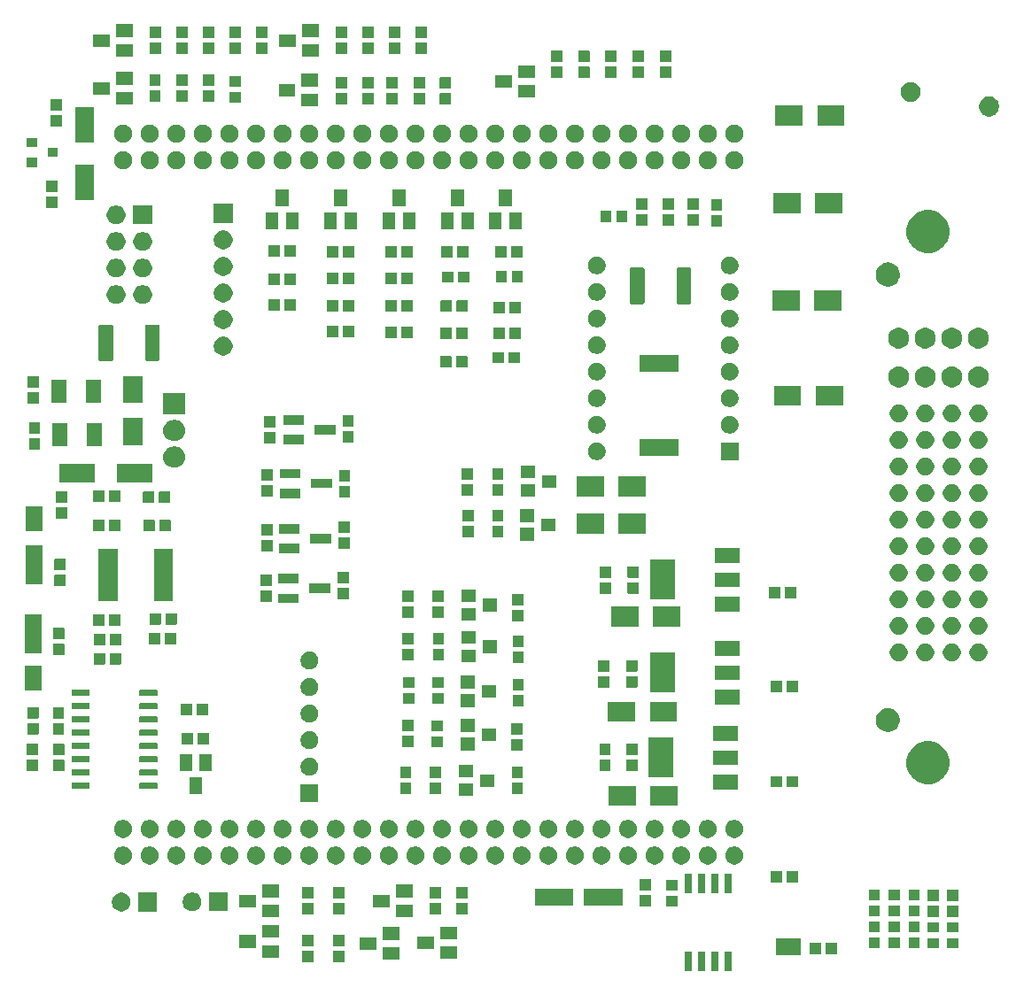
<source format=gts>
G04 #@! TF.GenerationSoftware,KiCad,Pcbnew,5.1.6-c6e7f7d~86~ubuntu18.04.1*
G04 #@! TF.CreationDate,2020-07-03T23:55:57+02:00*
G04 #@! TF.ProjectId,Speeduino_base,53706565-6475-4696-9e6f-5f626173652e,rev?*
G04 #@! TF.SameCoordinates,Original*
G04 #@! TF.FileFunction,Soldermask,Top*
G04 #@! TF.FilePolarity,Negative*
%FSLAX46Y46*%
G04 Gerber Fmt 4.6, Leading zero omitted, Abs format (unit mm)*
G04 Created by KiCad (PCBNEW 5.1.6-c6e7f7d~86~ubuntu18.04.1) date 2020-07-03 23:55:57*
%MOMM*%
%LPD*%
G01*
G04 APERTURE LIST*
%ADD10C,0.100000*%
G04 APERTURE END LIST*
D10*
G36*
X179401000Y-108796000D02*
G01*
X178749000Y-108796000D01*
X178749000Y-106944000D01*
X179401000Y-106944000D01*
X179401000Y-108796000D01*
G37*
G36*
X183211000Y-108796000D02*
G01*
X182559000Y-108796000D01*
X182559000Y-106944000D01*
X183211000Y-106944000D01*
X183211000Y-108796000D01*
G37*
G36*
X181941000Y-108796000D02*
G01*
X181289000Y-108796000D01*
X181289000Y-106944000D01*
X181941000Y-106944000D01*
X181941000Y-108796000D01*
G37*
G36*
X180671000Y-108796000D02*
G01*
X180019000Y-108796000D01*
X180019000Y-106944000D01*
X180671000Y-106944000D01*
X180671000Y-108796000D01*
G37*
G36*
X146180552Y-106911315D02*
G01*
X146188464Y-106913716D01*
X146195753Y-106917611D01*
X146202144Y-106922856D01*
X146207389Y-106929247D01*
X146211284Y-106936536D01*
X146213685Y-106944448D01*
X146215100Y-106958816D01*
X146215100Y-107953184D01*
X146213685Y-107967552D01*
X146211284Y-107975464D01*
X146207389Y-107982753D01*
X146202144Y-107989144D01*
X146195753Y-107994389D01*
X146188464Y-107998284D01*
X146180552Y-108000685D01*
X146166184Y-108002100D01*
X145171816Y-108002100D01*
X145157448Y-108000685D01*
X145149536Y-107998284D01*
X145142247Y-107994389D01*
X145135856Y-107989144D01*
X145130611Y-107982753D01*
X145126716Y-107975464D01*
X145124315Y-107967552D01*
X145122900Y-107953184D01*
X145122900Y-106958816D01*
X145124315Y-106944448D01*
X145126716Y-106936536D01*
X145130611Y-106929247D01*
X145135856Y-106922856D01*
X145142247Y-106917611D01*
X145149536Y-106913716D01*
X145157448Y-106911315D01*
X145171816Y-106909900D01*
X146166184Y-106909900D01*
X146180552Y-106911315D01*
G37*
G36*
X143259552Y-106897315D02*
G01*
X143267464Y-106899716D01*
X143274753Y-106903611D01*
X143281144Y-106908856D01*
X143286389Y-106915247D01*
X143290284Y-106922536D01*
X143292685Y-106930448D01*
X143294100Y-106944816D01*
X143294100Y-107939184D01*
X143292685Y-107953552D01*
X143290284Y-107961464D01*
X143286389Y-107968753D01*
X143281144Y-107975144D01*
X143274753Y-107980389D01*
X143267464Y-107984284D01*
X143259552Y-107986685D01*
X143245184Y-107988100D01*
X142250816Y-107988100D01*
X142236448Y-107986685D01*
X142228536Y-107984284D01*
X142221247Y-107980389D01*
X142214856Y-107975144D01*
X142209611Y-107968753D01*
X142205716Y-107961464D01*
X142203315Y-107953552D01*
X142201900Y-107939184D01*
X142201900Y-106944816D01*
X142203315Y-106930448D01*
X142205716Y-106922536D01*
X142209611Y-106915247D01*
X142214856Y-106908856D01*
X142221247Y-106903611D01*
X142228536Y-106899716D01*
X142236448Y-106897315D01*
X142250816Y-106895900D01*
X143245184Y-106895900D01*
X143259552Y-106897315D01*
G37*
G36*
X151507600Y-107723600D02*
G01*
X149904400Y-107723600D01*
X149904400Y-106520400D01*
X151507600Y-106520400D01*
X151507600Y-107723600D01*
G37*
G36*
X157011600Y-107657600D02*
G01*
X155408400Y-107657600D01*
X155408400Y-106454400D01*
X157011600Y-106454400D01*
X157011600Y-107657600D01*
G37*
G36*
X140001600Y-107541600D02*
G01*
X138398400Y-107541600D01*
X138398400Y-106338400D01*
X140001600Y-106338400D01*
X140001600Y-107541600D01*
G37*
G36*
X189831000Y-107331000D02*
G01*
X187429000Y-107331000D01*
X187429000Y-105729000D01*
X189831000Y-105729000D01*
X189831000Y-107331000D01*
G37*
G36*
X193251552Y-106125315D02*
G01*
X193259464Y-106127716D01*
X193266753Y-106131611D01*
X193273144Y-106136856D01*
X193278389Y-106143247D01*
X193282284Y-106150536D01*
X193284685Y-106158448D01*
X193286100Y-106172816D01*
X193286100Y-107167184D01*
X193284685Y-107181552D01*
X193282284Y-107189464D01*
X193278389Y-107196753D01*
X193273144Y-107203144D01*
X193266753Y-107208389D01*
X193259464Y-107212284D01*
X193251552Y-107214685D01*
X193237184Y-107216100D01*
X192242816Y-107216100D01*
X192228448Y-107214685D01*
X192220536Y-107212284D01*
X192213247Y-107208389D01*
X192206856Y-107203144D01*
X192201611Y-107196753D01*
X192197716Y-107189464D01*
X192195315Y-107181552D01*
X192193900Y-107167184D01*
X192193900Y-106172816D01*
X192195315Y-106158448D01*
X192197716Y-106150536D01*
X192201611Y-106143247D01*
X192206856Y-106136856D01*
X192213247Y-106131611D01*
X192220536Y-106127716D01*
X192228448Y-106125315D01*
X192242816Y-106123900D01*
X193237184Y-106123900D01*
X193251552Y-106125315D01*
G37*
G36*
X191727552Y-106125315D02*
G01*
X191735464Y-106127716D01*
X191742753Y-106131611D01*
X191749144Y-106136856D01*
X191754389Y-106143247D01*
X191758284Y-106150536D01*
X191760685Y-106158448D01*
X191762100Y-106172816D01*
X191762100Y-107167184D01*
X191760685Y-107181552D01*
X191758284Y-107189464D01*
X191754389Y-107196753D01*
X191749144Y-107203144D01*
X191742753Y-107208389D01*
X191735464Y-107212284D01*
X191727552Y-107214685D01*
X191713184Y-107216100D01*
X190718816Y-107216100D01*
X190704448Y-107214685D01*
X190696536Y-107212284D01*
X190689247Y-107208389D01*
X190682856Y-107203144D01*
X190677611Y-107196753D01*
X190673716Y-107189464D01*
X190671315Y-107181552D01*
X190669900Y-107167184D01*
X190669900Y-106172816D01*
X190671315Y-106158448D01*
X190673716Y-106150536D01*
X190677611Y-106143247D01*
X190682856Y-106136856D01*
X190689247Y-106131611D01*
X190696536Y-106127716D01*
X190704448Y-106125315D01*
X190718816Y-106123900D01*
X191713184Y-106123900D01*
X191727552Y-106125315D01*
G37*
G36*
X149307600Y-106773600D02*
G01*
X147704400Y-106773600D01*
X147704400Y-105570400D01*
X149307600Y-105570400D01*
X149307600Y-106773600D01*
G37*
G36*
X154811600Y-106707600D02*
G01*
X153208400Y-106707600D01*
X153208400Y-105504400D01*
X154811600Y-105504400D01*
X154811600Y-106707600D01*
G37*
G36*
X203023531Y-105663310D02*
G01*
X203028461Y-105664806D01*
X203033011Y-105667238D01*
X203036994Y-105670506D01*
X203040262Y-105674489D01*
X203042694Y-105679039D01*
X203044190Y-105683969D01*
X203045300Y-105695241D01*
X203045300Y-106594359D01*
X203044190Y-106605631D01*
X203042694Y-106610561D01*
X203040262Y-106615111D01*
X203036994Y-106619094D01*
X203033011Y-106622362D01*
X203028461Y-106624794D01*
X203023531Y-106626290D01*
X203012259Y-106627400D01*
X201986141Y-106627400D01*
X201974869Y-106626290D01*
X201969939Y-106624794D01*
X201965389Y-106622362D01*
X201961406Y-106619094D01*
X201958138Y-106615111D01*
X201955706Y-106610561D01*
X201954210Y-106605631D01*
X201953100Y-106594359D01*
X201953100Y-105695241D01*
X201954210Y-105683969D01*
X201955706Y-105679039D01*
X201958138Y-105674489D01*
X201961406Y-105670506D01*
X201965389Y-105667238D01*
X201969939Y-105664806D01*
X201974869Y-105663310D01*
X201986141Y-105662200D01*
X203012259Y-105662200D01*
X203023531Y-105663310D01*
G37*
G36*
X204903131Y-105663310D02*
G01*
X204908061Y-105664806D01*
X204912611Y-105667238D01*
X204916594Y-105670506D01*
X204919862Y-105674489D01*
X204922294Y-105679039D01*
X204923790Y-105683969D01*
X204924900Y-105695241D01*
X204924900Y-106594359D01*
X204923790Y-106605631D01*
X204922294Y-106610561D01*
X204919862Y-106615111D01*
X204916594Y-106619094D01*
X204912611Y-106622362D01*
X204908061Y-106624794D01*
X204903131Y-106626290D01*
X204891859Y-106627400D01*
X203865741Y-106627400D01*
X203854469Y-106626290D01*
X203849539Y-106624794D01*
X203844989Y-106622362D01*
X203841006Y-106619094D01*
X203837738Y-106615111D01*
X203835306Y-106610561D01*
X203833810Y-106605631D01*
X203832700Y-106594359D01*
X203832700Y-105695241D01*
X203833810Y-105683969D01*
X203835306Y-105679039D01*
X203837738Y-105674489D01*
X203841006Y-105670506D01*
X203844989Y-105667238D01*
X203849539Y-105664806D01*
X203854469Y-105663310D01*
X203865741Y-105662200D01*
X204891859Y-105662200D01*
X204903131Y-105663310D01*
G37*
G36*
X199289731Y-105637910D02*
G01*
X199294661Y-105639406D01*
X199299211Y-105641838D01*
X199303194Y-105645106D01*
X199306462Y-105649089D01*
X199308894Y-105653639D01*
X199310390Y-105658569D01*
X199311500Y-105669841D01*
X199311500Y-106568959D01*
X199310390Y-106580231D01*
X199308894Y-106585161D01*
X199306462Y-106589711D01*
X199303194Y-106593694D01*
X199299211Y-106596962D01*
X199294661Y-106599394D01*
X199289731Y-106600890D01*
X199278459Y-106602000D01*
X198252341Y-106602000D01*
X198241069Y-106600890D01*
X198236139Y-106599394D01*
X198231589Y-106596962D01*
X198227606Y-106593694D01*
X198224338Y-106589711D01*
X198221906Y-106585161D01*
X198220410Y-106580231D01*
X198219300Y-106568959D01*
X198219300Y-105669841D01*
X198220410Y-105658569D01*
X198221906Y-105653639D01*
X198224338Y-105649089D01*
X198227606Y-105645106D01*
X198231589Y-105641838D01*
X198236139Y-105639406D01*
X198241069Y-105637910D01*
X198252341Y-105636800D01*
X199278459Y-105636800D01*
X199289731Y-105637910D01*
G37*
G36*
X197384731Y-105637910D02*
G01*
X197389661Y-105639406D01*
X197394211Y-105641838D01*
X197398194Y-105645106D01*
X197401462Y-105649089D01*
X197403894Y-105653639D01*
X197405390Y-105658569D01*
X197406500Y-105669841D01*
X197406500Y-106568959D01*
X197405390Y-106580231D01*
X197403894Y-106585161D01*
X197401462Y-106589711D01*
X197398194Y-106593694D01*
X197394211Y-106596962D01*
X197389661Y-106599394D01*
X197384731Y-106600890D01*
X197373459Y-106602000D01*
X196347341Y-106602000D01*
X196336069Y-106600890D01*
X196331139Y-106599394D01*
X196326589Y-106596962D01*
X196322606Y-106593694D01*
X196319338Y-106589711D01*
X196316906Y-106585161D01*
X196315410Y-106580231D01*
X196314300Y-106568959D01*
X196314300Y-105669841D01*
X196315410Y-105658569D01*
X196316906Y-105653639D01*
X196319338Y-105649089D01*
X196322606Y-105645106D01*
X196326589Y-105641838D01*
X196331139Y-105639406D01*
X196336069Y-105637910D01*
X196347341Y-105636800D01*
X197373459Y-105636800D01*
X197384731Y-105637910D01*
G37*
G36*
X201194731Y-105637910D02*
G01*
X201199661Y-105639406D01*
X201204211Y-105641838D01*
X201208194Y-105645106D01*
X201211462Y-105649089D01*
X201213894Y-105653639D01*
X201215390Y-105658569D01*
X201216500Y-105669841D01*
X201216500Y-106568959D01*
X201215390Y-106580231D01*
X201213894Y-106585161D01*
X201211462Y-106589711D01*
X201208194Y-106593694D01*
X201204211Y-106596962D01*
X201199661Y-106599394D01*
X201194731Y-106600890D01*
X201183459Y-106602000D01*
X200157341Y-106602000D01*
X200146069Y-106600890D01*
X200141139Y-106599394D01*
X200136589Y-106596962D01*
X200132606Y-106593694D01*
X200129338Y-106589711D01*
X200126906Y-106585161D01*
X200125410Y-106580231D01*
X200124300Y-106568959D01*
X200124300Y-105669841D01*
X200125410Y-105658569D01*
X200126906Y-105653639D01*
X200129338Y-105649089D01*
X200132606Y-105645106D01*
X200136589Y-105641838D01*
X200141139Y-105639406D01*
X200146069Y-105637910D01*
X200157341Y-105636800D01*
X201183459Y-105636800D01*
X201194731Y-105637910D01*
G37*
G36*
X137801600Y-106591600D02*
G01*
X136198400Y-106591600D01*
X136198400Y-105388400D01*
X137801600Y-105388400D01*
X137801600Y-106591600D01*
G37*
G36*
X146180552Y-105387315D02*
G01*
X146188464Y-105389716D01*
X146195753Y-105393611D01*
X146202144Y-105398856D01*
X146207389Y-105405247D01*
X146211284Y-105412536D01*
X146213685Y-105420448D01*
X146215100Y-105434816D01*
X146215100Y-106429184D01*
X146213685Y-106443552D01*
X146211284Y-106451464D01*
X146207389Y-106458753D01*
X146202144Y-106465144D01*
X146195753Y-106470389D01*
X146188464Y-106474284D01*
X146180552Y-106476685D01*
X146166184Y-106478100D01*
X145171816Y-106478100D01*
X145157448Y-106476685D01*
X145149536Y-106474284D01*
X145142247Y-106470389D01*
X145135856Y-106465144D01*
X145130611Y-106458753D01*
X145126716Y-106451464D01*
X145124315Y-106443552D01*
X145122900Y-106429184D01*
X145122900Y-105434816D01*
X145124315Y-105420448D01*
X145126716Y-105412536D01*
X145130611Y-105405247D01*
X145135856Y-105398856D01*
X145142247Y-105393611D01*
X145149536Y-105389716D01*
X145157448Y-105387315D01*
X145171816Y-105385900D01*
X146166184Y-105385900D01*
X146180552Y-105387315D01*
G37*
G36*
X143259552Y-105373315D02*
G01*
X143267464Y-105375716D01*
X143274753Y-105379611D01*
X143281144Y-105384856D01*
X143286389Y-105391247D01*
X143290284Y-105398536D01*
X143292685Y-105406448D01*
X143294100Y-105420816D01*
X143294100Y-106415184D01*
X143292685Y-106429552D01*
X143290284Y-106437464D01*
X143286389Y-106444753D01*
X143281144Y-106451144D01*
X143274753Y-106456389D01*
X143267464Y-106460284D01*
X143259552Y-106462685D01*
X143245184Y-106464100D01*
X142250816Y-106464100D01*
X142236448Y-106462685D01*
X142228536Y-106460284D01*
X142221247Y-106456389D01*
X142214856Y-106451144D01*
X142209611Y-106444753D01*
X142205716Y-106437464D01*
X142203315Y-106429552D01*
X142201900Y-106415184D01*
X142201900Y-105420816D01*
X142203315Y-105406448D01*
X142205716Y-105398536D01*
X142209611Y-105391247D01*
X142214856Y-105384856D01*
X142221247Y-105379611D01*
X142228536Y-105375716D01*
X142236448Y-105373315D01*
X142250816Y-105371900D01*
X143245184Y-105371900D01*
X143259552Y-105373315D01*
G37*
G36*
X151507600Y-105823600D02*
G01*
X149904400Y-105823600D01*
X149904400Y-104620400D01*
X151507600Y-104620400D01*
X151507600Y-105823600D01*
G37*
G36*
X157011600Y-105757600D02*
G01*
X155408400Y-105757600D01*
X155408400Y-104554400D01*
X157011600Y-104554400D01*
X157011600Y-105757600D01*
G37*
G36*
X140001600Y-105641600D02*
G01*
X138398400Y-105641600D01*
X138398400Y-104438400D01*
X140001600Y-104438400D01*
X140001600Y-105641600D01*
G37*
G36*
X203023531Y-104139310D02*
G01*
X203028461Y-104140806D01*
X203033011Y-104143238D01*
X203036994Y-104146506D01*
X203040262Y-104150489D01*
X203042694Y-104155039D01*
X203044190Y-104159969D01*
X203045300Y-104171241D01*
X203045300Y-105070359D01*
X203044190Y-105081631D01*
X203042694Y-105086561D01*
X203040262Y-105091111D01*
X203036994Y-105095094D01*
X203033011Y-105098362D01*
X203028461Y-105100794D01*
X203023531Y-105102290D01*
X203012259Y-105103400D01*
X201986141Y-105103400D01*
X201974869Y-105102290D01*
X201969939Y-105100794D01*
X201965389Y-105098362D01*
X201961406Y-105095094D01*
X201958138Y-105091111D01*
X201955706Y-105086561D01*
X201954210Y-105081631D01*
X201953100Y-105070359D01*
X201953100Y-104171241D01*
X201954210Y-104159969D01*
X201955706Y-104155039D01*
X201958138Y-104150489D01*
X201961406Y-104146506D01*
X201965389Y-104143238D01*
X201969939Y-104140806D01*
X201974869Y-104139310D01*
X201986141Y-104138200D01*
X203012259Y-104138200D01*
X203023531Y-104139310D01*
G37*
G36*
X204903131Y-104139310D02*
G01*
X204908061Y-104140806D01*
X204912611Y-104143238D01*
X204916594Y-104146506D01*
X204919862Y-104150489D01*
X204922294Y-104155039D01*
X204923790Y-104159969D01*
X204924900Y-104171241D01*
X204924900Y-105070359D01*
X204923790Y-105081631D01*
X204922294Y-105086561D01*
X204919862Y-105091111D01*
X204916594Y-105095094D01*
X204912611Y-105098362D01*
X204908061Y-105100794D01*
X204903131Y-105102290D01*
X204891859Y-105103400D01*
X203865741Y-105103400D01*
X203854469Y-105102290D01*
X203849539Y-105100794D01*
X203844989Y-105098362D01*
X203841006Y-105095094D01*
X203837738Y-105091111D01*
X203835306Y-105086561D01*
X203833810Y-105081631D01*
X203832700Y-105070359D01*
X203832700Y-104171241D01*
X203833810Y-104159969D01*
X203835306Y-104155039D01*
X203837738Y-104150489D01*
X203841006Y-104146506D01*
X203844989Y-104143238D01*
X203849539Y-104140806D01*
X203854469Y-104139310D01*
X203865741Y-104138200D01*
X204891859Y-104138200D01*
X204903131Y-104139310D01*
G37*
G36*
X201194731Y-104113910D02*
G01*
X201199661Y-104115406D01*
X201204211Y-104117838D01*
X201208194Y-104121106D01*
X201211462Y-104125089D01*
X201213894Y-104129639D01*
X201215390Y-104134569D01*
X201216500Y-104145841D01*
X201216500Y-105044959D01*
X201215390Y-105056231D01*
X201213894Y-105061161D01*
X201211462Y-105065711D01*
X201208194Y-105069694D01*
X201204211Y-105072962D01*
X201199661Y-105075394D01*
X201194731Y-105076890D01*
X201183459Y-105078000D01*
X200157341Y-105078000D01*
X200146069Y-105076890D01*
X200141139Y-105075394D01*
X200136589Y-105072962D01*
X200132606Y-105069694D01*
X200129338Y-105065711D01*
X200126906Y-105061161D01*
X200125410Y-105056231D01*
X200124300Y-105044959D01*
X200124300Y-104145841D01*
X200125410Y-104134569D01*
X200126906Y-104129639D01*
X200129338Y-104125089D01*
X200132606Y-104121106D01*
X200136589Y-104117838D01*
X200141139Y-104115406D01*
X200146069Y-104113910D01*
X200157341Y-104112800D01*
X201183459Y-104112800D01*
X201194731Y-104113910D01*
G37*
G36*
X199289731Y-104113910D02*
G01*
X199294661Y-104115406D01*
X199299211Y-104117838D01*
X199303194Y-104121106D01*
X199306462Y-104125089D01*
X199308894Y-104129639D01*
X199310390Y-104134569D01*
X199311500Y-104145841D01*
X199311500Y-105044959D01*
X199310390Y-105056231D01*
X199308894Y-105061161D01*
X199306462Y-105065711D01*
X199303194Y-105069694D01*
X199299211Y-105072962D01*
X199294661Y-105075394D01*
X199289731Y-105076890D01*
X199278459Y-105078000D01*
X198252341Y-105078000D01*
X198241069Y-105076890D01*
X198236139Y-105075394D01*
X198231589Y-105072962D01*
X198227606Y-105069694D01*
X198224338Y-105065711D01*
X198221906Y-105061161D01*
X198220410Y-105056231D01*
X198219300Y-105044959D01*
X198219300Y-104145841D01*
X198220410Y-104134569D01*
X198221906Y-104129639D01*
X198224338Y-104125089D01*
X198227606Y-104121106D01*
X198231589Y-104117838D01*
X198236139Y-104115406D01*
X198241069Y-104113910D01*
X198252341Y-104112800D01*
X199278459Y-104112800D01*
X199289731Y-104113910D01*
G37*
G36*
X197384731Y-104113910D02*
G01*
X197389661Y-104115406D01*
X197394211Y-104117838D01*
X197398194Y-104121106D01*
X197401462Y-104125089D01*
X197403894Y-104129639D01*
X197405390Y-104134569D01*
X197406500Y-104145841D01*
X197406500Y-105044959D01*
X197405390Y-105056231D01*
X197403894Y-105061161D01*
X197401462Y-105065711D01*
X197398194Y-105069694D01*
X197394211Y-105072962D01*
X197389661Y-105075394D01*
X197384731Y-105076890D01*
X197373459Y-105078000D01*
X196347341Y-105078000D01*
X196336069Y-105076890D01*
X196331139Y-105075394D01*
X196326589Y-105072962D01*
X196322606Y-105069694D01*
X196319338Y-105065711D01*
X196316906Y-105061161D01*
X196315410Y-105056231D01*
X196314300Y-105044959D01*
X196314300Y-104145841D01*
X196315410Y-104134569D01*
X196316906Y-104129639D01*
X196319338Y-104125089D01*
X196322606Y-104121106D01*
X196326589Y-104117838D01*
X196331139Y-104115406D01*
X196336069Y-104113910D01*
X196347341Y-104112800D01*
X197373459Y-104112800D01*
X197384731Y-104113910D01*
G37*
G36*
X139981600Y-103661600D02*
G01*
X138378400Y-103661600D01*
X138378400Y-102458400D01*
X139981600Y-102458400D01*
X139981600Y-103661600D01*
G37*
G36*
X152777600Y-103659600D02*
G01*
X151174400Y-103659600D01*
X151174400Y-102456400D01*
X152777600Y-102456400D01*
X152777600Y-103659600D01*
G37*
G36*
X203010752Y-102552115D02*
G01*
X203018664Y-102554516D01*
X203025953Y-102558411D01*
X203032344Y-102563656D01*
X203037589Y-102570047D01*
X203041484Y-102577336D01*
X203043885Y-102585248D01*
X203045300Y-102599616D01*
X203045300Y-103593984D01*
X203043885Y-103608352D01*
X203041484Y-103616264D01*
X203037589Y-103623553D01*
X203032344Y-103629944D01*
X203025953Y-103635189D01*
X203018664Y-103639084D01*
X203010752Y-103641485D01*
X202996384Y-103642900D01*
X202002016Y-103642900D01*
X201987648Y-103641485D01*
X201979736Y-103639084D01*
X201972447Y-103635189D01*
X201966056Y-103629944D01*
X201960811Y-103623553D01*
X201956916Y-103616264D01*
X201954515Y-103608352D01*
X201953100Y-103593984D01*
X201953100Y-102599616D01*
X201954515Y-102585248D01*
X201956916Y-102577336D01*
X201960811Y-102570047D01*
X201966056Y-102563656D01*
X201972447Y-102558411D01*
X201979736Y-102554516D01*
X201987648Y-102552115D01*
X202002016Y-102550700D01*
X202996384Y-102550700D01*
X203010752Y-102552115D01*
G37*
G36*
X204890352Y-102552115D02*
G01*
X204898264Y-102554516D01*
X204905553Y-102558411D01*
X204911944Y-102563656D01*
X204917189Y-102570047D01*
X204921084Y-102577336D01*
X204923485Y-102585248D01*
X204924900Y-102599616D01*
X204924900Y-103593984D01*
X204923485Y-103608352D01*
X204921084Y-103616264D01*
X204917189Y-103623553D01*
X204911944Y-103629944D01*
X204905553Y-103635189D01*
X204898264Y-103639084D01*
X204890352Y-103641485D01*
X204875984Y-103642900D01*
X203881616Y-103642900D01*
X203867248Y-103641485D01*
X203859336Y-103639084D01*
X203852047Y-103635189D01*
X203845656Y-103629944D01*
X203840411Y-103623553D01*
X203836516Y-103616264D01*
X203834115Y-103608352D01*
X203832700Y-103593984D01*
X203832700Y-102599616D01*
X203834115Y-102585248D01*
X203836516Y-102577336D01*
X203840411Y-102570047D01*
X203845656Y-102563656D01*
X203852047Y-102558411D01*
X203859336Y-102554516D01*
X203867248Y-102552115D01*
X203881616Y-102550700D01*
X204875984Y-102550700D01*
X204890352Y-102552115D01*
G37*
G36*
X199276952Y-102526715D02*
G01*
X199284864Y-102529116D01*
X199292153Y-102533011D01*
X199298544Y-102538256D01*
X199303789Y-102544647D01*
X199307684Y-102551936D01*
X199310085Y-102559848D01*
X199311500Y-102574216D01*
X199311500Y-103568584D01*
X199310085Y-103582952D01*
X199307684Y-103590864D01*
X199303789Y-103598153D01*
X199298544Y-103604544D01*
X199292153Y-103609789D01*
X199284864Y-103613684D01*
X199276952Y-103616085D01*
X199262584Y-103617500D01*
X198268216Y-103617500D01*
X198253848Y-103616085D01*
X198245936Y-103613684D01*
X198238647Y-103609789D01*
X198232256Y-103604544D01*
X198227011Y-103598153D01*
X198223116Y-103590864D01*
X198220715Y-103582952D01*
X198219300Y-103568584D01*
X198219300Y-102574216D01*
X198220715Y-102559848D01*
X198223116Y-102551936D01*
X198227011Y-102544647D01*
X198232256Y-102538256D01*
X198238647Y-102533011D01*
X198245936Y-102529116D01*
X198253848Y-102526715D01*
X198268216Y-102525300D01*
X199262584Y-102525300D01*
X199276952Y-102526715D01*
G37*
G36*
X197371952Y-102526715D02*
G01*
X197379864Y-102529116D01*
X197387153Y-102533011D01*
X197393544Y-102538256D01*
X197398789Y-102544647D01*
X197402684Y-102551936D01*
X197405085Y-102559848D01*
X197406500Y-102574216D01*
X197406500Y-103568584D01*
X197405085Y-103582952D01*
X197402684Y-103590864D01*
X197398789Y-103598153D01*
X197393544Y-103604544D01*
X197387153Y-103609789D01*
X197379864Y-103613684D01*
X197371952Y-103616085D01*
X197357584Y-103617500D01*
X196363216Y-103617500D01*
X196348848Y-103616085D01*
X196340936Y-103613684D01*
X196333647Y-103609789D01*
X196327256Y-103604544D01*
X196322011Y-103598153D01*
X196318116Y-103590864D01*
X196315715Y-103582952D01*
X196314300Y-103568584D01*
X196314300Y-102574216D01*
X196315715Y-102559848D01*
X196318116Y-102551936D01*
X196322011Y-102544647D01*
X196327256Y-102538256D01*
X196333647Y-102533011D01*
X196340936Y-102529116D01*
X196348848Y-102526715D01*
X196363216Y-102525300D01*
X197357584Y-102525300D01*
X197371952Y-102526715D01*
G37*
G36*
X201181952Y-102526715D02*
G01*
X201189864Y-102529116D01*
X201197153Y-102533011D01*
X201203544Y-102538256D01*
X201208789Y-102544647D01*
X201212684Y-102551936D01*
X201215085Y-102559848D01*
X201216500Y-102574216D01*
X201216500Y-103568584D01*
X201215085Y-103582952D01*
X201212684Y-103590864D01*
X201208789Y-103598153D01*
X201203544Y-103604544D01*
X201197153Y-103609789D01*
X201189864Y-103613684D01*
X201181952Y-103616085D01*
X201167584Y-103617500D01*
X200173216Y-103617500D01*
X200158848Y-103616085D01*
X200150936Y-103613684D01*
X200143647Y-103609789D01*
X200137256Y-103604544D01*
X200132011Y-103598153D01*
X200128116Y-103590864D01*
X200125715Y-103582952D01*
X200124300Y-103568584D01*
X200124300Y-102574216D01*
X200125715Y-102559848D01*
X200128116Y-102551936D01*
X200132011Y-102544647D01*
X200137256Y-102538256D01*
X200143647Y-102533011D01*
X200150936Y-102529116D01*
X200158848Y-102526715D01*
X200173216Y-102525300D01*
X201167584Y-102525300D01*
X201181952Y-102526715D01*
G37*
G36*
X143259552Y-102325315D02*
G01*
X143267464Y-102327716D01*
X143274753Y-102331611D01*
X143281144Y-102336856D01*
X143286389Y-102343247D01*
X143290284Y-102350536D01*
X143292685Y-102358448D01*
X143294100Y-102372816D01*
X143294100Y-103367184D01*
X143292685Y-103381552D01*
X143290284Y-103389464D01*
X143286389Y-103396753D01*
X143281144Y-103403144D01*
X143274753Y-103408389D01*
X143267464Y-103412284D01*
X143259552Y-103414685D01*
X143245184Y-103416100D01*
X142250816Y-103416100D01*
X142236448Y-103414685D01*
X142228536Y-103412284D01*
X142221247Y-103408389D01*
X142214856Y-103403144D01*
X142209611Y-103396753D01*
X142205716Y-103389464D01*
X142203315Y-103381552D01*
X142201900Y-103367184D01*
X142201900Y-102372816D01*
X142203315Y-102358448D01*
X142205716Y-102350536D01*
X142209611Y-102343247D01*
X142214856Y-102336856D01*
X142221247Y-102331611D01*
X142228536Y-102327716D01*
X142236448Y-102325315D01*
X142250816Y-102323900D01*
X143245184Y-102323900D01*
X143259552Y-102325315D01*
G37*
G36*
X157991552Y-102325315D02*
G01*
X157999464Y-102327716D01*
X158006753Y-102331611D01*
X158013144Y-102336856D01*
X158018389Y-102343247D01*
X158022284Y-102350536D01*
X158024685Y-102358448D01*
X158026100Y-102372816D01*
X158026100Y-103367184D01*
X158024685Y-103381552D01*
X158022284Y-103389464D01*
X158018389Y-103396753D01*
X158013144Y-103403144D01*
X158006753Y-103408389D01*
X157999464Y-103412284D01*
X157991552Y-103414685D01*
X157977184Y-103416100D01*
X156982816Y-103416100D01*
X156968448Y-103414685D01*
X156960536Y-103412284D01*
X156953247Y-103408389D01*
X156946856Y-103403144D01*
X156941611Y-103396753D01*
X156937716Y-103389464D01*
X156935315Y-103381552D01*
X156933900Y-103367184D01*
X156933900Y-102372816D01*
X156935315Y-102358448D01*
X156937716Y-102350536D01*
X156941611Y-102343247D01*
X156946856Y-102336856D01*
X156953247Y-102331611D01*
X156960536Y-102327716D01*
X156968448Y-102325315D01*
X156982816Y-102323900D01*
X157977184Y-102323900D01*
X157991552Y-102325315D01*
G37*
G36*
X155451552Y-102325315D02*
G01*
X155459464Y-102327716D01*
X155466753Y-102331611D01*
X155473144Y-102336856D01*
X155478389Y-102343247D01*
X155482284Y-102350536D01*
X155484685Y-102358448D01*
X155486100Y-102372816D01*
X155486100Y-103367184D01*
X155484685Y-103381552D01*
X155482284Y-103389464D01*
X155478389Y-103396753D01*
X155473144Y-103403144D01*
X155466753Y-103408389D01*
X155459464Y-103412284D01*
X155451552Y-103414685D01*
X155437184Y-103416100D01*
X154442816Y-103416100D01*
X154428448Y-103414685D01*
X154420536Y-103412284D01*
X154413247Y-103408389D01*
X154406856Y-103403144D01*
X154401611Y-103396753D01*
X154397716Y-103389464D01*
X154395315Y-103381552D01*
X154393900Y-103367184D01*
X154393900Y-102372816D01*
X154395315Y-102358448D01*
X154397716Y-102350536D01*
X154401611Y-102343247D01*
X154406856Y-102336856D01*
X154413247Y-102331611D01*
X154420536Y-102327716D01*
X154428448Y-102325315D01*
X154442816Y-102323900D01*
X155437184Y-102323900D01*
X155451552Y-102325315D01*
G37*
G36*
X146180552Y-102325315D02*
G01*
X146188464Y-102327716D01*
X146195753Y-102331611D01*
X146202144Y-102336856D01*
X146207389Y-102343247D01*
X146211284Y-102350536D01*
X146213685Y-102358448D01*
X146215100Y-102372816D01*
X146215100Y-103367184D01*
X146213685Y-103381552D01*
X146211284Y-103389464D01*
X146207389Y-103396753D01*
X146202144Y-103403144D01*
X146195753Y-103408389D01*
X146188464Y-103412284D01*
X146180552Y-103414685D01*
X146166184Y-103416100D01*
X145171816Y-103416100D01*
X145157448Y-103414685D01*
X145149536Y-103412284D01*
X145142247Y-103408389D01*
X145135856Y-103403144D01*
X145130611Y-103396753D01*
X145126716Y-103389464D01*
X145124315Y-103381552D01*
X145122900Y-103367184D01*
X145122900Y-102372816D01*
X145124315Y-102358448D01*
X145126716Y-102350536D01*
X145130611Y-102343247D01*
X145135856Y-102336856D01*
X145142247Y-102331611D01*
X145149536Y-102327716D01*
X145157448Y-102325315D01*
X145171816Y-102323900D01*
X146166184Y-102323900D01*
X146180552Y-102325315D01*
G37*
G36*
X124998512Y-101328927D02*
G01*
X125147812Y-101358624D01*
X125311784Y-101426544D01*
X125459354Y-101525147D01*
X125584853Y-101650646D01*
X125683456Y-101798216D01*
X125751376Y-101962188D01*
X125786000Y-102136259D01*
X125786000Y-102313741D01*
X125751376Y-102487812D01*
X125683456Y-102651784D01*
X125584853Y-102799354D01*
X125459354Y-102924853D01*
X125311784Y-103023456D01*
X125147812Y-103091376D01*
X124998512Y-103121073D01*
X124973742Y-103126000D01*
X124796258Y-103126000D01*
X124771488Y-103121073D01*
X124622188Y-103091376D01*
X124458216Y-103023456D01*
X124310646Y-102924853D01*
X124185147Y-102799354D01*
X124086544Y-102651784D01*
X124018624Y-102487812D01*
X123984000Y-102313741D01*
X123984000Y-102136259D01*
X124018624Y-101962188D01*
X124086544Y-101798216D01*
X124185147Y-101650646D01*
X124310646Y-101525147D01*
X124458216Y-101426544D01*
X124622188Y-101358624D01*
X124771488Y-101328927D01*
X124796258Y-101324000D01*
X124973742Y-101324000D01*
X124998512Y-101328927D01*
G37*
G36*
X128326000Y-103126000D02*
G01*
X126524000Y-103126000D01*
X126524000Y-101324000D01*
X128326000Y-101324000D01*
X128326000Y-103126000D01*
G37*
G36*
X135091000Y-103101000D02*
G01*
X133289000Y-103101000D01*
X133289000Y-101299000D01*
X135091000Y-101299000D01*
X135091000Y-103101000D01*
G37*
G36*
X131763512Y-101303927D02*
G01*
X131912812Y-101333624D01*
X132076784Y-101401544D01*
X132224354Y-101500147D01*
X132349853Y-101625646D01*
X132448456Y-101773216D01*
X132516376Y-101937188D01*
X132551000Y-102111259D01*
X132551000Y-102288741D01*
X132516376Y-102462812D01*
X132448456Y-102626784D01*
X132349853Y-102774354D01*
X132224354Y-102899853D01*
X132076784Y-102998456D01*
X131912812Y-103066376D01*
X131763512Y-103096073D01*
X131738742Y-103101000D01*
X131561258Y-103101000D01*
X131536488Y-103096073D01*
X131387188Y-103066376D01*
X131223216Y-102998456D01*
X131075646Y-102899853D01*
X130950147Y-102774354D01*
X130851544Y-102626784D01*
X130783624Y-102462812D01*
X130749000Y-102288741D01*
X130749000Y-102111259D01*
X130783624Y-101937188D01*
X130851544Y-101773216D01*
X130950147Y-101625646D01*
X131075646Y-101500147D01*
X131223216Y-101401544D01*
X131387188Y-101333624D01*
X131536488Y-101303927D01*
X131561258Y-101299000D01*
X131738742Y-101299000D01*
X131763512Y-101303927D01*
G37*
G36*
X137781600Y-102711600D02*
G01*
X136178400Y-102711600D01*
X136178400Y-101508400D01*
X137781600Y-101508400D01*
X137781600Y-102711600D01*
G37*
G36*
X150577600Y-102709600D02*
G01*
X148974400Y-102709600D01*
X148974400Y-101506400D01*
X150577600Y-101506400D01*
X150577600Y-102709600D01*
G37*
G36*
X178001552Y-101595315D02*
G01*
X178009464Y-101597716D01*
X178016753Y-101601611D01*
X178023144Y-101606856D01*
X178028389Y-101613247D01*
X178032284Y-101620536D01*
X178034685Y-101628448D01*
X178036100Y-101642816D01*
X178036100Y-102637184D01*
X178034685Y-102651552D01*
X178032284Y-102659464D01*
X178028389Y-102666753D01*
X178023144Y-102673144D01*
X178016753Y-102678389D01*
X178009464Y-102682284D01*
X178001552Y-102684685D01*
X177987184Y-102686100D01*
X176992816Y-102686100D01*
X176978448Y-102684685D01*
X176970536Y-102682284D01*
X176963247Y-102678389D01*
X176956856Y-102673144D01*
X176951611Y-102666753D01*
X176947716Y-102659464D01*
X176945315Y-102651552D01*
X176943900Y-102637184D01*
X176943900Y-101642816D01*
X176945315Y-101628448D01*
X176947716Y-101620536D01*
X176951611Y-101613247D01*
X176956856Y-101606856D01*
X176963247Y-101601611D01*
X176970536Y-101597716D01*
X176978448Y-101595315D01*
X176992816Y-101593900D01*
X177987184Y-101593900D01*
X178001552Y-101595315D01*
G37*
G36*
X175491552Y-101555315D02*
G01*
X175499464Y-101557716D01*
X175506753Y-101561611D01*
X175513144Y-101566856D01*
X175518389Y-101573247D01*
X175522284Y-101580536D01*
X175524685Y-101588448D01*
X175526100Y-101602816D01*
X175526100Y-102597184D01*
X175524685Y-102611552D01*
X175522284Y-102619464D01*
X175518389Y-102626753D01*
X175513144Y-102633144D01*
X175506753Y-102638389D01*
X175499464Y-102642284D01*
X175491552Y-102644685D01*
X175477184Y-102646100D01*
X174482816Y-102646100D01*
X174468448Y-102644685D01*
X174460536Y-102642284D01*
X174453247Y-102638389D01*
X174446856Y-102633144D01*
X174441611Y-102626753D01*
X174437716Y-102619464D01*
X174435315Y-102611552D01*
X174433900Y-102597184D01*
X174433900Y-101602816D01*
X174435315Y-101588448D01*
X174437716Y-101580536D01*
X174441611Y-101573247D01*
X174446856Y-101566856D01*
X174453247Y-101561611D01*
X174460536Y-101557716D01*
X174468448Y-101555315D01*
X174482816Y-101553900D01*
X175477184Y-101553900D01*
X175491552Y-101555315D01*
G37*
G36*
X172831000Y-102581000D02*
G01*
X169129000Y-102581000D01*
X169129000Y-100979000D01*
X172831000Y-100979000D01*
X172831000Y-102581000D01*
G37*
G36*
X168111000Y-102541000D02*
G01*
X164409000Y-102541000D01*
X164409000Y-100939000D01*
X168111000Y-100939000D01*
X168111000Y-102541000D01*
G37*
G36*
X204890352Y-101028115D02*
G01*
X204898264Y-101030516D01*
X204905553Y-101034411D01*
X204911944Y-101039656D01*
X204917189Y-101046047D01*
X204921084Y-101053336D01*
X204923485Y-101061248D01*
X204924900Y-101075616D01*
X204924900Y-102069984D01*
X204923485Y-102084352D01*
X204921084Y-102092264D01*
X204917189Y-102099553D01*
X204911944Y-102105944D01*
X204905553Y-102111189D01*
X204898264Y-102115084D01*
X204890352Y-102117485D01*
X204875984Y-102118900D01*
X203881616Y-102118900D01*
X203867248Y-102117485D01*
X203859336Y-102115084D01*
X203852047Y-102111189D01*
X203845656Y-102105944D01*
X203840411Y-102099553D01*
X203836516Y-102092264D01*
X203834115Y-102084352D01*
X203832700Y-102069984D01*
X203832700Y-101075616D01*
X203834115Y-101061248D01*
X203836516Y-101053336D01*
X203840411Y-101046047D01*
X203845656Y-101039656D01*
X203852047Y-101034411D01*
X203859336Y-101030516D01*
X203867248Y-101028115D01*
X203881616Y-101026700D01*
X204875984Y-101026700D01*
X204890352Y-101028115D01*
G37*
G36*
X203010752Y-101028115D02*
G01*
X203018664Y-101030516D01*
X203025953Y-101034411D01*
X203032344Y-101039656D01*
X203037589Y-101046047D01*
X203041484Y-101053336D01*
X203043885Y-101061248D01*
X203045300Y-101075616D01*
X203045300Y-102069984D01*
X203043885Y-102084352D01*
X203041484Y-102092264D01*
X203037589Y-102099553D01*
X203032344Y-102105944D01*
X203025953Y-102111189D01*
X203018664Y-102115084D01*
X203010752Y-102117485D01*
X202996384Y-102118900D01*
X202002016Y-102118900D01*
X201987648Y-102117485D01*
X201979736Y-102115084D01*
X201972447Y-102111189D01*
X201966056Y-102105944D01*
X201960811Y-102099553D01*
X201956916Y-102092264D01*
X201954515Y-102084352D01*
X201953100Y-102069984D01*
X201953100Y-101075616D01*
X201954515Y-101061248D01*
X201956916Y-101053336D01*
X201960811Y-101046047D01*
X201966056Y-101039656D01*
X201972447Y-101034411D01*
X201979736Y-101030516D01*
X201987648Y-101028115D01*
X202002016Y-101026700D01*
X202996384Y-101026700D01*
X203010752Y-101028115D01*
G37*
G36*
X199276952Y-101002715D02*
G01*
X199284864Y-101005116D01*
X199292153Y-101009011D01*
X199298544Y-101014256D01*
X199303789Y-101020647D01*
X199307684Y-101027936D01*
X199310085Y-101035848D01*
X199311500Y-101050216D01*
X199311500Y-102044584D01*
X199310085Y-102058952D01*
X199307684Y-102066864D01*
X199303789Y-102074153D01*
X199298544Y-102080544D01*
X199292153Y-102085789D01*
X199284864Y-102089684D01*
X199276952Y-102092085D01*
X199262584Y-102093500D01*
X198268216Y-102093500D01*
X198253848Y-102092085D01*
X198245936Y-102089684D01*
X198238647Y-102085789D01*
X198232256Y-102080544D01*
X198227011Y-102074153D01*
X198223116Y-102066864D01*
X198220715Y-102058952D01*
X198219300Y-102044584D01*
X198219300Y-101050216D01*
X198220715Y-101035848D01*
X198223116Y-101027936D01*
X198227011Y-101020647D01*
X198232256Y-101014256D01*
X198238647Y-101009011D01*
X198245936Y-101005116D01*
X198253848Y-101002715D01*
X198268216Y-101001300D01*
X199262584Y-101001300D01*
X199276952Y-101002715D01*
G37*
G36*
X197371952Y-101002715D02*
G01*
X197379864Y-101005116D01*
X197387153Y-101009011D01*
X197393544Y-101014256D01*
X197398789Y-101020647D01*
X197402684Y-101027936D01*
X197405085Y-101035848D01*
X197406500Y-101050216D01*
X197406500Y-102044584D01*
X197405085Y-102058952D01*
X197402684Y-102066864D01*
X197398789Y-102074153D01*
X197393544Y-102080544D01*
X197387153Y-102085789D01*
X197379864Y-102089684D01*
X197371952Y-102092085D01*
X197357584Y-102093500D01*
X196363216Y-102093500D01*
X196348848Y-102092085D01*
X196340936Y-102089684D01*
X196333647Y-102085789D01*
X196327256Y-102080544D01*
X196322011Y-102074153D01*
X196318116Y-102066864D01*
X196315715Y-102058952D01*
X196314300Y-102044584D01*
X196314300Y-101050216D01*
X196315715Y-101035848D01*
X196318116Y-101027936D01*
X196322011Y-101020647D01*
X196327256Y-101014256D01*
X196333647Y-101009011D01*
X196340936Y-101005116D01*
X196348848Y-101002715D01*
X196363216Y-101001300D01*
X197357584Y-101001300D01*
X197371952Y-101002715D01*
G37*
G36*
X201181952Y-101002715D02*
G01*
X201189864Y-101005116D01*
X201197153Y-101009011D01*
X201203544Y-101014256D01*
X201208789Y-101020647D01*
X201212684Y-101027936D01*
X201215085Y-101035848D01*
X201216500Y-101050216D01*
X201216500Y-102044584D01*
X201215085Y-102058952D01*
X201212684Y-102066864D01*
X201208789Y-102074153D01*
X201203544Y-102080544D01*
X201197153Y-102085789D01*
X201189864Y-102089684D01*
X201181952Y-102092085D01*
X201167584Y-102093500D01*
X200173216Y-102093500D01*
X200158848Y-102092085D01*
X200150936Y-102089684D01*
X200143647Y-102085789D01*
X200137256Y-102080544D01*
X200132011Y-102074153D01*
X200128116Y-102066864D01*
X200125715Y-102058952D01*
X200124300Y-102044584D01*
X200124300Y-101050216D01*
X200125715Y-101035848D01*
X200128116Y-101027936D01*
X200132011Y-101020647D01*
X200137256Y-101014256D01*
X200143647Y-101009011D01*
X200150936Y-101005116D01*
X200158848Y-101002715D01*
X200173216Y-101001300D01*
X201167584Y-101001300D01*
X201181952Y-101002715D01*
G37*
G36*
X143259552Y-100801315D02*
G01*
X143267464Y-100803716D01*
X143274753Y-100807611D01*
X143281144Y-100812856D01*
X143286389Y-100819247D01*
X143290284Y-100826536D01*
X143292685Y-100834448D01*
X143294100Y-100848816D01*
X143294100Y-101843184D01*
X143292685Y-101857552D01*
X143290284Y-101865464D01*
X143286389Y-101872753D01*
X143281144Y-101879144D01*
X143274753Y-101884389D01*
X143267464Y-101888284D01*
X143259552Y-101890685D01*
X143245184Y-101892100D01*
X142250816Y-101892100D01*
X142236448Y-101890685D01*
X142228536Y-101888284D01*
X142221247Y-101884389D01*
X142214856Y-101879144D01*
X142209611Y-101872753D01*
X142205716Y-101865464D01*
X142203315Y-101857552D01*
X142201900Y-101843184D01*
X142201900Y-100848816D01*
X142203315Y-100834448D01*
X142205716Y-100826536D01*
X142209611Y-100819247D01*
X142214856Y-100812856D01*
X142221247Y-100807611D01*
X142228536Y-100803716D01*
X142236448Y-100801315D01*
X142250816Y-100799900D01*
X143245184Y-100799900D01*
X143259552Y-100801315D01*
G37*
G36*
X155451552Y-100801315D02*
G01*
X155459464Y-100803716D01*
X155466753Y-100807611D01*
X155473144Y-100812856D01*
X155478389Y-100819247D01*
X155482284Y-100826536D01*
X155484685Y-100834448D01*
X155486100Y-100848816D01*
X155486100Y-101843184D01*
X155484685Y-101857552D01*
X155482284Y-101865464D01*
X155478389Y-101872753D01*
X155473144Y-101879144D01*
X155466753Y-101884389D01*
X155459464Y-101888284D01*
X155451552Y-101890685D01*
X155437184Y-101892100D01*
X154442816Y-101892100D01*
X154428448Y-101890685D01*
X154420536Y-101888284D01*
X154413247Y-101884389D01*
X154406856Y-101879144D01*
X154401611Y-101872753D01*
X154397716Y-101865464D01*
X154395315Y-101857552D01*
X154393900Y-101843184D01*
X154393900Y-100848816D01*
X154395315Y-100834448D01*
X154397716Y-100826536D01*
X154401611Y-100819247D01*
X154406856Y-100812856D01*
X154413247Y-100807611D01*
X154420536Y-100803716D01*
X154428448Y-100801315D01*
X154442816Y-100799900D01*
X155437184Y-100799900D01*
X155451552Y-100801315D01*
G37*
G36*
X157991552Y-100801315D02*
G01*
X157999464Y-100803716D01*
X158006753Y-100807611D01*
X158013144Y-100812856D01*
X158018389Y-100819247D01*
X158022284Y-100826536D01*
X158024685Y-100834448D01*
X158026100Y-100848816D01*
X158026100Y-101843184D01*
X158024685Y-101857552D01*
X158022284Y-101865464D01*
X158018389Y-101872753D01*
X158013144Y-101879144D01*
X158006753Y-101884389D01*
X157999464Y-101888284D01*
X157991552Y-101890685D01*
X157977184Y-101892100D01*
X156982816Y-101892100D01*
X156968448Y-101890685D01*
X156960536Y-101888284D01*
X156953247Y-101884389D01*
X156946856Y-101879144D01*
X156941611Y-101872753D01*
X156937716Y-101865464D01*
X156935315Y-101857552D01*
X156933900Y-101843184D01*
X156933900Y-100848816D01*
X156935315Y-100834448D01*
X156937716Y-100826536D01*
X156941611Y-100819247D01*
X156946856Y-100812856D01*
X156953247Y-100807611D01*
X156960536Y-100803716D01*
X156968448Y-100801315D01*
X156982816Y-100799900D01*
X157977184Y-100799900D01*
X157991552Y-100801315D01*
G37*
G36*
X146180552Y-100801315D02*
G01*
X146188464Y-100803716D01*
X146195753Y-100807611D01*
X146202144Y-100812856D01*
X146207389Y-100819247D01*
X146211284Y-100826536D01*
X146213685Y-100834448D01*
X146215100Y-100848816D01*
X146215100Y-101843184D01*
X146213685Y-101857552D01*
X146211284Y-101865464D01*
X146207389Y-101872753D01*
X146202144Y-101879144D01*
X146195753Y-101884389D01*
X146188464Y-101888284D01*
X146180552Y-101890685D01*
X146166184Y-101892100D01*
X145171816Y-101892100D01*
X145157448Y-101890685D01*
X145149536Y-101888284D01*
X145142247Y-101884389D01*
X145135856Y-101879144D01*
X145130611Y-101872753D01*
X145126716Y-101865464D01*
X145124315Y-101857552D01*
X145122900Y-101843184D01*
X145122900Y-100848816D01*
X145124315Y-100834448D01*
X145126716Y-100826536D01*
X145130611Y-100819247D01*
X145135856Y-100812856D01*
X145142247Y-100807611D01*
X145149536Y-100803716D01*
X145157448Y-100801315D01*
X145171816Y-100799900D01*
X146166184Y-100799900D01*
X146180552Y-100801315D01*
G37*
G36*
X139981600Y-101761600D02*
G01*
X138378400Y-101761600D01*
X138378400Y-100558400D01*
X139981600Y-100558400D01*
X139981600Y-101761600D01*
G37*
G36*
X152777600Y-101759600D02*
G01*
X151174400Y-101759600D01*
X151174400Y-100556400D01*
X152777600Y-100556400D01*
X152777600Y-101759600D01*
G37*
G36*
X179401000Y-101396000D02*
G01*
X178749000Y-101396000D01*
X178749000Y-99544000D01*
X179401000Y-99544000D01*
X179401000Y-101396000D01*
G37*
G36*
X183211000Y-101396000D02*
G01*
X182559000Y-101396000D01*
X182559000Y-99544000D01*
X183211000Y-99544000D01*
X183211000Y-101396000D01*
G37*
G36*
X180671000Y-101396000D02*
G01*
X180019000Y-101396000D01*
X180019000Y-99544000D01*
X180671000Y-99544000D01*
X180671000Y-101396000D01*
G37*
G36*
X181941000Y-101396000D02*
G01*
X181289000Y-101396000D01*
X181289000Y-99544000D01*
X181941000Y-99544000D01*
X181941000Y-101396000D01*
G37*
G36*
X178001552Y-100071315D02*
G01*
X178009464Y-100073716D01*
X178016753Y-100077611D01*
X178023144Y-100082856D01*
X178028389Y-100089247D01*
X178032284Y-100096536D01*
X178034685Y-100104448D01*
X178036100Y-100118816D01*
X178036100Y-101113184D01*
X178034685Y-101127552D01*
X178032284Y-101135464D01*
X178028389Y-101142753D01*
X178023144Y-101149144D01*
X178016753Y-101154389D01*
X178009464Y-101158284D01*
X178001552Y-101160685D01*
X177987184Y-101162100D01*
X176992816Y-101162100D01*
X176978448Y-101160685D01*
X176970536Y-101158284D01*
X176963247Y-101154389D01*
X176956856Y-101149144D01*
X176951611Y-101142753D01*
X176947716Y-101135464D01*
X176945315Y-101127552D01*
X176943900Y-101113184D01*
X176943900Y-100118816D01*
X176945315Y-100104448D01*
X176947716Y-100096536D01*
X176951611Y-100089247D01*
X176956856Y-100082856D01*
X176963247Y-100077611D01*
X176970536Y-100073716D01*
X176978448Y-100071315D01*
X176992816Y-100069900D01*
X177987184Y-100069900D01*
X178001552Y-100071315D01*
G37*
G36*
X175491552Y-100031315D02*
G01*
X175499464Y-100033716D01*
X175506753Y-100037611D01*
X175513144Y-100042856D01*
X175518389Y-100049247D01*
X175522284Y-100056536D01*
X175524685Y-100064448D01*
X175526100Y-100078816D01*
X175526100Y-101073184D01*
X175524685Y-101087552D01*
X175522284Y-101095464D01*
X175518389Y-101102753D01*
X175513144Y-101109144D01*
X175506753Y-101114389D01*
X175499464Y-101118284D01*
X175491552Y-101120685D01*
X175477184Y-101122100D01*
X174482816Y-101122100D01*
X174468448Y-101120685D01*
X174460536Y-101118284D01*
X174453247Y-101114389D01*
X174446856Y-101109144D01*
X174441611Y-101102753D01*
X174437716Y-101095464D01*
X174435315Y-101087552D01*
X174433900Y-101073184D01*
X174433900Y-100078816D01*
X174435315Y-100064448D01*
X174437716Y-100056536D01*
X174441611Y-100049247D01*
X174446856Y-100042856D01*
X174453247Y-100037611D01*
X174460536Y-100033716D01*
X174468448Y-100031315D01*
X174482816Y-100029900D01*
X175477184Y-100029900D01*
X175491552Y-100031315D01*
G37*
G36*
X189533552Y-99255315D02*
G01*
X189541464Y-99257716D01*
X189548753Y-99261611D01*
X189555144Y-99266856D01*
X189560389Y-99273247D01*
X189564284Y-99280536D01*
X189566685Y-99288448D01*
X189568100Y-99302816D01*
X189568100Y-100297184D01*
X189566685Y-100311552D01*
X189564284Y-100319464D01*
X189560389Y-100326753D01*
X189555144Y-100333144D01*
X189548753Y-100338389D01*
X189541464Y-100342284D01*
X189533552Y-100344685D01*
X189519184Y-100346100D01*
X188524816Y-100346100D01*
X188510448Y-100344685D01*
X188502536Y-100342284D01*
X188495247Y-100338389D01*
X188488856Y-100333144D01*
X188483611Y-100326753D01*
X188479716Y-100319464D01*
X188477315Y-100311552D01*
X188475900Y-100297184D01*
X188475900Y-99302816D01*
X188477315Y-99288448D01*
X188479716Y-99280536D01*
X188483611Y-99273247D01*
X188488856Y-99266856D01*
X188495247Y-99261611D01*
X188502536Y-99257716D01*
X188510448Y-99255315D01*
X188524816Y-99253900D01*
X189519184Y-99253900D01*
X189533552Y-99255315D01*
G37*
G36*
X188009552Y-99255315D02*
G01*
X188017464Y-99257716D01*
X188024753Y-99261611D01*
X188031144Y-99266856D01*
X188036389Y-99273247D01*
X188040284Y-99280536D01*
X188042685Y-99288448D01*
X188044100Y-99302816D01*
X188044100Y-100297184D01*
X188042685Y-100311552D01*
X188040284Y-100319464D01*
X188036389Y-100326753D01*
X188031144Y-100333144D01*
X188024753Y-100338389D01*
X188017464Y-100342284D01*
X188009552Y-100344685D01*
X187995184Y-100346100D01*
X187000816Y-100346100D01*
X186986448Y-100344685D01*
X186978536Y-100342284D01*
X186971247Y-100338389D01*
X186964856Y-100333144D01*
X186959611Y-100326753D01*
X186955716Y-100319464D01*
X186953315Y-100311552D01*
X186951900Y-100297184D01*
X186951900Y-99302816D01*
X186953315Y-99288448D01*
X186955716Y-99280536D01*
X186959611Y-99273247D01*
X186964856Y-99266856D01*
X186971247Y-99261611D01*
X186978536Y-99257716D01*
X186986448Y-99255315D01*
X187000816Y-99253900D01*
X187995184Y-99253900D01*
X188009552Y-99255315D01*
G37*
G36*
X143091903Y-96939587D02*
G01*
X143249068Y-97004687D01*
X143390513Y-97099198D01*
X143510802Y-97219487D01*
X143605313Y-97360932D01*
X143670413Y-97518097D01*
X143703600Y-97684943D01*
X143703600Y-97855057D01*
X143670413Y-98021903D01*
X143605313Y-98179068D01*
X143510802Y-98320513D01*
X143390513Y-98440802D01*
X143249068Y-98535313D01*
X143091903Y-98600413D01*
X142925057Y-98633600D01*
X142754943Y-98633600D01*
X142588097Y-98600413D01*
X142430932Y-98535313D01*
X142289487Y-98440802D01*
X142169198Y-98320513D01*
X142074687Y-98179068D01*
X142009587Y-98021903D01*
X141976400Y-97855057D01*
X141976400Y-97684943D01*
X142009587Y-97518097D01*
X142074687Y-97360932D01*
X142169198Y-97219487D01*
X142289487Y-97099198D01*
X142430932Y-97004687D01*
X142588097Y-96939587D01*
X142754943Y-96906400D01*
X142925057Y-96906400D01*
X143091903Y-96939587D01*
G37*
G36*
X145631903Y-96939587D02*
G01*
X145789068Y-97004687D01*
X145930513Y-97099198D01*
X146050802Y-97219487D01*
X146145313Y-97360932D01*
X146210413Y-97518097D01*
X146243600Y-97684943D01*
X146243600Y-97855057D01*
X146210413Y-98021903D01*
X146145313Y-98179068D01*
X146050802Y-98320513D01*
X145930513Y-98440802D01*
X145789068Y-98535313D01*
X145631903Y-98600413D01*
X145465057Y-98633600D01*
X145294943Y-98633600D01*
X145128097Y-98600413D01*
X144970932Y-98535313D01*
X144829487Y-98440802D01*
X144709198Y-98320513D01*
X144614687Y-98179068D01*
X144549587Y-98021903D01*
X144516400Y-97855057D01*
X144516400Y-97684943D01*
X144549587Y-97518097D01*
X144614687Y-97360932D01*
X144709198Y-97219487D01*
X144829487Y-97099198D01*
X144970932Y-97004687D01*
X145128097Y-96939587D01*
X145294943Y-96906400D01*
X145465057Y-96906400D01*
X145631903Y-96939587D01*
G37*
G36*
X148171903Y-96939587D02*
G01*
X148329068Y-97004687D01*
X148470513Y-97099198D01*
X148590802Y-97219487D01*
X148685313Y-97360932D01*
X148750413Y-97518097D01*
X148783600Y-97684943D01*
X148783600Y-97855057D01*
X148750413Y-98021903D01*
X148685313Y-98179068D01*
X148590802Y-98320513D01*
X148470513Y-98440802D01*
X148329068Y-98535313D01*
X148171903Y-98600413D01*
X148005057Y-98633600D01*
X147834943Y-98633600D01*
X147668097Y-98600413D01*
X147510932Y-98535313D01*
X147369487Y-98440802D01*
X147249198Y-98320513D01*
X147154687Y-98179068D01*
X147089587Y-98021903D01*
X147056400Y-97855057D01*
X147056400Y-97684943D01*
X147089587Y-97518097D01*
X147154687Y-97360932D01*
X147249198Y-97219487D01*
X147369487Y-97099198D01*
X147510932Y-97004687D01*
X147668097Y-96939587D01*
X147834943Y-96906400D01*
X148005057Y-96906400D01*
X148171903Y-96939587D01*
G37*
G36*
X130391903Y-96939587D02*
G01*
X130549068Y-97004687D01*
X130690513Y-97099198D01*
X130810802Y-97219487D01*
X130905313Y-97360932D01*
X130970413Y-97518097D01*
X131003600Y-97684943D01*
X131003600Y-97855057D01*
X130970413Y-98021903D01*
X130905313Y-98179068D01*
X130810802Y-98320513D01*
X130690513Y-98440802D01*
X130549068Y-98535313D01*
X130391903Y-98600413D01*
X130225057Y-98633600D01*
X130054943Y-98633600D01*
X129888097Y-98600413D01*
X129730932Y-98535313D01*
X129589487Y-98440802D01*
X129469198Y-98320513D01*
X129374687Y-98179068D01*
X129309587Y-98021903D01*
X129276400Y-97855057D01*
X129276400Y-97684943D01*
X129309587Y-97518097D01*
X129374687Y-97360932D01*
X129469198Y-97219487D01*
X129589487Y-97099198D01*
X129730932Y-97004687D01*
X129888097Y-96939587D01*
X130054943Y-96906400D01*
X130225057Y-96906400D01*
X130391903Y-96939587D01*
G37*
G36*
X173571903Y-96939587D02*
G01*
X173729068Y-97004687D01*
X173870513Y-97099198D01*
X173990802Y-97219487D01*
X174085313Y-97360932D01*
X174150413Y-97518097D01*
X174183600Y-97684943D01*
X174183600Y-97855057D01*
X174150413Y-98021903D01*
X174085313Y-98179068D01*
X173990802Y-98320513D01*
X173870513Y-98440802D01*
X173729068Y-98535313D01*
X173571903Y-98600413D01*
X173405057Y-98633600D01*
X173234943Y-98633600D01*
X173068097Y-98600413D01*
X172910932Y-98535313D01*
X172769487Y-98440802D01*
X172649198Y-98320513D01*
X172554687Y-98179068D01*
X172489587Y-98021903D01*
X172456400Y-97855057D01*
X172456400Y-97684943D01*
X172489587Y-97518097D01*
X172554687Y-97360932D01*
X172649198Y-97219487D01*
X172769487Y-97099198D01*
X172910932Y-97004687D01*
X173068097Y-96939587D01*
X173234943Y-96906400D01*
X173405057Y-96906400D01*
X173571903Y-96939587D01*
G37*
G36*
X153251903Y-96939587D02*
G01*
X153409068Y-97004687D01*
X153550513Y-97099198D01*
X153670802Y-97219487D01*
X153765313Y-97360932D01*
X153830413Y-97518097D01*
X153863600Y-97684943D01*
X153863600Y-97855057D01*
X153830413Y-98021903D01*
X153765313Y-98179068D01*
X153670802Y-98320513D01*
X153550513Y-98440802D01*
X153409068Y-98535313D01*
X153251903Y-98600413D01*
X153085057Y-98633600D01*
X152914943Y-98633600D01*
X152748097Y-98600413D01*
X152590932Y-98535313D01*
X152449487Y-98440802D01*
X152329198Y-98320513D01*
X152234687Y-98179068D01*
X152169587Y-98021903D01*
X152136400Y-97855057D01*
X152136400Y-97684943D01*
X152169587Y-97518097D01*
X152234687Y-97360932D01*
X152329198Y-97219487D01*
X152449487Y-97099198D01*
X152590932Y-97004687D01*
X152748097Y-96939587D01*
X152914943Y-96906400D01*
X153085057Y-96906400D01*
X153251903Y-96939587D01*
G37*
G36*
X155791903Y-96939587D02*
G01*
X155949068Y-97004687D01*
X156090513Y-97099198D01*
X156210802Y-97219487D01*
X156305313Y-97360932D01*
X156370413Y-97518097D01*
X156403600Y-97684943D01*
X156403600Y-97855057D01*
X156370413Y-98021903D01*
X156305313Y-98179068D01*
X156210802Y-98320513D01*
X156090513Y-98440802D01*
X155949068Y-98535313D01*
X155791903Y-98600413D01*
X155625057Y-98633600D01*
X155454943Y-98633600D01*
X155288097Y-98600413D01*
X155130932Y-98535313D01*
X154989487Y-98440802D01*
X154869198Y-98320513D01*
X154774687Y-98179068D01*
X154709587Y-98021903D01*
X154676400Y-97855057D01*
X154676400Y-97684943D01*
X154709587Y-97518097D01*
X154774687Y-97360932D01*
X154869198Y-97219487D01*
X154989487Y-97099198D01*
X155130932Y-97004687D01*
X155288097Y-96939587D01*
X155454943Y-96906400D01*
X155625057Y-96906400D01*
X155791903Y-96939587D01*
G37*
G36*
X160871903Y-96939587D02*
G01*
X161029068Y-97004687D01*
X161170513Y-97099198D01*
X161290802Y-97219487D01*
X161385313Y-97360932D01*
X161450413Y-97518097D01*
X161483600Y-97684943D01*
X161483600Y-97855057D01*
X161450413Y-98021903D01*
X161385313Y-98179068D01*
X161290802Y-98320513D01*
X161170513Y-98440802D01*
X161029068Y-98535313D01*
X160871903Y-98600413D01*
X160705057Y-98633600D01*
X160534943Y-98633600D01*
X160368097Y-98600413D01*
X160210932Y-98535313D01*
X160069487Y-98440802D01*
X159949198Y-98320513D01*
X159854687Y-98179068D01*
X159789587Y-98021903D01*
X159756400Y-97855057D01*
X159756400Y-97684943D01*
X159789587Y-97518097D01*
X159854687Y-97360932D01*
X159949198Y-97219487D01*
X160069487Y-97099198D01*
X160210932Y-97004687D01*
X160368097Y-96939587D01*
X160534943Y-96906400D01*
X160705057Y-96906400D01*
X160871903Y-96939587D01*
G37*
G36*
X163411903Y-96939587D02*
G01*
X163569068Y-97004687D01*
X163710513Y-97099198D01*
X163830802Y-97219487D01*
X163925313Y-97360932D01*
X163990413Y-97518097D01*
X164023600Y-97684943D01*
X164023600Y-97855057D01*
X163990413Y-98021903D01*
X163925313Y-98179068D01*
X163830802Y-98320513D01*
X163710513Y-98440802D01*
X163569068Y-98535313D01*
X163411903Y-98600413D01*
X163245057Y-98633600D01*
X163074943Y-98633600D01*
X162908097Y-98600413D01*
X162750932Y-98535313D01*
X162609487Y-98440802D01*
X162489198Y-98320513D01*
X162394687Y-98179068D01*
X162329587Y-98021903D01*
X162296400Y-97855057D01*
X162296400Y-97684943D01*
X162329587Y-97518097D01*
X162394687Y-97360932D01*
X162489198Y-97219487D01*
X162609487Y-97099198D01*
X162750932Y-97004687D01*
X162908097Y-96939587D01*
X163074943Y-96906400D01*
X163245057Y-96906400D01*
X163411903Y-96939587D01*
G37*
G36*
X165951903Y-96939587D02*
G01*
X166109068Y-97004687D01*
X166250513Y-97099198D01*
X166370802Y-97219487D01*
X166465313Y-97360932D01*
X166530413Y-97518097D01*
X166563600Y-97684943D01*
X166563600Y-97855057D01*
X166530413Y-98021903D01*
X166465313Y-98179068D01*
X166370802Y-98320513D01*
X166250513Y-98440802D01*
X166109068Y-98535313D01*
X165951903Y-98600413D01*
X165785057Y-98633600D01*
X165614943Y-98633600D01*
X165448097Y-98600413D01*
X165290932Y-98535313D01*
X165149487Y-98440802D01*
X165029198Y-98320513D01*
X164934687Y-98179068D01*
X164869587Y-98021903D01*
X164836400Y-97855057D01*
X164836400Y-97684943D01*
X164869587Y-97518097D01*
X164934687Y-97360932D01*
X165029198Y-97219487D01*
X165149487Y-97099198D01*
X165290932Y-97004687D01*
X165448097Y-96939587D01*
X165614943Y-96906400D01*
X165785057Y-96906400D01*
X165951903Y-96939587D01*
G37*
G36*
X168491903Y-96939587D02*
G01*
X168649068Y-97004687D01*
X168790513Y-97099198D01*
X168910802Y-97219487D01*
X169005313Y-97360932D01*
X169070413Y-97518097D01*
X169103600Y-97684943D01*
X169103600Y-97855057D01*
X169070413Y-98021903D01*
X169005313Y-98179068D01*
X168910802Y-98320513D01*
X168790513Y-98440802D01*
X168649068Y-98535313D01*
X168491903Y-98600413D01*
X168325057Y-98633600D01*
X168154943Y-98633600D01*
X167988097Y-98600413D01*
X167830932Y-98535313D01*
X167689487Y-98440802D01*
X167569198Y-98320513D01*
X167474687Y-98179068D01*
X167409587Y-98021903D01*
X167376400Y-97855057D01*
X167376400Y-97684943D01*
X167409587Y-97518097D01*
X167474687Y-97360932D01*
X167569198Y-97219487D01*
X167689487Y-97099198D01*
X167830932Y-97004687D01*
X167988097Y-96939587D01*
X168154943Y-96906400D01*
X168325057Y-96906400D01*
X168491903Y-96939587D01*
G37*
G36*
X171031903Y-96939587D02*
G01*
X171189068Y-97004687D01*
X171330513Y-97099198D01*
X171450802Y-97219487D01*
X171545313Y-97360932D01*
X171610413Y-97518097D01*
X171643600Y-97684943D01*
X171643600Y-97855057D01*
X171610413Y-98021903D01*
X171545313Y-98179068D01*
X171450802Y-98320513D01*
X171330513Y-98440802D01*
X171189068Y-98535313D01*
X171031903Y-98600413D01*
X170865057Y-98633600D01*
X170694943Y-98633600D01*
X170528097Y-98600413D01*
X170370932Y-98535313D01*
X170229487Y-98440802D01*
X170109198Y-98320513D01*
X170014687Y-98179068D01*
X169949587Y-98021903D01*
X169916400Y-97855057D01*
X169916400Y-97684943D01*
X169949587Y-97518097D01*
X170014687Y-97360932D01*
X170109198Y-97219487D01*
X170229487Y-97099198D01*
X170370932Y-97004687D01*
X170528097Y-96939587D01*
X170694943Y-96906400D01*
X170865057Y-96906400D01*
X171031903Y-96939587D01*
G37*
G36*
X138011903Y-96939587D02*
G01*
X138169068Y-97004687D01*
X138310513Y-97099198D01*
X138430802Y-97219487D01*
X138525313Y-97360932D01*
X138590413Y-97518097D01*
X138623600Y-97684943D01*
X138623600Y-97855057D01*
X138590413Y-98021903D01*
X138525313Y-98179068D01*
X138430802Y-98320513D01*
X138310513Y-98440802D01*
X138169068Y-98535313D01*
X138011903Y-98600413D01*
X137845057Y-98633600D01*
X137674943Y-98633600D01*
X137508097Y-98600413D01*
X137350932Y-98535313D01*
X137209487Y-98440802D01*
X137089198Y-98320513D01*
X136994687Y-98179068D01*
X136929587Y-98021903D01*
X136896400Y-97855057D01*
X136896400Y-97684943D01*
X136929587Y-97518097D01*
X136994687Y-97360932D01*
X137089198Y-97219487D01*
X137209487Y-97099198D01*
X137350932Y-97004687D01*
X137508097Y-96939587D01*
X137674943Y-96906400D01*
X137845057Y-96906400D01*
X138011903Y-96939587D01*
G37*
G36*
X140551903Y-96939587D02*
G01*
X140709068Y-97004687D01*
X140850513Y-97099198D01*
X140970802Y-97219487D01*
X141065313Y-97360932D01*
X141130413Y-97518097D01*
X141163600Y-97684943D01*
X141163600Y-97855057D01*
X141130413Y-98021903D01*
X141065313Y-98179068D01*
X140970802Y-98320513D01*
X140850513Y-98440802D01*
X140709068Y-98535313D01*
X140551903Y-98600413D01*
X140385057Y-98633600D01*
X140214943Y-98633600D01*
X140048097Y-98600413D01*
X139890932Y-98535313D01*
X139749487Y-98440802D01*
X139629198Y-98320513D01*
X139534687Y-98179068D01*
X139469587Y-98021903D01*
X139436400Y-97855057D01*
X139436400Y-97684943D01*
X139469587Y-97518097D01*
X139534687Y-97360932D01*
X139629198Y-97219487D01*
X139749487Y-97099198D01*
X139890932Y-97004687D01*
X140048097Y-96939587D01*
X140214943Y-96906400D01*
X140385057Y-96906400D01*
X140551903Y-96939587D01*
G37*
G36*
X178651903Y-96939587D02*
G01*
X178809068Y-97004687D01*
X178950513Y-97099198D01*
X179070802Y-97219487D01*
X179165313Y-97360932D01*
X179230413Y-97518097D01*
X179263600Y-97684943D01*
X179263600Y-97855057D01*
X179230413Y-98021903D01*
X179165313Y-98179068D01*
X179070802Y-98320513D01*
X178950513Y-98440802D01*
X178809068Y-98535313D01*
X178651903Y-98600413D01*
X178485057Y-98633600D01*
X178314943Y-98633600D01*
X178148097Y-98600413D01*
X177990932Y-98535313D01*
X177849487Y-98440802D01*
X177729198Y-98320513D01*
X177634687Y-98179068D01*
X177569587Y-98021903D01*
X177536400Y-97855057D01*
X177536400Y-97684943D01*
X177569587Y-97518097D01*
X177634687Y-97360932D01*
X177729198Y-97219487D01*
X177849487Y-97099198D01*
X177990932Y-97004687D01*
X178148097Y-96939587D01*
X178314943Y-96906400D01*
X178485057Y-96906400D01*
X178651903Y-96939587D01*
G37*
G36*
X181191903Y-96939587D02*
G01*
X181349068Y-97004687D01*
X181490513Y-97099198D01*
X181610802Y-97219487D01*
X181705313Y-97360932D01*
X181770413Y-97518097D01*
X181803600Y-97684943D01*
X181803600Y-97855057D01*
X181770413Y-98021903D01*
X181705313Y-98179068D01*
X181610802Y-98320513D01*
X181490513Y-98440802D01*
X181349068Y-98535313D01*
X181191903Y-98600413D01*
X181025057Y-98633600D01*
X180854943Y-98633600D01*
X180688097Y-98600413D01*
X180530932Y-98535313D01*
X180389487Y-98440802D01*
X180269198Y-98320513D01*
X180174687Y-98179068D01*
X180109587Y-98021903D01*
X180076400Y-97855057D01*
X180076400Y-97684943D01*
X180109587Y-97518097D01*
X180174687Y-97360932D01*
X180269198Y-97219487D01*
X180389487Y-97099198D01*
X180530932Y-97004687D01*
X180688097Y-96939587D01*
X180854943Y-96906400D01*
X181025057Y-96906400D01*
X181191903Y-96939587D01*
G37*
G36*
X183731903Y-96939587D02*
G01*
X183889068Y-97004687D01*
X184030513Y-97099198D01*
X184150802Y-97219487D01*
X184245313Y-97360932D01*
X184310413Y-97518097D01*
X184343600Y-97684943D01*
X184343600Y-97855057D01*
X184310413Y-98021903D01*
X184245313Y-98179068D01*
X184150802Y-98320513D01*
X184030513Y-98440802D01*
X183889068Y-98535313D01*
X183731903Y-98600413D01*
X183565057Y-98633600D01*
X183394943Y-98633600D01*
X183228097Y-98600413D01*
X183070932Y-98535313D01*
X182929487Y-98440802D01*
X182809198Y-98320513D01*
X182714687Y-98179068D01*
X182649587Y-98021903D01*
X182616400Y-97855057D01*
X182616400Y-97684943D01*
X182649587Y-97518097D01*
X182714687Y-97360932D01*
X182809198Y-97219487D01*
X182929487Y-97099198D01*
X183070932Y-97004687D01*
X183228097Y-96939587D01*
X183394943Y-96906400D01*
X183565057Y-96906400D01*
X183731903Y-96939587D01*
G37*
G36*
X158331903Y-96939587D02*
G01*
X158489068Y-97004687D01*
X158630513Y-97099198D01*
X158750802Y-97219487D01*
X158845313Y-97360932D01*
X158910413Y-97518097D01*
X158943600Y-97684943D01*
X158943600Y-97855057D01*
X158910413Y-98021903D01*
X158845313Y-98179068D01*
X158750802Y-98320513D01*
X158630513Y-98440802D01*
X158489068Y-98535313D01*
X158331903Y-98600413D01*
X158165057Y-98633600D01*
X157994943Y-98633600D01*
X157828097Y-98600413D01*
X157670932Y-98535313D01*
X157529487Y-98440802D01*
X157409198Y-98320513D01*
X157314687Y-98179068D01*
X157249587Y-98021903D01*
X157216400Y-97855057D01*
X157216400Y-97684943D01*
X157249587Y-97518097D01*
X157314687Y-97360932D01*
X157409198Y-97219487D01*
X157529487Y-97099198D01*
X157670932Y-97004687D01*
X157828097Y-96939587D01*
X157994943Y-96906400D01*
X158165057Y-96906400D01*
X158331903Y-96939587D01*
G37*
G36*
X125311903Y-96939587D02*
G01*
X125469068Y-97004687D01*
X125610513Y-97099198D01*
X125730802Y-97219487D01*
X125825313Y-97360932D01*
X125890413Y-97518097D01*
X125923600Y-97684943D01*
X125923600Y-97855057D01*
X125890413Y-98021903D01*
X125825313Y-98179068D01*
X125730802Y-98320513D01*
X125610513Y-98440802D01*
X125469068Y-98535313D01*
X125311903Y-98600413D01*
X125145057Y-98633600D01*
X124974943Y-98633600D01*
X124808097Y-98600413D01*
X124650932Y-98535313D01*
X124509487Y-98440802D01*
X124389198Y-98320513D01*
X124294687Y-98179068D01*
X124229587Y-98021903D01*
X124196400Y-97855057D01*
X124196400Y-97684943D01*
X124229587Y-97518097D01*
X124294687Y-97360932D01*
X124389198Y-97219487D01*
X124509487Y-97099198D01*
X124650932Y-97004687D01*
X124808097Y-96939587D01*
X124974943Y-96906400D01*
X125145057Y-96906400D01*
X125311903Y-96939587D01*
G37*
G36*
X150711903Y-96939587D02*
G01*
X150869068Y-97004687D01*
X151010513Y-97099198D01*
X151130802Y-97219487D01*
X151225313Y-97360932D01*
X151290413Y-97518097D01*
X151323600Y-97684943D01*
X151323600Y-97855057D01*
X151290413Y-98021903D01*
X151225313Y-98179068D01*
X151130802Y-98320513D01*
X151010513Y-98440802D01*
X150869068Y-98535313D01*
X150711903Y-98600413D01*
X150545057Y-98633600D01*
X150374943Y-98633600D01*
X150208097Y-98600413D01*
X150050932Y-98535313D01*
X149909487Y-98440802D01*
X149789198Y-98320513D01*
X149694687Y-98179068D01*
X149629587Y-98021903D01*
X149596400Y-97855057D01*
X149596400Y-97684943D01*
X149629587Y-97518097D01*
X149694687Y-97360932D01*
X149789198Y-97219487D01*
X149909487Y-97099198D01*
X150050932Y-97004687D01*
X150208097Y-96939587D01*
X150374943Y-96906400D01*
X150545057Y-96906400D01*
X150711903Y-96939587D01*
G37*
G36*
X127851903Y-96939587D02*
G01*
X128009068Y-97004687D01*
X128150513Y-97099198D01*
X128270802Y-97219487D01*
X128365313Y-97360932D01*
X128430413Y-97518097D01*
X128463600Y-97684943D01*
X128463600Y-97855057D01*
X128430413Y-98021903D01*
X128365313Y-98179068D01*
X128270802Y-98320513D01*
X128150513Y-98440802D01*
X128009068Y-98535313D01*
X127851903Y-98600413D01*
X127685057Y-98633600D01*
X127514943Y-98633600D01*
X127348097Y-98600413D01*
X127190932Y-98535313D01*
X127049487Y-98440802D01*
X126929198Y-98320513D01*
X126834687Y-98179068D01*
X126769587Y-98021903D01*
X126736400Y-97855057D01*
X126736400Y-97684943D01*
X126769587Y-97518097D01*
X126834687Y-97360932D01*
X126929198Y-97219487D01*
X127049487Y-97099198D01*
X127190932Y-97004687D01*
X127348097Y-96939587D01*
X127514943Y-96906400D01*
X127685057Y-96906400D01*
X127851903Y-96939587D01*
G37*
G36*
X132931903Y-96939587D02*
G01*
X133089068Y-97004687D01*
X133230513Y-97099198D01*
X133350802Y-97219487D01*
X133445313Y-97360932D01*
X133510413Y-97518097D01*
X133543600Y-97684943D01*
X133543600Y-97855057D01*
X133510413Y-98021903D01*
X133445313Y-98179068D01*
X133350802Y-98320513D01*
X133230513Y-98440802D01*
X133089068Y-98535313D01*
X132931903Y-98600413D01*
X132765057Y-98633600D01*
X132594943Y-98633600D01*
X132428097Y-98600413D01*
X132270932Y-98535313D01*
X132129487Y-98440802D01*
X132009198Y-98320513D01*
X131914687Y-98179068D01*
X131849587Y-98021903D01*
X131816400Y-97855057D01*
X131816400Y-97684943D01*
X131849587Y-97518097D01*
X131914687Y-97360932D01*
X132009198Y-97219487D01*
X132129487Y-97099198D01*
X132270932Y-97004687D01*
X132428097Y-96939587D01*
X132594943Y-96906400D01*
X132765057Y-96906400D01*
X132931903Y-96939587D01*
G37*
G36*
X135471903Y-96939587D02*
G01*
X135629068Y-97004687D01*
X135770513Y-97099198D01*
X135890802Y-97219487D01*
X135985313Y-97360932D01*
X136050413Y-97518097D01*
X136083600Y-97684943D01*
X136083600Y-97855057D01*
X136050413Y-98021903D01*
X135985313Y-98179068D01*
X135890802Y-98320513D01*
X135770513Y-98440802D01*
X135629068Y-98535313D01*
X135471903Y-98600413D01*
X135305057Y-98633600D01*
X135134943Y-98633600D01*
X134968097Y-98600413D01*
X134810932Y-98535313D01*
X134669487Y-98440802D01*
X134549198Y-98320513D01*
X134454687Y-98179068D01*
X134389587Y-98021903D01*
X134356400Y-97855057D01*
X134356400Y-97684943D01*
X134389587Y-97518097D01*
X134454687Y-97360932D01*
X134549198Y-97219487D01*
X134669487Y-97099198D01*
X134810932Y-97004687D01*
X134968097Y-96939587D01*
X135134943Y-96906400D01*
X135305057Y-96906400D01*
X135471903Y-96939587D01*
G37*
G36*
X176111903Y-96939587D02*
G01*
X176269068Y-97004687D01*
X176410513Y-97099198D01*
X176530802Y-97219487D01*
X176625313Y-97360932D01*
X176690413Y-97518097D01*
X176723600Y-97684943D01*
X176723600Y-97855057D01*
X176690413Y-98021903D01*
X176625313Y-98179068D01*
X176530802Y-98320513D01*
X176410513Y-98440802D01*
X176269068Y-98535313D01*
X176111903Y-98600413D01*
X175945057Y-98633600D01*
X175774943Y-98633600D01*
X175608097Y-98600413D01*
X175450932Y-98535313D01*
X175309487Y-98440802D01*
X175189198Y-98320513D01*
X175094687Y-98179068D01*
X175029587Y-98021903D01*
X174996400Y-97855057D01*
X174996400Y-97684943D01*
X175029587Y-97518097D01*
X175094687Y-97360932D01*
X175189198Y-97219487D01*
X175309487Y-97099198D01*
X175450932Y-97004687D01*
X175608097Y-96939587D01*
X175774943Y-96906400D01*
X175945057Y-96906400D01*
X176111903Y-96939587D01*
G37*
G36*
X130391903Y-94399587D02*
G01*
X130549068Y-94464687D01*
X130690513Y-94559198D01*
X130810802Y-94679487D01*
X130905313Y-94820932D01*
X130970413Y-94978097D01*
X131003600Y-95144943D01*
X131003600Y-95315057D01*
X130970413Y-95481903D01*
X130905313Y-95639068D01*
X130810802Y-95780513D01*
X130690513Y-95900802D01*
X130549068Y-95995313D01*
X130391903Y-96060413D01*
X130225057Y-96093600D01*
X130054943Y-96093600D01*
X129888097Y-96060413D01*
X129730932Y-95995313D01*
X129589487Y-95900802D01*
X129469198Y-95780513D01*
X129374687Y-95639068D01*
X129309587Y-95481903D01*
X129276400Y-95315057D01*
X129276400Y-95144943D01*
X129309587Y-94978097D01*
X129374687Y-94820932D01*
X129469198Y-94679487D01*
X129589487Y-94559198D01*
X129730932Y-94464687D01*
X129888097Y-94399587D01*
X130054943Y-94366400D01*
X130225057Y-94366400D01*
X130391903Y-94399587D01*
G37*
G36*
X127851903Y-94399587D02*
G01*
X128009068Y-94464687D01*
X128150513Y-94559198D01*
X128270802Y-94679487D01*
X128365313Y-94820932D01*
X128430413Y-94978097D01*
X128463600Y-95144943D01*
X128463600Y-95315057D01*
X128430413Y-95481903D01*
X128365313Y-95639068D01*
X128270802Y-95780513D01*
X128150513Y-95900802D01*
X128009068Y-95995313D01*
X127851903Y-96060413D01*
X127685057Y-96093600D01*
X127514943Y-96093600D01*
X127348097Y-96060413D01*
X127190932Y-95995313D01*
X127049487Y-95900802D01*
X126929198Y-95780513D01*
X126834687Y-95639068D01*
X126769587Y-95481903D01*
X126736400Y-95315057D01*
X126736400Y-95144943D01*
X126769587Y-94978097D01*
X126834687Y-94820932D01*
X126929198Y-94679487D01*
X127049487Y-94559198D01*
X127190932Y-94464687D01*
X127348097Y-94399587D01*
X127514943Y-94366400D01*
X127685057Y-94366400D01*
X127851903Y-94399587D01*
G37*
G36*
X125311903Y-94399587D02*
G01*
X125469068Y-94464687D01*
X125610513Y-94559198D01*
X125730802Y-94679487D01*
X125825313Y-94820932D01*
X125890413Y-94978097D01*
X125923600Y-95144943D01*
X125923600Y-95315057D01*
X125890413Y-95481903D01*
X125825313Y-95639068D01*
X125730802Y-95780513D01*
X125610513Y-95900802D01*
X125469068Y-95995313D01*
X125311903Y-96060413D01*
X125145057Y-96093600D01*
X124974943Y-96093600D01*
X124808097Y-96060413D01*
X124650932Y-95995313D01*
X124509487Y-95900802D01*
X124389198Y-95780513D01*
X124294687Y-95639068D01*
X124229587Y-95481903D01*
X124196400Y-95315057D01*
X124196400Y-95144943D01*
X124229587Y-94978097D01*
X124294687Y-94820932D01*
X124389198Y-94679487D01*
X124509487Y-94559198D01*
X124650932Y-94464687D01*
X124808097Y-94399587D01*
X124974943Y-94366400D01*
X125145057Y-94366400D01*
X125311903Y-94399587D01*
G37*
G36*
X171031903Y-94399587D02*
G01*
X171189068Y-94464687D01*
X171330513Y-94559198D01*
X171450802Y-94679487D01*
X171545313Y-94820932D01*
X171610413Y-94978097D01*
X171643600Y-95144943D01*
X171643600Y-95315057D01*
X171610413Y-95481903D01*
X171545313Y-95639068D01*
X171450802Y-95780513D01*
X171330513Y-95900802D01*
X171189068Y-95995313D01*
X171031903Y-96060413D01*
X170865057Y-96093600D01*
X170694943Y-96093600D01*
X170528097Y-96060413D01*
X170370932Y-95995313D01*
X170229487Y-95900802D01*
X170109198Y-95780513D01*
X170014687Y-95639068D01*
X169949587Y-95481903D01*
X169916400Y-95315057D01*
X169916400Y-95144943D01*
X169949587Y-94978097D01*
X170014687Y-94820932D01*
X170109198Y-94679487D01*
X170229487Y-94559198D01*
X170370932Y-94464687D01*
X170528097Y-94399587D01*
X170694943Y-94366400D01*
X170865057Y-94366400D01*
X171031903Y-94399587D01*
G37*
G36*
X163411903Y-94399587D02*
G01*
X163569068Y-94464687D01*
X163710513Y-94559198D01*
X163830802Y-94679487D01*
X163925313Y-94820932D01*
X163990413Y-94978097D01*
X164023600Y-95144943D01*
X164023600Y-95315057D01*
X163990413Y-95481903D01*
X163925313Y-95639068D01*
X163830802Y-95780513D01*
X163710513Y-95900802D01*
X163569068Y-95995313D01*
X163411903Y-96060413D01*
X163245057Y-96093600D01*
X163074943Y-96093600D01*
X162908097Y-96060413D01*
X162750932Y-95995313D01*
X162609487Y-95900802D01*
X162489198Y-95780513D01*
X162394687Y-95639068D01*
X162329587Y-95481903D01*
X162296400Y-95315057D01*
X162296400Y-95144943D01*
X162329587Y-94978097D01*
X162394687Y-94820932D01*
X162489198Y-94679487D01*
X162609487Y-94559198D01*
X162750932Y-94464687D01*
X162908097Y-94399587D01*
X163074943Y-94366400D01*
X163245057Y-94366400D01*
X163411903Y-94399587D01*
G37*
G36*
X183731903Y-94399587D02*
G01*
X183889068Y-94464687D01*
X184030513Y-94559198D01*
X184150802Y-94679487D01*
X184245313Y-94820932D01*
X184310413Y-94978097D01*
X184343600Y-95144943D01*
X184343600Y-95315057D01*
X184310413Y-95481903D01*
X184245313Y-95639068D01*
X184150802Y-95780513D01*
X184030513Y-95900802D01*
X183889068Y-95995313D01*
X183731903Y-96060413D01*
X183565057Y-96093600D01*
X183394943Y-96093600D01*
X183228097Y-96060413D01*
X183070932Y-95995313D01*
X182929487Y-95900802D01*
X182809198Y-95780513D01*
X182714687Y-95639068D01*
X182649587Y-95481903D01*
X182616400Y-95315057D01*
X182616400Y-95144943D01*
X182649587Y-94978097D01*
X182714687Y-94820932D01*
X182809198Y-94679487D01*
X182929487Y-94559198D01*
X183070932Y-94464687D01*
X183228097Y-94399587D01*
X183394943Y-94366400D01*
X183565057Y-94366400D01*
X183731903Y-94399587D01*
G37*
G36*
X181191903Y-94399587D02*
G01*
X181349068Y-94464687D01*
X181490513Y-94559198D01*
X181610802Y-94679487D01*
X181705313Y-94820932D01*
X181770413Y-94978097D01*
X181803600Y-95144943D01*
X181803600Y-95315057D01*
X181770413Y-95481903D01*
X181705313Y-95639068D01*
X181610802Y-95780513D01*
X181490513Y-95900802D01*
X181349068Y-95995313D01*
X181191903Y-96060413D01*
X181025057Y-96093600D01*
X180854943Y-96093600D01*
X180688097Y-96060413D01*
X180530932Y-95995313D01*
X180389487Y-95900802D01*
X180269198Y-95780513D01*
X180174687Y-95639068D01*
X180109587Y-95481903D01*
X180076400Y-95315057D01*
X180076400Y-95144943D01*
X180109587Y-94978097D01*
X180174687Y-94820932D01*
X180269198Y-94679487D01*
X180389487Y-94559198D01*
X180530932Y-94464687D01*
X180688097Y-94399587D01*
X180854943Y-94366400D01*
X181025057Y-94366400D01*
X181191903Y-94399587D01*
G37*
G36*
X178651903Y-94399587D02*
G01*
X178809068Y-94464687D01*
X178950513Y-94559198D01*
X179070802Y-94679487D01*
X179165313Y-94820932D01*
X179230413Y-94978097D01*
X179263600Y-95144943D01*
X179263600Y-95315057D01*
X179230413Y-95481903D01*
X179165313Y-95639068D01*
X179070802Y-95780513D01*
X178950513Y-95900802D01*
X178809068Y-95995313D01*
X178651903Y-96060413D01*
X178485057Y-96093600D01*
X178314943Y-96093600D01*
X178148097Y-96060413D01*
X177990932Y-95995313D01*
X177849487Y-95900802D01*
X177729198Y-95780513D01*
X177634687Y-95639068D01*
X177569587Y-95481903D01*
X177536400Y-95315057D01*
X177536400Y-95144943D01*
X177569587Y-94978097D01*
X177634687Y-94820932D01*
X177729198Y-94679487D01*
X177849487Y-94559198D01*
X177990932Y-94464687D01*
X178148097Y-94399587D01*
X178314943Y-94366400D01*
X178485057Y-94366400D01*
X178651903Y-94399587D01*
G37*
G36*
X176111903Y-94399587D02*
G01*
X176269068Y-94464687D01*
X176410513Y-94559198D01*
X176530802Y-94679487D01*
X176625313Y-94820932D01*
X176690413Y-94978097D01*
X176723600Y-95144943D01*
X176723600Y-95315057D01*
X176690413Y-95481903D01*
X176625313Y-95639068D01*
X176530802Y-95780513D01*
X176410513Y-95900802D01*
X176269068Y-95995313D01*
X176111903Y-96060413D01*
X175945057Y-96093600D01*
X175774943Y-96093600D01*
X175608097Y-96060413D01*
X175450932Y-95995313D01*
X175309487Y-95900802D01*
X175189198Y-95780513D01*
X175094687Y-95639068D01*
X175029587Y-95481903D01*
X174996400Y-95315057D01*
X174996400Y-95144943D01*
X175029587Y-94978097D01*
X175094687Y-94820932D01*
X175189198Y-94679487D01*
X175309487Y-94559198D01*
X175450932Y-94464687D01*
X175608097Y-94399587D01*
X175774943Y-94366400D01*
X175945057Y-94366400D01*
X176111903Y-94399587D01*
G37*
G36*
X173571903Y-94399587D02*
G01*
X173729068Y-94464687D01*
X173870513Y-94559198D01*
X173990802Y-94679487D01*
X174085313Y-94820932D01*
X174150413Y-94978097D01*
X174183600Y-95144943D01*
X174183600Y-95315057D01*
X174150413Y-95481903D01*
X174085313Y-95639068D01*
X173990802Y-95780513D01*
X173870513Y-95900802D01*
X173729068Y-95995313D01*
X173571903Y-96060413D01*
X173405057Y-96093600D01*
X173234943Y-96093600D01*
X173068097Y-96060413D01*
X172910932Y-95995313D01*
X172769487Y-95900802D01*
X172649198Y-95780513D01*
X172554687Y-95639068D01*
X172489587Y-95481903D01*
X172456400Y-95315057D01*
X172456400Y-95144943D01*
X172489587Y-94978097D01*
X172554687Y-94820932D01*
X172649198Y-94679487D01*
X172769487Y-94559198D01*
X172910932Y-94464687D01*
X173068097Y-94399587D01*
X173234943Y-94366400D01*
X173405057Y-94366400D01*
X173571903Y-94399587D01*
G37*
G36*
X168491903Y-94399587D02*
G01*
X168649068Y-94464687D01*
X168790513Y-94559198D01*
X168910802Y-94679487D01*
X169005313Y-94820932D01*
X169070413Y-94978097D01*
X169103600Y-95144943D01*
X169103600Y-95315057D01*
X169070413Y-95481903D01*
X169005313Y-95639068D01*
X168910802Y-95780513D01*
X168790513Y-95900802D01*
X168649068Y-95995313D01*
X168491903Y-96060413D01*
X168325057Y-96093600D01*
X168154943Y-96093600D01*
X167988097Y-96060413D01*
X167830932Y-95995313D01*
X167689487Y-95900802D01*
X167569198Y-95780513D01*
X167474687Y-95639068D01*
X167409587Y-95481903D01*
X167376400Y-95315057D01*
X167376400Y-95144943D01*
X167409587Y-94978097D01*
X167474687Y-94820932D01*
X167569198Y-94679487D01*
X167689487Y-94559198D01*
X167830932Y-94464687D01*
X167988097Y-94399587D01*
X168154943Y-94366400D01*
X168325057Y-94366400D01*
X168491903Y-94399587D01*
G37*
G36*
X165951903Y-94399587D02*
G01*
X166109068Y-94464687D01*
X166250513Y-94559198D01*
X166370802Y-94679487D01*
X166465313Y-94820932D01*
X166530413Y-94978097D01*
X166563600Y-95144943D01*
X166563600Y-95315057D01*
X166530413Y-95481903D01*
X166465313Y-95639068D01*
X166370802Y-95780513D01*
X166250513Y-95900802D01*
X166109068Y-95995313D01*
X165951903Y-96060413D01*
X165785057Y-96093600D01*
X165614943Y-96093600D01*
X165448097Y-96060413D01*
X165290932Y-95995313D01*
X165149487Y-95900802D01*
X165029198Y-95780513D01*
X164934687Y-95639068D01*
X164869587Y-95481903D01*
X164836400Y-95315057D01*
X164836400Y-95144943D01*
X164869587Y-94978097D01*
X164934687Y-94820932D01*
X165029198Y-94679487D01*
X165149487Y-94559198D01*
X165290932Y-94464687D01*
X165448097Y-94399587D01*
X165614943Y-94366400D01*
X165785057Y-94366400D01*
X165951903Y-94399587D01*
G37*
G36*
X135471903Y-94399587D02*
G01*
X135629068Y-94464687D01*
X135770513Y-94559198D01*
X135890802Y-94679487D01*
X135985313Y-94820932D01*
X136050413Y-94978097D01*
X136083600Y-95144943D01*
X136083600Y-95315057D01*
X136050413Y-95481903D01*
X135985313Y-95639068D01*
X135890802Y-95780513D01*
X135770513Y-95900802D01*
X135629068Y-95995313D01*
X135471903Y-96060413D01*
X135305057Y-96093600D01*
X135134943Y-96093600D01*
X134968097Y-96060413D01*
X134810932Y-95995313D01*
X134669487Y-95900802D01*
X134549198Y-95780513D01*
X134454687Y-95639068D01*
X134389587Y-95481903D01*
X134356400Y-95315057D01*
X134356400Y-95144943D01*
X134389587Y-94978097D01*
X134454687Y-94820932D01*
X134549198Y-94679487D01*
X134669487Y-94559198D01*
X134810932Y-94464687D01*
X134968097Y-94399587D01*
X135134943Y-94366400D01*
X135305057Y-94366400D01*
X135471903Y-94399587D01*
G37*
G36*
X132931903Y-94399587D02*
G01*
X133089068Y-94464687D01*
X133230513Y-94559198D01*
X133350802Y-94679487D01*
X133445313Y-94820932D01*
X133510413Y-94978097D01*
X133543600Y-95144943D01*
X133543600Y-95315057D01*
X133510413Y-95481903D01*
X133445313Y-95639068D01*
X133350802Y-95780513D01*
X133230513Y-95900802D01*
X133089068Y-95995313D01*
X132931903Y-96060413D01*
X132765057Y-96093600D01*
X132594943Y-96093600D01*
X132428097Y-96060413D01*
X132270932Y-95995313D01*
X132129487Y-95900802D01*
X132009198Y-95780513D01*
X131914687Y-95639068D01*
X131849587Y-95481903D01*
X131816400Y-95315057D01*
X131816400Y-95144943D01*
X131849587Y-94978097D01*
X131914687Y-94820932D01*
X132009198Y-94679487D01*
X132129487Y-94559198D01*
X132270932Y-94464687D01*
X132428097Y-94399587D01*
X132594943Y-94366400D01*
X132765057Y-94366400D01*
X132931903Y-94399587D01*
G37*
G36*
X148171903Y-94399587D02*
G01*
X148329068Y-94464687D01*
X148470513Y-94559198D01*
X148590802Y-94679487D01*
X148685313Y-94820932D01*
X148750413Y-94978097D01*
X148783600Y-95144943D01*
X148783600Y-95315057D01*
X148750413Y-95481903D01*
X148685313Y-95639068D01*
X148590802Y-95780513D01*
X148470513Y-95900802D01*
X148329068Y-95995313D01*
X148171903Y-96060413D01*
X148005057Y-96093600D01*
X147834943Y-96093600D01*
X147668097Y-96060413D01*
X147510932Y-95995313D01*
X147369487Y-95900802D01*
X147249198Y-95780513D01*
X147154687Y-95639068D01*
X147089587Y-95481903D01*
X147056400Y-95315057D01*
X147056400Y-95144943D01*
X147089587Y-94978097D01*
X147154687Y-94820932D01*
X147249198Y-94679487D01*
X147369487Y-94559198D01*
X147510932Y-94464687D01*
X147668097Y-94399587D01*
X147834943Y-94366400D01*
X148005057Y-94366400D01*
X148171903Y-94399587D01*
G37*
G36*
X145631903Y-94399587D02*
G01*
X145789068Y-94464687D01*
X145930513Y-94559198D01*
X146050802Y-94679487D01*
X146145313Y-94820932D01*
X146210413Y-94978097D01*
X146243600Y-95144943D01*
X146243600Y-95315057D01*
X146210413Y-95481903D01*
X146145313Y-95639068D01*
X146050802Y-95780513D01*
X145930513Y-95900802D01*
X145789068Y-95995313D01*
X145631903Y-96060413D01*
X145465057Y-96093600D01*
X145294943Y-96093600D01*
X145128097Y-96060413D01*
X144970932Y-95995313D01*
X144829487Y-95900802D01*
X144709198Y-95780513D01*
X144614687Y-95639068D01*
X144549587Y-95481903D01*
X144516400Y-95315057D01*
X144516400Y-95144943D01*
X144549587Y-94978097D01*
X144614687Y-94820932D01*
X144709198Y-94679487D01*
X144829487Y-94559198D01*
X144970932Y-94464687D01*
X145128097Y-94399587D01*
X145294943Y-94366400D01*
X145465057Y-94366400D01*
X145631903Y-94399587D01*
G37*
G36*
X138011903Y-94399587D02*
G01*
X138169068Y-94464687D01*
X138310513Y-94559198D01*
X138430802Y-94679487D01*
X138525313Y-94820932D01*
X138590413Y-94978097D01*
X138623600Y-95144943D01*
X138623600Y-95315057D01*
X138590413Y-95481903D01*
X138525313Y-95639068D01*
X138430802Y-95780513D01*
X138310513Y-95900802D01*
X138169068Y-95995313D01*
X138011903Y-96060413D01*
X137845057Y-96093600D01*
X137674943Y-96093600D01*
X137508097Y-96060413D01*
X137350932Y-95995313D01*
X137209487Y-95900802D01*
X137089198Y-95780513D01*
X136994687Y-95639068D01*
X136929587Y-95481903D01*
X136896400Y-95315057D01*
X136896400Y-95144943D01*
X136929587Y-94978097D01*
X136994687Y-94820932D01*
X137089198Y-94679487D01*
X137209487Y-94559198D01*
X137350932Y-94464687D01*
X137508097Y-94399587D01*
X137674943Y-94366400D01*
X137845057Y-94366400D01*
X138011903Y-94399587D01*
G37*
G36*
X140551903Y-94399587D02*
G01*
X140709068Y-94464687D01*
X140850513Y-94559198D01*
X140970802Y-94679487D01*
X141065313Y-94820932D01*
X141130413Y-94978097D01*
X141163600Y-95144943D01*
X141163600Y-95315057D01*
X141130413Y-95481903D01*
X141065313Y-95639068D01*
X140970802Y-95780513D01*
X140850513Y-95900802D01*
X140709068Y-95995313D01*
X140551903Y-96060413D01*
X140385057Y-96093600D01*
X140214943Y-96093600D01*
X140048097Y-96060413D01*
X139890932Y-95995313D01*
X139749487Y-95900802D01*
X139629198Y-95780513D01*
X139534687Y-95639068D01*
X139469587Y-95481903D01*
X139436400Y-95315057D01*
X139436400Y-95144943D01*
X139469587Y-94978097D01*
X139534687Y-94820932D01*
X139629198Y-94679487D01*
X139749487Y-94559198D01*
X139890932Y-94464687D01*
X140048097Y-94399587D01*
X140214943Y-94366400D01*
X140385057Y-94366400D01*
X140551903Y-94399587D01*
G37*
G36*
X150711903Y-94399587D02*
G01*
X150869068Y-94464687D01*
X151010513Y-94559198D01*
X151130802Y-94679487D01*
X151225313Y-94820932D01*
X151290413Y-94978097D01*
X151323600Y-95144943D01*
X151323600Y-95315057D01*
X151290413Y-95481903D01*
X151225313Y-95639068D01*
X151130802Y-95780513D01*
X151010513Y-95900802D01*
X150869068Y-95995313D01*
X150711903Y-96060413D01*
X150545057Y-96093600D01*
X150374943Y-96093600D01*
X150208097Y-96060413D01*
X150050932Y-95995313D01*
X149909487Y-95900802D01*
X149789198Y-95780513D01*
X149694687Y-95639068D01*
X149629587Y-95481903D01*
X149596400Y-95315057D01*
X149596400Y-95144943D01*
X149629587Y-94978097D01*
X149694687Y-94820932D01*
X149789198Y-94679487D01*
X149909487Y-94559198D01*
X150050932Y-94464687D01*
X150208097Y-94399587D01*
X150374943Y-94366400D01*
X150545057Y-94366400D01*
X150711903Y-94399587D01*
G37*
G36*
X153251903Y-94399587D02*
G01*
X153409068Y-94464687D01*
X153550513Y-94559198D01*
X153670802Y-94679487D01*
X153765313Y-94820932D01*
X153830413Y-94978097D01*
X153863600Y-95144943D01*
X153863600Y-95315057D01*
X153830413Y-95481903D01*
X153765313Y-95639068D01*
X153670802Y-95780513D01*
X153550513Y-95900802D01*
X153409068Y-95995313D01*
X153251903Y-96060413D01*
X153085057Y-96093600D01*
X152914943Y-96093600D01*
X152748097Y-96060413D01*
X152590932Y-95995313D01*
X152449487Y-95900802D01*
X152329198Y-95780513D01*
X152234687Y-95639068D01*
X152169587Y-95481903D01*
X152136400Y-95315057D01*
X152136400Y-95144943D01*
X152169587Y-94978097D01*
X152234687Y-94820932D01*
X152329198Y-94679487D01*
X152449487Y-94559198D01*
X152590932Y-94464687D01*
X152748097Y-94399587D01*
X152914943Y-94366400D01*
X153085057Y-94366400D01*
X153251903Y-94399587D01*
G37*
G36*
X155791903Y-94399587D02*
G01*
X155949068Y-94464687D01*
X156090513Y-94559198D01*
X156210802Y-94679487D01*
X156305313Y-94820932D01*
X156370413Y-94978097D01*
X156403600Y-95144943D01*
X156403600Y-95315057D01*
X156370413Y-95481903D01*
X156305313Y-95639068D01*
X156210802Y-95780513D01*
X156090513Y-95900802D01*
X155949068Y-95995313D01*
X155791903Y-96060413D01*
X155625057Y-96093600D01*
X155454943Y-96093600D01*
X155288097Y-96060413D01*
X155130932Y-95995313D01*
X154989487Y-95900802D01*
X154869198Y-95780513D01*
X154774687Y-95639068D01*
X154709587Y-95481903D01*
X154676400Y-95315057D01*
X154676400Y-95144943D01*
X154709587Y-94978097D01*
X154774687Y-94820932D01*
X154869198Y-94679487D01*
X154989487Y-94559198D01*
X155130932Y-94464687D01*
X155288097Y-94399587D01*
X155454943Y-94366400D01*
X155625057Y-94366400D01*
X155791903Y-94399587D01*
G37*
G36*
X158331903Y-94399587D02*
G01*
X158489068Y-94464687D01*
X158630513Y-94559198D01*
X158750802Y-94679487D01*
X158845313Y-94820932D01*
X158910413Y-94978097D01*
X158943600Y-95144943D01*
X158943600Y-95315057D01*
X158910413Y-95481903D01*
X158845313Y-95639068D01*
X158750802Y-95780513D01*
X158630513Y-95900802D01*
X158489068Y-95995313D01*
X158331903Y-96060413D01*
X158165057Y-96093600D01*
X157994943Y-96093600D01*
X157828097Y-96060413D01*
X157670932Y-95995313D01*
X157529487Y-95900802D01*
X157409198Y-95780513D01*
X157314687Y-95639068D01*
X157249587Y-95481903D01*
X157216400Y-95315057D01*
X157216400Y-95144943D01*
X157249587Y-94978097D01*
X157314687Y-94820932D01*
X157409198Y-94679487D01*
X157529487Y-94559198D01*
X157670932Y-94464687D01*
X157828097Y-94399587D01*
X157994943Y-94366400D01*
X158165057Y-94366400D01*
X158331903Y-94399587D01*
G37*
G36*
X160871903Y-94399587D02*
G01*
X161029068Y-94464687D01*
X161170513Y-94559198D01*
X161290802Y-94679487D01*
X161385313Y-94820932D01*
X161450413Y-94978097D01*
X161483600Y-95144943D01*
X161483600Y-95315057D01*
X161450413Y-95481903D01*
X161385313Y-95639068D01*
X161290802Y-95780513D01*
X161170513Y-95900802D01*
X161029068Y-95995313D01*
X160871903Y-96060413D01*
X160705057Y-96093600D01*
X160534943Y-96093600D01*
X160368097Y-96060413D01*
X160210932Y-95995313D01*
X160069487Y-95900802D01*
X159949198Y-95780513D01*
X159854687Y-95639068D01*
X159789587Y-95481903D01*
X159756400Y-95315057D01*
X159756400Y-95144943D01*
X159789587Y-94978097D01*
X159854687Y-94820932D01*
X159949198Y-94679487D01*
X160069487Y-94559198D01*
X160210932Y-94464687D01*
X160368097Y-94399587D01*
X160534943Y-94366400D01*
X160705057Y-94366400D01*
X160871903Y-94399587D01*
G37*
G36*
X143091903Y-94399587D02*
G01*
X143249068Y-94464687D01*
X143390513Y-94559198D01*
X143510802Y-94679487D01*
X143605313Y-94820932D01*
X143670413Y-94978097D01*
X143703600Y-95144943D01*
X143703600Y-95315057D01*
X143670413Y-95481903D01*
X143605313Y-95639068D01*
X143510802Y-95780513D01*
X143390513Y-95900802D01*
X143249068Y-95995313D01*
X143091903Y-96060413D01*
X142925057Y-96093600D01*
X142754943Y-96093600D01*
X142588097Y-96060413D01*
X142430932Y-95995313D01*
X142289487Y-95900802D01*
X142169198Y-95780513D01*
X142074687Y-95639068D01*
X142009587Y-95481903D01*
X141976400Y-95315057D01*
X141976400Y-95144943D01*
X142009587Y-94978097D01*
X142074687Y-94820932D01*
X142169198Y-94679487D01*
X142289487Y-94559198D01*
X142430932Y-94464687D01*
X142588097Y-94399587D01*
X142754943Y-94366400D01*
X142925057Y-94366400D01*
X143091903Y-94399587D01*
G37*
G36*
X178053000Y-93001000D02*
G01*
X175451000Y-93001000D01*
X175451000Y-91099000D01*
X178053000Y-91099000D01*
X178053000Y-93001000D01*
G37*
G36*
X174053000Y-93001000D02*
G01*
X171451000Y-93001000D01*
X171451000Y-91099000D01*
X174053000Y-91099000D01*
X174053000Y-93001000D01*
G37*
G36*
X143730600Y-92676600D02*
G01*
X142019400Y-92676600D01*
X142019400Y-90965400D01*
X143730600Y-90965400D01*
X143730600Y-92676600D01*
G37*
G36*
X158475200Y-92102200D02*
G01*
X157129000Y-92102200D01*
X157129000Y-90883000D01*
X158475200Y-90883000D01*
X158475200Y-92102200D01*
G37*
G36*
X132601600Y-91926600D02*
G01*
X131398400Y-91926600D01*
X131398400Y-90323400D01*
X132601600Y-90323400D01*
X132601600Y-91926600D01*
G37*
G36*
X163254052Y-90787815D02*
G01*
X163261964Y-90790216D01*
X163269253Y-90794111D01*
X163275644Y-90799356D01*
X163280889Y-90805747D01*
X163284784Y-90813036D01*
X163287185Y-90820948D01*
X163288600Y-90835316D01*
X163288600Y-91829684D01*
X163287185Y-91844052D01*
X163284784Y-91851964D01*
X163280889Y-91859253D01*
X163275644Y-91865644D01*
X163269253Y-91870889D01*
X163261964Y-91874784D01*
X163254052Y-91877185D01*
X163239684Y-91878600D01*
X162245316Y-91878600D01*
X162230948Y-91877185D01*
X162223036Y-91874784D01*
X162215747Y-91870889D01*
X162209356Y-91865644D01*
X162204111Y-91859253D01*
X162200216Y-91851964D01*
X162197815Y-91844052D01*
X162196400Y-91829684D01*
X162196400Y-90835316D01*
X162197815Y-90820948D01*
X162200216Y-90813036D01*
X162204111Y-90805747D01*
X162209356Y-90799356D01*
X162215747Y-90794111D01*
X162223036Y-90790216D01*
X162230948Y-90787815D01*
X162245316Y-90786400D01*
X163239684Y-90786400D01*
X163254052Y-90787815D01*
G37*
G36*
X152586052Y-90787815D02*
G01*
X152593964Y-90790216D01*
X152601253Y-90794111D01*
X152607644Y-90799356D01*
X152612889Y-90805747D01*
X152616784Y-90813036D01*
X152619185Y-90820948D01*
X152620600Y-90835316D01*
X152620600Y-91829684D01*
X152619185Y-91844052D01*
X152616784Y-91851964D01*
X152612889Y-91859253D01*
X152607644Y-91865644D01*
X152601253Y-91870889D01*
X152593964Y-91874784D01*
X152586052Y-91877185D01*
X152571684Y-91878600D01*
X151577316Y-91878600D01*
X151562948Y-91877185D01*
X151555036Y-91874784D01*
X151547747Y-91870889D01*
X151541356Y-91865644D01*
X151536111Y-91859253D01*
X151532216Y-91851964D01*
X151529815Y-91844052D01*
X151528400Y-91829684D01*
X151528400Y-90835316D01*
X151529815Y-90820948D01*
X151532216Y-90813036D01*
X151536111Y-90805747D01*
X151541356Y-90799356D01*
X151547747Y-90794111D01*
X151555036Y-90790216D01*
X151562948Y-90787815D01*
X151577316Y-90786400D01*
X152571684Y-90786400D01*
X152586052Y-90787815D01*
G37*
G36*
X155443552Y-90787815D02*
G01*
X155451464Y-90790216D01*
X155458753Y-90794111D01*
X155465144Y-90799356D01*
X155470389Y-90805747D01*
X155474284Y-90813036D01*
X155476685Y-90820948D01*
X155478100Y-90835316D01*
X155478100Y-91829684D01*
X155476685Y-91844052D01*
X155474284Y-91851964D01*
X155470389Y-91859253D01*
X155465144Y-91865644D01*
X155458753Y-91870889D01*
X155451464Y-91874784D01*
X155443552Y-91877185D01*
X155429184Y-91878600D01*
X154434816Y-91878600D01*
X154420448Y-91877185D01*
X154412536Y-91874784D01*
X154405247Y-91870889D01*
X154398856Y-91865644D01*
X154393611Y-91859253D01*
X154389716Y-91851964D01*
X154387315Y-91844052D01*
X154385900Y-91829684D01*
X154385900Y-90835316D01*
X154387315Y-90820948D01*
X154389716Y-90813036D01*
X154393611Y-90805747D01*
X154398856Y-90799356D01*
X154405247Y-90794111D01*
X154412536Y-90790216D01*
X154420448Y-90787815D01*
X154434816Y-90786400D01*
X155429184Y-90786400D01*
X155443552Y-90787815D01*
G37*
G36*
X183859000Y-91438600D02*
G01*
X181420600Y-91438600D01*
X181420600Y-90016200D01*
X183859000Y-90016200D01*
X183859000Y-91438600D01*
G37*
G36*
X121747987Y-90774524D02*
G01*
X121766730Y-90780210D01*
X121783997Y-90789439D01*
X121799136Y-90801864D01*
X121811561Y-90817003D01*
X121820790Y-90834270D01*
X121826476Y-90853013D01*
X121829000Y-90878640D01*
X121829000Y-91317360D01*
X121826476Y-91342987D01*
X121820790Y-91361730D01*
X121811561Y-91378997D01*
X121799136Y-91394136D01*
X121783997Y-91406561D01*
X121766730Y-91415790D01*
X121747987Y-91421476D01*
X121722360Y-91424000D01*
X120233640Y-91424000D01*
X120208013Y-91421476D01*
X120189270Y-91415790D01*
X120172003Y-91406561D01*
X120156864Y-91394136D01*
X120144439Y-91378997D01*
X120135210Y-91361730D01*
X120129524Y-91342987D01*
X120127000Y-91317360D01*
X120127000Y-90878640D01*
X120129524Y-90853013D01*
X120135210Y-90834270D01*
X120144439Y-90817003D01*
X120156864Y-90801864D01*
X120172003Y-90789439D01*
X120189270Y-90780210D01*
X120208013Y-90774524D01*
X120233640Y-90772000D01*
X121722360Y-90772000D01*
X121747987Y-90774524D01*
G37*
G36*
X128247987Y-90774524D02*
G01*
X128266730Y-90780210D01*
X128283997Y-90789439D01*
X128299136Y-90801864D01*
X128311561Y-90817003D01*
X128320790Y-90834270D01*
X128326476Y-90853013D01*
X128329000Y-90878640D01*
X128329000Y-91317360D01*
X128326476Y-91342987D01*
X128320790Y-91361730D01*
X128311561Y-91378997D01*
X128299136Y-91394136D01*
X128283997Y-91406561D01*
X128266730Y-91415790D01*
X128247987Y-91421476D01*
X128222360Y-91424000D01*
X126733640Y-91424000D01*
X126708013Y-91421476D01*
X126689270Y-91415790D01*
X126672003Y-91406561D01*
X126656864Y-91394136D01*
X126644439Y-91378997D01*
X126635210Y-91361730D01*
X126629524Y-91342987D01*
X126627000Y-91317360D01*
X126627000Y-90878640D01*
X126629524Y-90853013D01*
X126635210Y-90834270D01*
X126644439Y-90817003D01*
X126656864Y-90801864D01*
X126672003Y-90789439D01*
X126689270Y-90780210D01*
X126708013Y-90774524D01*
X126733640Y-90772000D01*
X128222360Y-90772000D01*
X128247987Y-90774524D01*
G37*
G36*
X188017552Y-90165315D02*
G01*
X188025464Y-90167716D01*
X188032753Y-90171611D01*
X188039144Y-90176856D01*
X188044389Y-90183247D01*
X188048284Y-90190536D01*
X188050685Y-90198448D01*
X188052100Y-90212816D01*
X188052100Y-91207184D01*
X188050685Y-91221552D01*
X188048284Y-91229464D01*
X188044389Y-91236753D01*
X188039144Y-91243144D01*
X188032753Y-91248389D01*
X188025464Y-91252284D01*
X188017552Y-91254685D01*
X188003184Y-91256100D01*
X187008816Y-91256100D01*
X186994448Y-91254685D01*
X186986536Y-91252284D01*
X186979247Y-91248389D01*
X186972856Y-91243144D01*
X186967611Y-91236753D01*
X186963716Y-91229464D01*
X186961315Y-91221552D01*
X186959900Y-91207184D01*
X186959900Y-90212816D01*
X186961315Y-90198448D01*
X186963716Y-90190536D01*
X186967611Y-90183247D01*
X186972856Y-90176856D01*
X186979247Y-90171611D01*
X186986536Y-90167716D01*
X186994448Y-90165315D01*
X187008816Y-90163900D01*
X188003184Y-90163900D01*
X188017552Y-90165315D01*
G37*
G36*
X189541552Y-90165315D02*
G01*
X189549464Y-90167716D01*
X189556753Y-90171611D01*
X189563144Y-90176856D01*
X189568389Y-90183247D01*
X189572284Y-90190536D01*
X189574685Y-90198448D01*
X189576100Y-90212816D01*
X189576100Y-91207184D01*
X189574685Y-91221552D01*
X189572284Y-91229464D01*
X189568389Y-91236753D01*
X189563144Y-91243144D01*
X189556753Y-91248389D01*
X189549464Y-91252284D01*
X189541552Y-91254685D01*
X189527184Y-91256100D01*
X188532816Y-91256100D01*
X188518448Y-91254685D01*
X188510536Y-91252284D01*
X188503247Y-91248389D01*
X188496856Y-91243144D01*
X188491611Y-91236753D01*
X188487716Y-91229464D01*
X188485315Y-91221552D01*
X188483900Y-91207184D01*
X188483900Y-90212816D01*
X188485315Y-90198448D01*
X188487716Y-90190536D01*
X188491611Y-90183247D01*
X188496856Y-90176856D01*
X188503247Y-90171611D01*
X188510536Y-90167716D01*
X188518448Y-90165315D01*
X188532816Y-90163900D01*
X189527184Y-90163900D01*
X189541552Y-90165315D01*
G37*
G36*
X160507200Y-91213200D02*
G01*
X159161000Y-91213200D01*
X159161000Y-89994000D01*
X160507200Y-89994000D01*
X160507200Y-91213200D01*
G37*
G36*
X202598254Y-86927818D02*
G01*
X202969331Y-87081523D01*
X202971513Y-87082427D01*
X203307436Y-87306884D01*
X203593116Y-87592564D01*
X203680332Y-87723091D01*
X203817574Y-87928489D01*
X203972182Y-88301746D01*
X204051000Y-88697993D01*
X204051000Y-89102007D01*
X203972182Y-89498254D01*
X203878598Y-89724185D01*
X203817573Y-89871513D01*
X203593116Y-90207436D01*
X203307436Y-90493116D01*
X202971513Y-90717573D01*
X202971512Y-90717574D01*
X202971511Y-90717574D01*
X202598254Y-90872182D01*
X202202007Y-90951000D01*
X201797993Y-90951000D01*
X201401746Y-90872182D01*
X201028489Y-90717574D01*
X201028488Y-90717574D01*
X201028487Y-90717573D01*
X200692564Y-90493116D01*
X200406884Y-90207436D01*
X200182427Y-89871513D01*
X200121402Y-89724185D01*
X200027818Y-89498254D01*
X199949000Y-89102007D01*
X199949000Y-88697993D01*
X200027818Y-88301746D01*
X200182426Y-87928489D01*
X200319669Y-87723091D01*
X200406884Y-87592564D01*
X200692564Y-87306884D01*
X201028487Y-87082427D01*
X201030669Y-87081523D01*
X201401746Y-86927818D01*
X201797993Y-86849000D01*
X202202007Y-86849000D01*
X202598254Y-86927818D01*
G37*
G36*
X163254052Y-89263815D02*
G01*
X163261964Y-89266216D01*
X163269253Y-89270111D01*
X163275644Y-89275356D01*
X163280889Y-89281747D01*
X163284784Y-89289036D01*
X163287185Y-89296948D01*
X163288600Y-89311316D01*
X163288600Y-90305684D01*
X163287185Y-90320052D01*
X163284784Y-90327964D01*
X163280889Y-90335253D01*
X163275644Y-90341644D01*
X163269253Y-90346889D01*
X163261964Y-90350784D01*
X163254052Y-90353185D01*
X163239684Y-90354600D01*
X162245316Y-90354600D01*
X162230948Y-90353185D01*
X162223036Y-90350784D01*
X162215747Y-90346889D01*
X162209356Y-90341644D01*
X162204111Y-90335253D01*
X162200216Y-90327964D01*
X162197815Y-90320052D01*
X162196400Y-90305684D01*
X162196400Y-89311316D01*
X162197815Y-89296948D01*
X162200216Y-89289036D01*
X162204111Y-89281747D01*
X162209356Y-89275356D01*
X162215747Y-89270111D01*
X162223036Y-89266216D01*
X162230948Y-89263815D01*
X162245316Y-89262400D01*
X163239684Y-89262400D01*
X163254052Y-89263815D01*
G37*
G36*
X155443552Y-89263815D02*
G01*
X155451464Y-89266216D01*
X155458753Y-89270111D01*
X155465144Y-89275356D01*
X155470389Y-89281747D01*
X155474284Y-89289036D01*
X155476685Y-89296948D01*
X155478100Y-89311316D01*
X155478100Y-90305684D01*
X155476685Y-90320052D01*
X155474284Y-90327964D01*
X155470389Y-90335253D01*
X155465144Y-90341644D01*
X155458753Y-90346889D01*
X155451464Y-90350784D01*
X155443552Y-90353185D01*
X155429184Y-90354600D01*
X154434816Y-90354600D01*
X154420448Y-90353185D01*
X154412536Y-90350784D01*
X154405247Y-90346889D01*
X154398856Y-90341644D01*
X154393611Y-90335253D01*
X154389716Y-90327964D01*
X154387315Y-90320052D01*
X154385900Y-90305684D01*
X154385900Y-89311316D01*
X154387315Y-89296948D01*
X154389716Y-89289036D01*
X154393611Y-89281747D01*
X154398856Y-89275356D01*
X154405247Y-89270111D01*
X154412536Y-89266216D01*
X154420448Y-89263815D01*
X154434816Y-89262400D01*
X155429184Y-89262400D01*
X155443552Y-89263815D01*
G37*
G36*
X152586052Y-89263815D02*
G01*
X152593964Y-89266216D01*
X152601253Y-89270111D01*
X152607644Y-89275356D01*
X152612889Y-89281747D01*
X152616784Y-89289036D01*
X152619185Y-89296948D01*
X152620600Y-89311316D01*
X152620600Y-90305684D01*
X152619185Y-90320052D01*
X152616784Y-90327964D01*
X152612889Y-90335253D01*
X152607644Y-90341644D01*
X152601253Y-90346889D01*
X152593964Y-90350784D01*
X152586052Y-90353185D01*
X152571684Y-90354600D01*
X151577316Y-90354600D01*
X151562948Y-90353185D01*
X151555036Y-90350784D01*
X151547747Y-90346889D01*
X151541356Y-90341644D01*
X151536111Y-90335253D01*
X151532216Y-90327964D01*
X151529815Y-90320052D01*
X151528400Y-90305684D01*
X151528400Y-89311316D01*
X151529815Y-89296948D01*
X151532216Y-89289036D01*
X151536111Y-89281747D01*
X151541356Y-89275356D01*
X151547747Y-89270111D01*
X151555036Y-89266216D01*
X151562948Y-89263815D01*
X151577316Y-89262400D01*
X152571684Y-89262400D01*
X152586052Y-89263815D01*
G37*
G36*
X158475200Y-90324200D02*
G01*
X157129000Y-90324200D01*
X157129000Y-89105000D01*
X158475200Y-89105000D01*
X158475200Y-90324200D01*
G37*
G36*
X177643600Y-90317600D02*
G01*
X175240400Y-90317600D01*
X175240400Y-86514400D01*
X177643600Y-86514400D01*
X177643600Y-90317600D01*
G37*
G36*
X121747987Y-89504524D02*
G01*
X121766730Y-89510210D01*
X121783997Y-89519439D01*
X121799136Y-89531864D01*
X121811561Y-89547003D01*
X121820790Y-89564270D01*
X121826476Y-89583013D01*
X121829000Y-89608640D01*
X121829000Y-90047360D01*
X121826476Y-90072987D01*
X121820790Y-90091730D01*
X121811561Y-90108997D01*
X121799136Y-90124136D01*
X121783997Y-90136561D01*
X121766730Y-90145790D01*
X121747987Y-90151476D01*
X121722360Y-90154000D01*
X120233640Y-90154000D01*
X120208013Y-90151476D01*
X120189270Y-90145790D01*
X120172003Y-90136561D01*
X120156864Y-90124136D01*
X120144439Y-90108997D01*
X120135210Y-90091730D01*
X120129524Y-90072987D01*
X120127000Y-90047360D01*
X120127000Y-89608640D01*
X120129524Y-89583013D01*
X120135210Y-89564270D01*
X120144439Y-89547003D01*
X120156864Y-89531864D01*
X120172003Y-89519439D01*
X120189270Y-89510210D01*
X120208013Y-89504524D01*
X120233640Y-89502000D01*
X121722360Y-89502000D01*
X121747987Y-89504524D01*
G37*
G36*
X128247987Y-89504524D02*
G01*
X128266730Y-89510210D01*
X128283997Y-89519439D01*
X128299136Y-89531864D01*
X128311561Y-89547003D01*
X128320790Y-89564270D01*
X128326476Y-89583013D01*
X128329000Y-89608640D01*
X128329000Y-90047360D01*
X128326476Y-90072987D01*
X128320790Y-90091730D01*
X128311561Y-90108997D01*
X128299136Y-90124136D01*
X128283997Y-90136561D01*
X128266730Y-90145790D01*
X128247987Y-90151476D01*
X128222360Y-90154000D01*
X126733640Y-90154000D01*
X126708013Y-90151476D01*
X126689270Y-90145790D01*
X126672003Y-90136561D01*
X126656864Y-90124136D01*
X126644439Y-90108997D01*
X126635210Y-90091730D01*
X126629524Y-90072987D01*
X126627000Y-90047360D01*
X126627000Y-89608640D01*
X126629524Y-89583013D01*
X126635210Y-89564270D01*
X126644439Y-89547003D01*
X126656864Y-89531864D01*
X126672003Y-89519439D01*
X126689270Y-89510210D01*
X126708013Y-89504524D01*
X126733640Y-89502000D01*
X128222360Y-89502000D01*
X128247987Y-89504524D01*
G37*
G36*
X143124569Y-88458280D02*
G01*
X143280278Y-88522776D01*
X143420413Y-88616412D01*
X143539588Y-88735587D01*
X143633224Y-88875722D01*
X143697720Y-89031431D01*
X143730600Y-89196729D01*
X143730600Y-89365271D01*
X143697720Y-89530569D01*
X143633224Y-89686278D01*
X143539588Y-89826413D01*
X143420413Y-89945588D01*
X143280278Y-90039224D01*
X143124569Y-90103720D01*
X142959271Y-90136600D01*
X142790729Y-90136600D01*
X142625431Y-90103720D01*
X142469722Y-90039224D01*
X142329587Y-89945588D01*
X142210412Y-89826413D01*
X142116776Y-89686278D01*
X142052280Y-89530569D01*
X142019400Y-89365271D01*
X142019400Y-89196729D01*
X142052280Y-89031431D01*
X142116776Y-88875722D01*
X142210412Y-88735587D01*
X142329587Y-88616412D01*
X142469722Y-88522776D01*
X142625431Y-88458280D01*
X142790729Y-88425400D01*
X142959271Y-88425400D01*
X143124569Y-88458280D01*
G37*
G36*
X131651600Y-89726600D02*
G01*
X130448400Y-89726600D01*
X130448400Y-88123400D01*
X131651600Y-88123400D01*
X131651600Y-89726600D01*
G37*
G36*
X133551600Y-89726600D02*
G01*
X132348400Y-89726600D01*
X132348400Y-88123400D01*
X133551600Y-88123400D01*
X133551600Y-89726600D01*
G37*
G36*
X119421552Y-88634815D02*
G01*
X119429464Y-88637216D01*
X119436753Y-88641111D01*
X119443144Y-88646356D01*
X119448389Y-88652747D01*
X119452284Y-88660036D01*
X119454685Y-88667948D01*
X119456100Y-88682316D01*
X119456100Y-89676684D01*
X119454685Y-89691052D01*
X119452284Y-89698964D01*
X119448389Y-89706253D01*
X119443144Y-89712644D01*
X119436753Y-89717889D01*
X119429464Y-89721784D01*
X119421552Y-89724185D01*
X119407184Y-89725600D01*
X118412816Y-89725600D01*
X118398448Y-89724185D01*
X118390536Y-89721784D01*
X118383247Y-89717889D01*
X118376856Y-89712644D01*
X118371611Y-89706253D01*
X118367716Y-89698964D01*
X118365315Y-89691052D01*
X118363900Y-89676684D01*
X118363900Y-88682316D01*
X118365315Y-88667948D01*
X118367716Y-88660036D01*
X118371611Y-88652747D01*
X118376856Y-88646356D01*
X118383247Y-88641111D01*
X118390536Y-88637216D01*
X118398448Y-88634815D01*
X118412816Y-88633400D01*
X119407184Y-88633400D01*
X119421552Y-88634815D01*
G37*
G36*
X171636552Y-88633315D02*
G01*
X171644464Y-88635716D01*
X171651753Y-88639611D01*
X171658144Y-88644856D01*
X171663389Y-88651247D01*
X171667284Y-88658536D01*
X171669685Y-88666448D01*
X171671100Y-88680816D01*
X171671100Y-89675184D01*
X171669685Y-89689552D01*
X171667284Y-89697464D01*
X171663389Y-89704753D01*
X171658144Y-89711144D01*
X171651753Y-89716389D01*
X171644464Y-89720284D01*
X171636552Y-89722685D01*
X171622184Y-89724100D01*
X170627816Y-89724100D01*
X170613448Y-89722685D01*
X170605536Y-89720284D01*
X170598247Y-89716389D01*
X170591856Y-89711144D01*
X170586611Y-89704753D01*
X170582716Y-89697464D01*
X170580315Y-89689552D01*
X170578900Y-89675184D01*
X170578900Y-88680816D01*
X170580315Y-88666448D01*
X170582716Y-88658536D01*
X170586611Y-88651247D01*
X170591856Y-88644856D01*
X170598247Y-88639611D01*
X170605536Y-88635716D01*
X170613448Y-88633315D01*
X170627816Y-88631900D01*
X171622184Y-88631900D01*
X171636552Y-88633315D01*
G37*
G36*
X116921552Y-88614815D02*
G01*
X116929464Y-88617216D01*
X116936753Y-88621111D01*
X116943144Y-88626356D01*
X116948389Y-88632747D01*
X116952284Y-88640036D01*
X116954685Y-88647948D01*
X116956100Y-88662316D01*
X116956100Y-89656684D01*
X116954685Y-89671052D01*
X116952284Y-89678964D01*
X116948389Y-89686253D01*
X116943144Y-89692644D01*
X116936753Y-89697889D01*
X116929464Y-89701784D01*
X116921552Y-89704185D01*
X116907184Y-89705600D01*
X115912816Y-89705600D01*
X115898448Y-89704185D01*
X115890536Y-89701784D01*
X115883247Y-89697889D01*
X115876856Y-89692644D01*
X115871611Y-89686253D01*
X115867716Y-89678964D01*
X115865315Y-89671052D01*
X115863900Y-89656684D01*
X115863900Y-88662316D01*
X115865315Y-88647948D01*
X115867716Y-88640036D01*
X115871611Y-88632747D01*
X115876856Y-88626356D01*
X115883247Y-88621111D01*
X115890536Y-88617216D01*
X115898448Y-88614815D01*
X115912816Y-88613400D01*
X116907184Y-88613400D01*
X116921552Y-88614815D01*
G37*
G36*
X174236552Y-88604315D02*
G01*
X174244464Y-88606716D01*
X174251753Y-88610611D01*
X174258144Y-88615856D01*
X174263389Y-88622247D01*
X174267284Y-88629536D01*
X174269685Y-88637448D01*
X174271100Y-88651816D01*
X174271100Y-89646184D01*
X174269685Y-89660552D01*
X174267284Y-89668464D01*
X174263389Y-89675753D01*
X174258144Y-89682144D01*
X174251753Y-89687389D01*
X174244464Y-89691284D01*
X174236552Y-89693685D01*
X174222184Y-89695100D01*
X173227816Y-89695100D01*
X173213448Y-89693685D01*
X173205536Y-89691284D01*
X173198247Y-89687389D01*
X173191856Y-89682144D01*
X173186611Y-89675753D01*
X173182716Y-89668464D01*
X173180315Y-89660552D01*
X173178900Y-89646184D01*
X173178900Y-88651816D01*
X173180315Y-88637448D01*
X173182716Y-88629536D01*
X173186611Y-88622247D01*
X173191856Y-88615856D01*
X173198247Y-88610611D01*
X173205536Y-88606716D01*
X173213448Y-88604315D01*
X173227816Y-88602900D01*
X174222184Y-88602900D01*
X174236552Y-88604315D01*
G37*
G36*
X183859000Y-89127200D02*
G01*
X181420600Y-89127200D01*
X181420600Y-87704800D01*
X183859000Y-87704800D01*
X183859000Y-89127200D01*
G37*
G36*
X128247987Y-88234524D02*
G01*
X128266730Y-88240210D01*
X128283997Y-88249439D01*
X128299136Y-88261864D01*
X128311561Y-88277003D01*
X128320790Y-88294270D01*
X128326476Y-88313013D01*
X128329000Y-88338640D01*
X128329000Y-88777360D01*
X128326476Y-88802987D01*
X128320790Y-88821730D01*
X128311561Y-88838997D01*
X128299136Y-88854136D01*
X128283997Y-88866561D01*
X128266730Y-88875790D01*
X128247987Y-88881476D01*
X128222360Y-88884000D01*
X126733640Y-88884000D01*
X126708013Y-88881476D01*
X126689270Y-88875790D01*
X126672003Y-88866561D01*
X126656864Y-88854136D01*
X126644439Y-88838997D01*
X126635210Y-88821730D01*
X126629524Y-88802987D01*
X126627000Y-88777360D01*
X126627000Y-88338640D01*
X126629524Y-88313013D01*
X126635210Y-88294270D01*
X126644439Y-88277003D01*
X126656864Y-88261864D01*
X126672003Y-88249439D01*
X126689270Y-88240210D01*
X126708013Y-88234524D01*
X126733640Y-88232000D01*
X128222360Y-88232000D01*
X128247987Y-88234524D01*
G37*
G36*
X121747987Y-88234524D02*
G01*
X121766730Y-88240210D01*
X121783997Y-88249439D01*
X121799136Y-88261864D01*
X121811561Y-88277003D01*
X121820790Y-88294270D01*
X121826476Y-88313013D01*
X121829000Y-88338640D01*
X121829000Y-88777360D01*
X121826476Y-88802987D01*
X121820790Y-88821730D01*
X121811561Y-88838997D01*
X121799136Y-88854136D01*
X121783997Y-88866561D01*
X121766730Y-88875790D01*
X121747987Y-88881476D01*
X121722360Y-88884000D01*
X120233640Y-88884000D01*
X120208013Y-88881476D01*
X120189270Y-88875790D01*
X120172003Y-88866561D01*
X120156864Y-88854136D01*
X120144439Y-88838997D01*
X120135210Y-88821730D01*
X120129524Y-88802987D01*
X120127000Y-88777360D01*
X120127000Y-88338640D01*
X120129524Y-88313013D01*
X120135210Y-88294270D01*
X120144439Y-88277003D01*
X120156864Y-88261864D01*
X120172003Y-88249439D01*
X120189270Y-88240210D01*
X120208013Y-88234524D01*
X120233640Y-88232000D01*
X121722360Y-88232000D01*
X121747987Y-88234524D01*
G37*
G36*
X119421552Y-87110815D02*
G01*
X119429464Y-87113216D01*
X119436753Y-87117111D01*
X119443144Y-87122356D01*
X119448389Y-87128747D01*
X119452284Y-87136036D01*
X119454685Y-87143948D01*
X119456100Y-87158316D01*
X119456100Y-88152684D01*
X119454685Y-88167052D01*
X119452284Y-88174964D01*
X119448389Y-88182253D01*
X119443144Y-88188644D01*
X119436753Y-88193889D01*
X119429464Y-88197784D01*
X119421552Y-88200185D01*
X119407184Y-88201600D01*
X118412816Y-88201600D01*
X118398448Y-88200185D01*
X118390536Y-88197784D01*
X118383247Y-88193889D01*
X118376856Y-88188644D01*
X118371611Y-88182253D01*
X118367716Y-88174964D01*
X118365315Y-88167052D01*
X118363900Y-88152684D01*
X118363900Y-87158316D01*
X118365315Y-87143948D01*
X118367716Y-87136036D01*
X118371611Y-87128747D01*
X118376856Y-87122356D01*
X118383247Y-87117111D01*
X118390536Y-87113216D01*
X118398448Y-87110815D01*
X118412816Y-87109400D01*
X119407184Y-87109400D01*
X119421552Y-87110815D01*
G37*
G36*
X171636552Y-87109315D02*
G01*
X171644464Y-87111716D01*
X171651753Y-87115611D01*
X171658144Y-87120856D01*
X171663389Y-87127247D01*
X171667284Y-87134536D01*
X171669685Y-87142448D01*
X171671100Y-87156816D01*
X171671100Y-88151184D01*
X171669685Y-88165552D01*
X171667284Y-88173464D01*
X171663389Y-88180753D01*
X171658144Y-88187144D01*
X171651753Y-88192389D01*
X171644464Y-88196284D01*
X171636552Y-88198685D01*
X171622184Y-88200100D01*
X170627816Y-88200100D01*
X170613448Y-88198685D01*
X170605536Y-88196284D01*
X170598247Y-88192389D01*
X170591856Y-88187144D01*
X170586611Y-88180753D01*
X170582716Y-88173464D01*
X170580315Y-88165552D01*
X170578900Y-88151184D01*
X170578900Y-87156816D01*
X170580315Y-87142448D01*
X170582716Y-87134536D01*
X170586611Y-87127247D01*
X170591856Y-87120856D01*
X170598247Y-87115611D01*
X170605536Y-87111716D01*
X170613448Y-87109315D01*
X170627816Y-87107900D01*
X171622184Y-87107900D01*
X171636552Y-87109315D01*
G37*
G36*
X116921552Y-87090815D02*
G01*
X116929464Y-87093216D01*
X116936753Y-87097111D01*
X116943144Y-87102356D01*
X116948389Y-87108747D01*
X116952284Y-87116036D01*
X116954685Y-87123948D01*
X116956100Y-87138316D01*
X116956100Y-88132684D01*
X116954685Y-88147052D01*
X116952284Y-88154964D01*
X116948389Y-88162253D01*
X116943144Y-88168644D01*
X116936753Y-88173889D01*
X116929464Y-88177784D01*
X116921552Y-88180185D01*
X116907184Y-88181600D01*
X115912816Y-88181600D01*
X115898448Y-88180185D01*
X115890536Y-88177784D01*
X115883247Y-88173889D01*
X115876856Y-88168644D01*
X115871611Y-88162253D01*
X115867716Y-88154964D01*
X115865315Y-88147052D01*
X115863900Y-88132684D01*
X115863900Y-87138316D01*
X115865315Y-87123948D01*
X115867716Y-87116036D01*
X115871611Y-87108747D01*
X115876856Y-87102356D01*
X115883247Y-87097111D01*
X115890536Y-87093216D01*
X115898448Y-87090815D01*
X115912816Y-87089400D01*
X116907184Y-87089400D01*
X116921552Y-87090815D01*
G37*
G36*
X174236552Y-87080315D02*
G01*
X174244464Y-87082716D01*
X174251753Y-87086611D01*
X174258144Y-87091856D01*
X174263389Y-87098247D01*
X174267284Y-87105536D01*
X174269685Y-87113448D01*
X174271100Y-87127816D01*
X174271100Y-88122184D01*
X174269685Y-88136552D01*
X174267284Y-88144464D01*
X174263389Y-88151753D01*
X174258144Y-88158144D01*
X174251753Y-88163389D01*
X174244464Y-88167284D01*
X174236552Y-88169685D01*
X174222184Y-88171100D01*
X173227816Y-88171100D01*
X173213448Y-88169685D01*
X173205536Y-88167284D01*
X173198247Y-88163389D01*
X173191856Y-88158144D01*
X173186611Y-88151753D01*
X173182716Y-88144464D01*
X173180315Y-88136552D01*
X173178900Y-88122184D01*
X173178900Y-87127816D01*
X173180315Y-87113448D01*
X173182716Y-87105536D01*
X173186611Y-87098247D01*
X173191856Y-87091856D01*
X173198247Y-87086611D01*
X173205536Y-87082716D01*
X173213448Y-87080315D01*
X173227816Y-87078900D01*
X174222184Y-87078900D01*
X174236552Y-87080315D01*
G37*
G36*
X163211552Y-86655315D02*
G01*
X163219464Y-86657716D01*
X163226753Y-86661611D01*
X163233144Y-86666856D01*
X163238389Y-86673247D01*
X163242284Y-86680536D01*
X163244685Y-86688448D01*
X163246100Y-86702816D01*
X163246100Y-87697184D01*
X163244685Y-87711552D01*
X163242284Y-87719464D01*
X163238389Y-87726753D01*
X163233144Y-87733144D01*
X163226753Y-87738389D01*
X163219464Y-87742284D01*
X163211552Y-87744685D01*
X163197184Y-87746100D01*
X162202816Y-87746100D01*
X162188448Y-87744685D01*
X162180536Y-87742284D01*
X162173247Y-87738389D01*
X162166856Y-87733144D01*
X162161611Y-87726753D01*
X162157716Y-87719464D01*
X162155315Y-87711552D01*
X162153900Y-87697184D01*
X162153900Y-86702816D01*
X162155315Y-86688448D01*
X162157716Y-86680536D01*
X162161611Y-86673247D01*
X162166856Y-86666856D01*
X162173247Y-86661611D01*
X162180536Y-86657716D01*
X162188448Y-86655315D01*
X162202816Y-86653900D01*
X163197184Y-86653900D01*
X163211552Y-86655315D01*
G37*
G36*
X158650200Y-87703200D02*
G01*
X157304000Y-87703200D01*
X157304000Y-86484000D01*
X158650200Y-86484000D01*
X158650200Y-87703200D01*
G37*
G36*
X121747987Y-86964524D02*
G01*
X121766730Y-86970210D01*
X121783997Y-86979439D01*
X121799136Y-86991864D01*
X121811561Y-87007003D01*
X121820790Y-87024270D01*
X121826476Y-87043013D01*
X121829000Y-87068640D01*
X121829000Y-87507360D01*
X121826476Y-87532987D01*
X121820790Y-87551730D01*
X121811561Y-87568997D01*
X121799136Y-87584136D01*
X121783997Y-87596561D01*
X121766730Y-87605790D01*
X121747987Y-87611476D01*
X121722360Y-87614000D01*
X120233640Y-87614000D01*
X120208013Y-87611476D01*
X120189270Y-87605790D01*
X120172003Y-87596561D01*
X120156864Y-87584136D01*
X120144439Y-87568997D01*
X120135210Y-87551730D01*
X120129524Y-87532987D01*
X120127000Y-87507360D01*
X120127000Y-87068640D01*
X120129524Y-87043013D01*
X120135210Y-87024270D01*
X120144439Y-87007003D01*
X120156864Y-86991864D01*
X120172003Y-86979439D01*
X120189270Y-86970210D01*
X120208013Y-86964524D01*
X120233640Y-86962000D01*
X121722360Y-86962000D01*
X121747987Y-86964524D01*
G37*
G36*
X128247987Y-86964524D02*
G01*
X128266730Y-86970210D01*
X128283997Y-86979439D01*
X128299136Y-86991864D01*
X128311561Y-87007003D01*
X128320790Y-87024270D01*
X128326476Y-87043013D01*
X128329000Y-87068640D01*
X128329000Y-87507360D01*
X128326476Y-87532987D01*
X128320790Y-87551730D01*
X128311561Y-87568997D01*
X128299136Y-87584136D01*
X128283997Y-87596561D01*
X128266730Y-87605790D01*
X128247987Y-87611476D01*
X128222360Y-87614000D01*
X126733640Y-87614000D01*
X126708013Y-87611476D01*
X126689270Y-87605790D01*
X126672003Y-87596561D01*
X126656864Y-87584136D01*
X126644439Y-87568997D01*
X126635210Y-87551730D01*
X126629524Y-87532987D01*
X126627000Y-87507360D01*
X126627000Y-87068640D01*
X126629524Y-87043013D01*
X126635210Y-87024270D01*
X126644439Y-87007003D01*
X126656864Y-86991864D01*
X126672003Y-86979439D01*
X126689270Y-86970210D01*
X126708013Y-86964524D01*
X126733640Y-86962000D01*
X128222360Y-86962000D01*
X128247987Y-86964524D01*
G37*
G36*
X143124569Y-85918280D02*
G01*
X143280278Y-85982776D01*
X143420413Y-86076412D01*
X143539588Y-86195587D01*
X143633224Y-86335722D01*
X143697720Y-86491431D01*
X143730600Y-86656729D01*
X143730600Y-86825271D01*
X143697720Y-86990569D01*
X143633224Y-87146278D01*
X143539588Y-87286413D01*
X143420413Y-87405588D01*
X143280278Y-87499224D01*
X143124569Y-87563720D01*
X142959271Y-87596600D01*
X142790729Y-87596600D01*
X142625431Y-87563720D01*
X142469722Y-87499224D01*
X142329587Y-87405588D01*
X142210412Y-87286413D01*
X142116776Y-87146278D01*
X142052280Y-86990569D01*
X142019400Y-86825271D01*
X142019400Y-86656729D01*
X142052280Y-86491431D01*
X142116776Y-86335722D01*
X142210412Y-86195587D01*
X142329587Y-86076412D01*
X142469722Y-85982776D01*
X142625431Y-85918280D01*
X142790729Y-85885400D01*
X142959271Y-85885400D01*
X143124569Y-85918280D01*
G37*
G36*
X155618552Y-86350715D02*
G01*
X155626464Y-86353116D01*
X155633753Y-86357011D01*
X155640144Y-86362256D01*
X155645389Y-86368647D01*
X155649284Y-86375936D01*
X155651685Y-86383848D01*
X155653100Y-86398216D01*
X155653100Y-87392584D01*
X155651685Y-87406952D01*
X155649284Y-87414864D01*
X155645389Y-87422153D01*
X155640144Y-87428544D01*
X155633753Y-87433789D01*
X155626464Y-87437684D01*
X155618552Y-87440085D01*
X155604184Y-87441500D01*
X154609816Y-87441500D01*
X154595448Y-87440085D01*
X154587536Y-87437684D01*
X154580247Y-87433789D01*
X154573856Y-87428544D01*
X154568611Y-87422153D01*
X154564716Y-87414864D01*
X154562315Y-87406952D01*
X154560900Y-87392584D01*
X154560900Y-86398216D01*
X154562315Y-86383848D01*
X154564716Y-86375936D01*
X154568611Y-86368647D01*
X154573856Y-86362256D01*
X154580247Y-86357011D01*
X154587536Y-86353116D01*
X154595448Y-86350715D01*
X154609816Y-86349300D01*
X155604184Y-86349300D01*
X155618552Y-86350715D01*
G37*
G36*
X152773752Y-86299915D02*
G01*
X152781664Y-86302316D01*
X152788953Y-86306211D01*
X152795344Y-86311456D01*
X152800589Y-86317847D01*
X152804484Y-86325136D01*
X152806885Y-86333048D01*
X152808300Y-86347416D01*
X152808300Y-87341784D01*
X152806885Y-87356152D01*
X152804484Y-87364064D01*
X152800589Y-87371353D01*
X152795344Y-87377744D01*
X152788953Y-87382989D01*
X152781664Y-87386884D01*
X152773752Y-87389285D01*
X152759384Y-87390700D01*
X151765016Y-87390700D01*
X151750648Y-87389285D01*
X151742736Y-87386884D01*
X151735447Y-87382989D01*
X151729056Y-87377744D01*
X151723811Y-87371353D01*
X151719916Y-87364064D01*
X151717515Y-87356152D01*
X151716100Y-87341784D01*
X151716100Y-86347416D01*
X151717515Y-86333048D01*
X151719916Y-86325136D01*
X151723811Y-86317847D01*
X151729056Y-86311456D01*
X151735447Y-86306211D01*
X151742736Y-86302316D01*
X151750648Y-86299915D01*
X151765016Y-86298500D01*
X152759384Y-86298500D01*
X152773752Y-86299915D01*
G37*
G36*
X131687552Y-86055315D02*
G01*
X131695464Y-86057716D01*
X131702753Y-86061611D01*
X131709144Y-86066856D01*
X131714389Y-86073247D01*
X131718284Y-86080536D01*
X131720685Y-86088448D01*
X131722100Y-86102816D01*
X131722100Y-87097184D01*
X131720685Y-87111552D01*
X131718284Y-87119464D01*
X131714389Y-87126753D01*
X131709144Y-87133144D01*
X131702753Y-87138389D01*
X131695464Y-87142284D01*
X131687552Y-87144685D01*
X131673184Y-87146100D01*
X130678816Y-87146100D01*
X130664448Y-87144685D01*
X130656536Y-87142284D01*
X130649247Y-87138389D01*
X130642856Y-87133144D01*
X130637611Y-87126753D01*
X130633716Y-87119464D01*
X130631315Y-87111552D01*
X130629900Y-87097184D01*
X130629900Y-86102816D01*
X130631315Y-86088448D01*
X130633716Y-86080536D01*
X130637611Y-86073247D01*
X130642856Y-86066856D01*
X130649247Y-86061611D01*
X130656536Y-86057716D01*
X130664448Y-86055315D01*
X130678816Y-86053900D01*
X131673184Y-86053900D01*
X131687552Y-86055315D01*
G37*
G36*
X133211552Y-86055315D02*
G01*
X133219464Y-86057716D01*
X133226753Y-86061611D01*
X133233144Y-86066856D01*
X133238389Y-86073247D01*
X133242284Y-86080536D01*
X133244685Y-86088448D01*
X133246100Y-86102816D01*
X133246100Y-87097184D01*
X133244685Y-87111552D01*
X133242284Y-87119464D01*
X133238389Y-87126753D01*
X133233144Y-87133144D01*
X133226753Y-87138389D01*
X133219464Y-87142284D01*
X133211552Y-87144685D01*
X133197184Y-87146100D01*
X132202816Y-87146100D01*
X132188448Y-87144685D01*
X132180536Y-87142284D01*
X132173247Y-87138389D01*
X132166856Y-87133144D01*
X132161611Y-87126753D01*
X132157716Y-87119464D01*
X132155315Y-87111552D01*
X132153900Y-87097184D01*
X132153900Y-86102816D01*
X132155315Y-86088448D01*
X132157716Y-86080536D01*
X132161611Y-86073247D01*
X132166856Y-86066856D01*
X132173247Y-86061611D01*
X132180536Y-86057716D01*
X132188448Y-86055315D01*
X132202816Y-86053900D01*
X133197184Y-86053900D01*
X133211552Y-86055315D01*
G37*
G36*
X183859000Y-86815800D02*
G01*
X181420600Y-86815800D01*
X181420600Y-85393400D01*
X183859000Y-85393400D01*
X183859000Y-86815800D01*
G37*
G36*
X160682200Y-86814200D02*
G01*
X159336000Y-86814200D01*
X159336000Y-85595000D01*
X160682200Y-85595000D01*
X160682200Y-86814200D01*
G37*
G36*
X128247987Y-85694524D02*
G01*
X128266730Y-85700210D01*
X128283997Y-85709439D01*
X128299136Y-85721864D01*
X128311561Y-85737003D01*
X128320790Y-85754270D01*
X128326476Y-85773013D01*
X128329000Y-85798640D01*
X128329000Y-86237360D01*
X128326476Y-86262987D01*
X128320790Y-86281730D01*
X128311561Y-86298997D01*
X128299136Y-86314136D01*
X128283997Y-86326561D01*
X128266730Y-86335790D01*
X128247987Y-86341476D01*
X128222360Y-86344000D01*
X126733640Y-86344000D01*
X126708013Y-86341476D01*
X126689270Y-86335790D01*
X126672003Y-86326561D01*
X126656864Y-86314136D01*
X126644439Y-86298997D01*
X126635210Y-86281730D01*
X126629524Y-86262987D01*
X126627000Y-86237360D01*
X126627000Y-85798640D01*
X126629524Y-85773013D01*
X126635210Y-85754270D01*
X126644439Y-85737003D01*
X126656864Y-85721864D01*
X126672003Y-85709439D01*
X126689270Y-85700210D01*
X126708013Y-85694524D01*
X126733640Y-85692000D01*
X128222360Y-85692000D01*
X128247987Y-85694524D01*
G37*
G36*
X121747987Y-85694524D02*
G01*
X121766730Y-85700210D01*
X121783997Y-85709439D01*
X121799136Y-85721864D01*
X121811561Y-85737003D01*
X121820790Y-85754270D01*
X121826476Y-85773013D01*
X121829000Y-85798640D01*
X121829000Y-86237360D01*
X121826476Y-86262987D01*
X121820790Y-86281730D01*
X121811561Y-86298997D01*
X121799136Y-86314136D01*
X121783997Y-86326561D01*
X121766730Y-86335790D01*
X121747987Y-86341476D01*
X121722360Y-86344000D01*
X120233640Y-86344000D01*
X120208013Y-86341476D01*
X120189270Y-86335790D01*
X120172003Y-86326561D01*
X120156864Y-86314136D01*
X120144439Y-86298997D01*
X120135210Y-86281730D01*
X120129524Y-86262987D01*
X120127000Y-86237360D01*
X120127000Y-85798640D01*
X120129524Y-85773013D01*
X120135210Y-85754270D01*
X120144439Y-85737003D01*
X120156864Y-85721864D01*
X120172003Y-85709439D01*
X120189270Y-85700210D01*
X120208013Y-85694524D01*
X120233640Y-85692000D01*
X121722360Y-85692000D01*
X121747987Y-85694524D01*
G37*
G36*
X163211552Y-85131315D02*
G01*
X163219464Y-85133716D01*
X163226753Y-85137611D01*
X163233144Y-85142856D01*
X163238389Y-85149247D01*
X163242284Y-85156536D01*
X163244685Y-85164448D01*
X163246100Y-85178816D01*
X163246100Y-86173184D01*
X163244685Y-86187552D01*
X163242284Y-86195464D01*
X163238389Y-86202753D01*
X163233144Y-86209144D01*
X163226753Y-86214389D01*
X163219464Y-86218284D01*
X163211552Y-86220685D01*
X163197184Y-86222100D01*
X162202816Y-86222100D01*
X162188448Y-86220685D01*
X162180536Y-86218284D01*
X162173247Y-86214389D01*
X162166856Y-86209144D01*
X162161611Y-86202753D01*
X162157716Y-86195464D01*
X162155315Y-86187552D01*
X162153900Y-86173184D01*
X162153900Y-85178816D01*
X162155315Y-85164448D01*
X162157716Y-85156536D01*
X162161611Y-85149247D01*
X162166856Y-85142856D01*
X162173247Y-85137611D01*
X162180536Y-85133716D01*
X162188448Y-85131315D01*
X162202816Y-85129900D01*
X163197184Y-85129900D01*
X163211552Y-85131315D01*
G37*
G36*
X119401552Y-85104815D02*
G01*
X119409464Y-85107216D01*
X119416753Y-85111111D01*
X119423144Y-85116356D01*
X119428389Y-85122747D01*
X119432284Y-85130036D01*
X119434685Y-85137948D01*
X119436100Y-85152316D01*
X119436100Y-86146684D01*
X119434685Y-86161052D01*
X119432284Y-86168964D01*
X119428389Y-86176253D01*
X119423144Y-86182644D01*
X119416753Y-86187889D01*
X119409464Y-86191784D01*
X119401552Y-86194185D01*
X119387184Y-86195600D01*
X118392816Y-86195600D01*
X118378448Y-86194185D01*
X118370536Y-86191784D01*
X118363247Y-86187889D01*
X118356856Y-86182644D01*
X118351611Y-86176253D01*
X118347716Y-86168964D01*
X118345315Y-86161052D01*
X118343900Y-86146684D01*
X118343900Y-85152316D01*
X118345315Y-85137948D01*
X118347716Y-85130036D01*
X118351611Y-85122747D01*
X118356856Y-85116356D01*
X118363247Y-85111111D01*
X118370536Y-85107216D01*
X118378448Y-85104815D01*
X118392816Y-85103400D01*
X119387184Y-85103400D01*
X119401552Y-85104815D01*
G37*
G36*
X116951552Y-85104815D02*
G01*
X116959464Y-85107216D01*
X116966753Y-85111111D01*
X116973144Y-85116356D01*
X116978389Y-85122747D01*
X116982284Y-85130036D01*
X116984685Y-85137948D01*
X116986100Y-85152316D01*
X116986100Y-86146684D01*
X116984685Y-86161052D01*
X116982284Y-86168964D01*
X116978389Y-86176253D01*
X116973144Y-86182644D01*
X116966753Y-86187889D01*
X116959464Y-86191784D01*
X116951552Y-86194185D01*
X116937184Y-86195600D01*
X115942816Y-86195600D01*
X115928448Y-86194185D01*
X115920536Y-86191784D01*
X115913247Y-86187889D01*
X115906856Y-86182644D01*
X115901611Y-86176253D01*
X115897716Y-86168964D01*
X115895315Y-86161052D01*
X115893900Y-86146684D01*
X115893900Y-85152316D01*
X115895315Y-85137948D01*
X115897716Y-85130036D01*
X115901611Y-85122747D01*
X115906856Y-85116356D01*
X115913247Y-85111111D01*
X115920536Y-85107216D01*
X115928448Y-85104815D01*
X115942816Y-85103400D01*
X116937184Y-85103400D01*
X116951552Y-85104815D01*
G37*
G36*
X198337161Y-83663679D02*
G01*
X198485734Y-83693232D01*
X198578261Y-83731558D01*
X198681054Y-83774136D01*
X198695203Y-83779997D01*
X198883720Y-83905960D01*
X199044040Y-84066280D01*
X199170003Y-84254797D01*
X199170004Y-84254799D01*
X199182625Y-84285269D01*
X199251095Y-84450569D01*
X199256768Y-84464267D01*
X199297488Y-84668977D01*
X199301000Y-84686636D01*
X199301000Y-84913364D01*
X199256768Y-85135734D01*
X199170003Y-85345203D01*
X199044040Y-85533720D01*
X198883720Y-85694040D01*
X198695203Y-85820003D01*
X198485734Y-85906768D01*
X198444967Y-85914877D01*
X198263365Y-85951000D01*
X198036635Y-85951000D01*
X197855033Y-85914877D01*
X197814266Y-85906768D01*
X197604797Y-85820003D01*
X197416280Y-85694040D01*
X197255960Y-85533720D01*
X197129997Y-85345203D01*
X197043232Y-85135734D01*
X196999000Y-84913364D01*
X196999000Y-84686636D01*
X197002513Y-84668977D01*
X197043232Y-84464267D01*
X197048906Y-84450569D01*
X197117375Y-84285269D01*
X197129996Y-84254799D01*
X197129997Y-84254797D01*
X197255960Y-84066280D01*
X197416280Y-83905960D01*
X197604797Y-83779997D01*
X197618947Y-83774136D01*
X197721739Y-83731558D01*
X197814266Y-83693232D01*
X197962839Y-83663679D01*
X198036635Y-83649000D01*
X198263365Y-83649000D01*
X198337161Y-83663679D01*
G37*
G36*
X158650200Y-85925200D02*
G01*
X157304000Y-85925200D01*
X157304000Y-84706000D01*
X158650200Y-84706000D01*
X158650200Y-85925200D01*
G37*
G36*
X155618552Y-84826715D02*
G01*
X155626464Y-84829116D01*
X155633753Y-84833011D01*
X155640144Y-84838256D01*
X155645389Y-84844647D01*
X155649284Y-84851936D01*
X155651685Y-84859848D01*
X155653100Y-84874216D01*
X155653100Y-85868584D01*
X155651685Y-85882952D01*
X155649284Y-85890864D01*
X155645389Y-85898153D01*
X155640144Y-85904544D01*
X155633753Y-85909789D01*
X155626464Y-85913684D01*
X155618552Y-85916085D01*
X155604184Y-85917500D01*
X154609816Y-85917500D01*
X154595448Y-85916085D01*
X154587536Y-85913684D01*
X154580247Y-85909789D01*
X154573856Y-85904544D01*
X154568611Y-85898153D01*
X154564716Y-85890864D01*
X154562315Y-85882952D01*
X154560900Y-85868584D01*
X154560900Y-84874216D01*
X154562315Y-84859848D01*
X154564716Y-84851936D01*
X154568611Y-84844647D01*
X154573856Y-84838256D01*
X154580247Y-84833011D01*
X154587536Y-84829116D01*
X154595448Y-84826715D01*
X154609816Y-84825300D01*
X155604184Y-84825300D01*
X155618552Y-84826715D01*
G37*
G36*
X152773752Y-84775915D02*
G01*
X152781664Y-84778316D01*
X152788953Y-84782211D01*
X152795344Y-84787456D01*
X152800589Y-84793847D01*
X152804484Y-84801136D01*
X152806885Y-84809048D01*
X152808300Y-84823416D01*
X152808300Y-85817784D01*
X152806885Y-85832152D01*
X152804484Y-85840064D01*
X152800589Y-85847353D01*
X152795344Y-85853744D01*
X152788953Y-85858989D01*
X152781664Y-85862884D01*
X152773752Y-85865285D01*
X152759384Y-85866700D01*
X151765016Y-85866700D01*
X151750648Y-85865285D01*
X151742736Y-85862884D01*
X151735447Y-85858989D01*
X151729056Y-85853744D01*
X151723811Y-85847353D01*
X151719916Y-85840064D01*
X151717515Y-85832152D01*
X151716100Y-85817784D01*
X151716100Y-84823416D01*
X151717515Y-84809048D01*
X151719916Y-84801136D01*
X151723811Y-84793847D01*
X151729056Y-84787456D01*
X151735447Y-84782211D01*
X151742736Y-84778316D01*
X151750648Y-84775915D01*
X151765016Y-84774500D01*
X152759384Y-84774500D01*
X152773752Y-84775915D01*
G37*
G36*
X128247987Y-84424524D02*
G01*
X128266730Y-84430210D01*
X128283997Y-84439439D01*
X128299136Y-84451864D01*
X128311561Y-84467003D01*
X128320790Y-84484270D01*
X128326476Y-84503013D01*
X128329000Y-84528640D01*
X128329000Y-84967360D01*
X128326476Y-84992987D01*
X128320790Y-85011730D01*
X128311561Y-85028997D01*
X128299136Y-85044136D01*
X128283997Y-85056561D01*
X128266730Y-85065790D01*
X128247987Y-85071476D01*
X128222360Y-85074000D01*
X126733640Y-85074000D01*
X126708013Y-85071476D01*
X126689270Y-85065790D01*
X126672003Y-85056561D01*
X126656864Y-85044136D01*
X126644439Y-85028997D01*
X126635210Y-85011730D01*
X126629524Y-84992987D01*
X126627000Y-84967360D01*
X126627000Y-84528640D01*
X126629524Y-84503013D01*
X126635210Y-84484270D01*
X126644439Y-84467003D01*
X126656864Y-84451864D01*
X126672003Y-84439439D01*
X126689270Y-84430210D01*
X126708013Y-84424524D01*
X126733640Y-84422000D01*
X128222360Y-84422000D01*
X128247987Y-84424524D01*
G37*
G36*
X121747987Y-84424524D02*
G01*
X121766730Y-84430210D01*
X121783997Y-84439439D01*
X121799136Y-84451864D01*
X121811561Y-84467003D01*
X121820790Y-84484270D01*
X121826476Y-84503013D01*
X121829000Y-84528640D01*
X121829000Y-84967360D01*
X121826476Y-84992987D01*
X121820790Y-85011730D01*
X121811561Y-85028997D01*
X121799136Y-85044136D01*
X121783997Y-85056561D01*
X121766730Y-85065790D01*
X121747987Y-85071476D01*
X121722360Y-85074000D01*
X120233640Y-85074000D01*
X120208013Y-85071476D01*
X120189270Y-85065790D01*
X120172003Y-85056561D01*
X120156864Y-85044136D01*
X120144439Y-85028997D01*
X120135210Y-85011730D01*
X120129524Y-84992987D01*
X120127000Y-84967360D01*
X120127000Y-84528640D01*
X120129524Y-84503013D01*
X120135210Y-84484270D01*
X120144439Y-84467003D01*
X120156864Y-84451864D01*
X120172003Y-84439439D01*
X120189270Y-84430210D01*
X120208013Y-84424524D01*
X120233640Y-84422000D01*
X121722360Y-84422000D01*
X121747987Y-84424524D01*
G37*
G36*
X143124569Y-83378280D02*
G01*
X143280278Y-83442776D01*
X143420413Y-83536412D01*
X143539588Y-83655587D01*
X143633224Y-83795722D01*
X143697720Y-83951431D01*
X143730600Y-84116729D01*
X143730600Y-84285271D01*
X143697720Y-84450569D01*
X143633224Y-84606278D01*
X143539588Y-84746413D01*
X143420413Y-84865588D01*
X143280278Y-84959224D01*
X143124569Y-85023720D01*
X142959271Y-85056600D01*
X142790729Y-85056600D01*
X142625431Y-85023720D01*
X142469722Y-84959224D01*
X142329587Y-84865588D01*
X142210412Y-84746413D01*
X142116776Y-84606278D01*
X142052280Y-84450569D01*
X142019400Y-84285271D01*
X142019400Y-84116729D01*
X142052280Y-83951431D01*
X142116776Y-83795722D01*
X142210412Y-83655587D01*
X142329587Y-83536412D01*
X142469722Y-83442776D01*
X142625431Y-83378280D01*
X142790729Y-83345400D01*
X142959271Y-83345400D01*
X143124569Y-83378280D01*
G37*
G36*
X174021000Y-84976000D02*
G01*
X171419000Y-84976000D01*
X171419000Y-83074000D01*
X174021000Y-83074000D01*
X174021000Y-84976000D01*
G37*
G36*
X178021000Y-84976000D02*
G01*
X175419000Y-84976000D01*
X175419000Y-83074000D01*
X178021000Y-83074000D01*
X178021000Y-84976000D01*
G37*
G36*
X119401552Y-83580815D02*
G01*
X119409464Y-83583216D01*
X119416753Y-83587111D01*
X119423144Y-83592356D01*
X119428389Y-83598747D01*
X119432284Y-83606036D01*
X119434685Y-83613948D01*
X119436100Y-83628316D01*
X119436100Y-84622684D01*
X119434685Y-84637052D01*
X119432284Y-84644964D01*
X119428389Y-84652253D01*
X119423144Y-84658644D01*
X119416753Y-84663889D01*
X119409464Y-84667784D01*
X119401552Y-84670185D01*
X119387184Y-84671600D01*
X118392816Y-84671600D01*
X118378448Y-84670185D01*
X118370536Y-84667784D01*
X118363247Y-84663889D01*
X118356856Y-84658644D01*
X118351611Y-84652253D01*
X118347716Y-84644964D01*
X118345315Y-84637052D01*
X118343900Y-84622684D01*
X118343900Y-83628316D01*
X118345315Y-83613948D01*
X118347716Y-83606036D01*
X118351611Y-83598747D01*
X118356856Y-83592356D01*
X118363247Y-83587111D01*
X118370536Y-83583216D01*
X118378448Y-83580815D01*
X118392816Y-83579400D01*
X119387184Y-83579400D01*
X119401552Y-83580815D01*
G37*
G36*
X116951552Y-83580815D02*
G01*
X116959464Y-83583216D01*
X116966753Y-83587111D01*
X116973144Y-83592356D01*
X116978389Y-83598747D01*
X116982284Y-83606036D01*
X116984685Y-83613948D01*
X116986100Y-83628316D01*
X116986100Y-84622684D01*
X116984685Y-84637052D01*
X116982284Y-84644964D01*
X116978389Y-84652253D01*
X116973144Y-84658644D01*
X116966753Y-84663889D01*
X116959464Y-84667784D01*
X116951552Y-84670185D01*
X116937184Y-84671600D01*
X115942816Y-84671600D01*
X115928448Y-84670185D01*
X115920536Y-84667784D01*
X115913247Y-84663889D01*
X115906856Y-84658644D01*
X115901611Y-84652253D01*
X115897716Y-84644964D01*
X115895315Y-84637052D01*
X115893900Y-84622684D01*
X115893900Y-83628316D01*
X115895315Y-83613948D01*
X115897716Y-83606036D01*
X115901611Y-83598747D01*
X115906856Y-83592356D01*
X115913247Y-83587111D01*
X115920536Y-83583216D01*
X115928448Y-83580815D01*
X115942816Y-83579400D01*
X116937184Y-83579400D01*
X116951552Y-83580815D01*
G37*
G36*
X133135552Y-83255315D02*
G01*
X133143464Y-83257716D01*
X133150753Y-83261611D01*
X133157144Y-83266856D01*
X133162389Y-83273247D01*
X133166284Y-83280536D01*
X133168685Y-83288448D01*
X133170100Y-83302816D01*
X133170100Y-84297184D01*
X133168685Y-84311552D01*
X133166284Y-84319464D01*
X133162389Y-84326753D01*
X133157144Y-84333144D01*
X133150753Y-84338389D01*
X133143464Y-84342284D01*
X133135552Y-84344685D01*
X133121184Y-84346100D01*
X132126816Y-84346100D01*
X132112448Y-84344685D01*
X132104536Y-84342284D01*
X132097247Y-84338389D01*
X132090856Y-84333144D01*
X132085611Y-84326753D01*
X132081716Y-84319464D01*
X132079315Y-84311552D01*
X132077900Y-84297184D01*
X132077900Y-83302816D01*
X132079315Y-83288448D01*
X132081716Y-83280536D01*
X132085611Y-83273247D01*
X132090856Y-83266856D01*
X132097247Y-83261611D01*
X132104536Y-83257716D01*
X132112448Y-83255315D01*
X132126816Y-83253900D01*
X133121184Y-83253900D01*
X133135552Y-83255315D01*
G37*
G36*
X131611552Y-83255315D02*
G01*
X131619464Y-83257716D01*
X131626753Y-83261611D01*
X131633144Y-83266856D01*
X131638389Y-83273247D01*
X131642284Y-83280536D01*
X131644685Y-83288448D01*
X131646100Y-83302816D01*
X131646100Y-84297184D01*
X131644685Y-84311552D01*
X131642284Y-84319464D01*
X131638389Y-84326753D01*
X131633144Y-84333144D01*
X131626753Y-84338389D01*
X131619464Y-84342284D01*
X131611552Y-84344685D01*
X131597184Y-84346100D01*
X130602816Y-84346100D01*
X130588448Y-84344685D01*
X130580536Y-84342284D01*
X130573247Y-84338389D01*
X130566856Y-84333144D01*
X130561611Y-84326753D01*
X130557716Y-84319464D01*
X130555315Y-84311552D01*
X130553900Y-84297184D01*
X130553900Y-83302816D01*
X130555315Y-83288448D01*
X130557716Y-83280536D01*
X130561611Y-83273247D01*
X130566856Y-83266856D01*
X130573247Y-83261611D01*
X130580536Y-83257716D01*
X130588448Y-83255315D01*
X130602816Y-83253900D01*
X131597184Y-83253900D01*
X131611552Y-83255315D01*
G37*
G36*
X128247987Y-83154524D02*
G01*
X128266730Y-83160210D01*
X128283997Y-83169439D01*
X128299136Y-83181864D01*
X128311561Y-83197003D01*
X128320790Y-83214270D01*
X128326476Y-83233013D01*
X128329000Y-83258640D01*
X128329000Y-83697360D01*
X128326476Y-83722987D01*
X128320790Y-83741730D01*
X128311561Y-83758997D01*
X128299136Y-83774136D01*
X128283997Y-83786561D01*
X128266730Y-83795790D01*
X128247987Y-83801476D01*
X128222360Y-83804000D01*
X126733640Y-83804000D01*
X126708013Y-83801476D01*
X126689270Y-83795790D01*
X126672003Y-83786561D01*
X126656864Y-83774136D01*
X126644439Y-83758997D01*
X126635210Y-83741730D01*
X126629524Y-83722987D01*
X126627000Y-83697360D01*
X126627000Y-83258640D01*
X126629524Y-83233013D01*
X126635210Y-83214270D01*
X126644439Y-83197003D01*
X126656864Y-83181864D01*
X126672003Y-83169439D01*
X126689270Y-83160210D01*
X126708013Y-83154524D01*
X126733640Y-83152000D01*
X128222360Y-83152000D01*
X128247987Y-83154524D01*
G37*
G36*
X121747987Y-83154524D02*
G01*
X121766730Y-83160210D01*
X121783997Y-83169439D01*
X121799136Y-83181864D01*
X121811561Y-83197003D01*
X121820790Y-83214270D01*
X121826476Y-83233013D01*
X121829000Y-83258640D01*
X121829000Y-83697360D01*
X121826476Y-83722987D01*
X121820790Y-83741730D01*
X121811561Y-83758997D01*
X121799136Y-83774136D01*
X121783997Y-83786561D01*
X121766730Y-83795790D01*
X121747987Y-83801476D01*
X121722360Y-83804000D01*
X120233640Y-83804000D01*
X120208013Y-83801476D01*
X120189270Y-83795790D01*
X120172003Y-83786561D01*
X120156864Y-83774136D01*
X120144439Y-83758997D01*
X120135210Y-83741730D01*
X120129524Y-83722987D01*
X120127000Y-83697360D01*
X120127000Y-83258640D01*
X120129524Y-83233013D01*
X120135210Y-83214270D01*
X120144439Y-83197003D01*
X120156864Y-83181864D01*
X120172003Y-83169439D01*
X120189270Y-83160210D01*
X120208013Y-83154524D01*
X120233640Y-83152000D01*
X121722360Y-83152000D01*
X121747987Y-83154524D01*
G37*
G36*
X158675200Y-83579200D02*
G01*
X157329000Y-83579200D01*
X157329000Y-82360000D01*
X158675200Y-82360000D01*
X158675200Y-83579200D01*
G37*
G36*
X163336552Y-82442315D02*
G01*
X163344464Y-82444716D01*
X163351753Y-82448611D01*
X163358144Y-82453856D01*
X163363389Y-82460247D01*
X163367284Y-82467536D01*
X163369685Y-82475448D01*
X163371100Y-82489816D01*
X163371100Y-83484184D01*
X163369685Y-83498552D01*
X163367284Y-83506464D01*
X163363389Y-83513753D01*
X163358144Y-83520144D01*
X163351753Y-83525389D01*
X163344464Y-83529284D01*
X163336552Y-83531685D01*
X163322184Y-83533100D01*
X162327816Y-83533100D01*
X162313448Y-83531685D01*
X162305536Y-83529284D01*
X162298247Y-83525389D01*
X162291856Y-83520144D01*
X162286611Y-83513753D01*
X162282716Y-83506464D01*
X162280315Y-83498552D01*
X162278900Y-83484184D01*
X162278900Y-82489816D01*
X162280315Y-82475448D01*
X162282716Y-82467536D01*
X162286611Y-82460247D01*
X162291856Y-82453856D01*
X162298247Y-82448611D01*
X162305536Y-82444716D01*
X162313448Y-82442315D01*
X162327816Y-82440900D01*
X163322184Y-82440900D01*
X163336552Y-82442315D01*
G37*
G36*
X184037000Y-83310600D02*
G01*
X181598600Y-83310600D01*
X181598600Y-81888200D01*
X184037000Y-81888200D01*
X184037000Y-83310600D01*
G37*
G36*
X152849552Y-82201315D02*
G01*
X152857464Y-82203716D01*
X152864753Y-82207611D01*
X152871144Y-82212856D01*
X152876389Y-82219247D01*
X152880284Y-82226536D01*
X152882685Y-82234448D01*
X152884100Y-82248816D01*
X152884100Y-83243184D01*
X152882685Y-83257552D01*
X152880284Y-83265464D01*
X152876389Y-83272753D01*
X152871144Y-83279144D01*
X152864753Y-83284389D01*
X152857464Y-83288284D01*
X152849552Y-83290685D01*
X152835184Y-83292100D01*
X151840816Y-83292100D01*
X151826448Y-83290685D01*
X151818536Y-83288284D01*
X151811247Y-83284389D01*
X151804856Y-83279144D01*
X151799611Y-83272753D01*
X151795716Y-83265464D01*
X151793315Y-83257552D01*
X151791900Y-83243184D01*
X151791900Y-82248816D01*
X151793315Y-82234448D01*
X151795716Y-82226536D01*
X151799611Y-82219247D01*
X151804856Y-82212856D01*
X151811247Y-82207611D01*
X151818536Y-82203716D01*
X151826448Y-82201315D01*
X151840816Y-82199900D01*
X152835184Y-82199900D01*
X152849552Y-82201315D01*
G37*
G36*
X155643552Y-82201315D02*
G01*
X155651464Y-82203716D01*
X155658753Y-82207611D01*
X155665144Y-82212856D01*
X155670389Y-82219247D01*
X155674284Y-82226536D01*
X155676685Y-82234448D01*
X155678100Y-82248816D01*
X155678100Y-83243184D01*
X155676685Y-83257552D01*
X155674284Y-83265464D01*
X155670389Y-83272753D01*
X155665144Y-83279144D01*
X155658753Y-83284389D01*
X155651464Y-83288284D01*
X155643552Y-83290685D01*
X155629184Y-83292100D01*
X154634816Y-83292100D01*
X154620448Y-83290685D01*
X154612536Y-83288284D01*
X154605247Y-83284389D01*
X154598856Y-83279144D01*
X154593611Y-83272753D01*
X154589716Y-83265464D01*
X154587315Y-83257552D01*
X154585900Y-83243184D01*
X154585900Y-82248816D01*
X154587315Y-82234448D01*
X154589716Y-82226536D01*
X154593611Y-82219247D01*
X154598856Y-82212856D01*
X154605247Y-82207611D01*
X154612536Y-82203716D01*
X154620448Y-82201315D01*
X154634816Y-82199900D01*
X155629184Y-82199900D01*
X155643552Y-82201315D01*
G37*
G36*
X160707200Y-82690200D02*
G01*
X159361000Y-82690200D01*
X159361000Y-81471000D01*
X160707200Y-81471000D01*
X160707200Y-82690200D01*
G37*
G36*
X128247987Y-81884524D02*
G01*
X128266730Y-81890210D01*
X128283997Y-81899439D01*
X128299136Y-81911864D01*
X128311561Y-81927003D01*
X128320790Y-81944270D01*
X128326476Y-81963013D01*
X128329000Y-81988640D01*
X128329000Y-82427360D01*
X128326476Y-82452987D01*
X128320790Y-82471730D01*
X128311561Y-82488997D01*
X128299136Y-82504136D01*
X128283997Y-82516561D01*
X128266730Y-82525790D01*
X128247987Y-82531476D01*
X128222360Y-82534000D01*
X126733640Y-82534000D01*
X126708013Y-82531476D01*
X126689270Y-82525790D01*
X126672003Y-82516561D01*
X126656864Y-82504136D01*
X126644439Y-82488997D01*
X126635210Y-82471730D01*
X126629524Y-82452987D01*
X126627000Y-82427360D01*
X126627000Y-81988640D01*
X126629524Y-81963013D01*
X126635210Y-81944270D01*
X126644439Y-81927003D01*
X126656864Y-81911864D01*
X126672003Y-81899439D01*
X126689270Y-81890210D01*
X126708013Y-81884524D01*
X126733640Y-81882000D01*
X128222360Y-81882000D01*
X128247987Y-81884524D01*
G37*
G36*
X121747987Y-81884524D02*
G01*
X121766730Y-81890210D01*
X121783997Y-81899439D01*
X121799136Y-81911864D01*
X121811561Y-81927003D01*
X121820790Y-81944270D01*
X121826476Y-81963013D01*
X121829000Y-81988640D01*
X121829000Y-82427360D01*
X121826476Y-82452987D01*
X121820790Y-82471730D01*
X121811561Y-82488997D01*
X121799136Y-82504136D01*
X121783997Y-82516561D01*
X121766730Y-82525790D01*
X121747987Y-82531476D01*
X121722360Y-82534000D01*
X120233640Y-82534000D01*
X120208013Y-82531476D01*
X120189270Y-82525790D01*
X120172003Y-82516561D01*
X120156864Y-82504136D01*
X120144439Y-82488997D01*
X120135210Y-82471730D01*
X120129524Y-82452987D01*
X120127000Y-82427360D01*
X120127000Y-81988640D01*
X120129524Y-81963013D01*
X120135210Y-81944270D01*
X120144439Y-81927003D01*
X120156864Y-81911864D01*
X120172003Y-81899439D01*
X120189270Y-81890210D01*
X120208013Y-81884524D01*
X120233640Y-81882000D01*
X121722360Y-81882000D01*
X121747987Y-81884524D01*
G37*
G36*
X143124569Y-80838280D02*
G01*
X143280278Y-80902776D01*
X143420413Y-80996412D01*
X143539588Y-81115587D01*
X143633224Y-81255722D01*
X143697720Y-81411431D01*
X143730600Y-81576729D01*
X143730600Y-81745271D01*
X143697720Y-81910569D01*
X143633224Y-82066278D01*
X143539588Y-82206413D01*
X143420413Y-82325588D01*
X143280278Y-82419224D01*
X143124569Y-82483720D01*
X142959271Y-82516600D01*
X142790729Y-82516600D01*
X142625431Y-82483720D01*
X142469722Y-82419224D01*
X142329587Y-82325588D01*
X142210412Y-82206413D01*
X142116776Y-82066278D01*
X142052280Y-81910569D01*
X142019400Y-81745271D01*
X142019400Y-81576729D01*
X142052280Y-81411431D01*
X142116776Y-81255722D01*
X142210412Y-81115587D01*
X142329587Y-80996412D01*
X142469722Y-80902776D01*
X142625431Y-80838280D01*
X142790729Y-80805400D01*
X142959271Y-80805400D01*
X143124569Y-80838280D01*
G37*
G36*
X177821600Y-82189600D02*
G01*
X175418400Y-82189600D01*
X175418400Y-78386400D01*
X177821600Y-78386400D01*
X177821600Y-82189600D01*
G37*
G36*
X188021552Y-81095315D02*
G01*
X188029464Y-81097716D01*
X188036753Y-81101611D01*
X188043144Y-81106856D01*
X188048389Y-81113247D01*
X188052284Y-81120536D01*
X188054685Y-81128448D01*
X188056100Y-81142816D01*
X188056100Y-82137184D01*
X188054685Y-82151552D01*
X188052284Y-82159464D01*
X188048389Y-82166753D01*
X188043144Y-82173144D01*
X188036753Y-82178389D01*
X188029464Y-82182284D01*
X188021552Y-82184685D01*
X188007184Y-82186100D01*
X187012816Y-82186100D01*
X186998448Y-82184685D01*
X186990536Y-82182284D01*
X186983247Y-82178389D01*
X186976856Y-82173144D01*
X186971611Y-82166753D01*
X186967716Y-82159464D01*
X186965315Y-82151552D01*
X186963900Y-82137184D01*
X186963900Y-81142816D01*
X186965315Y-81128448D01*
X186967716Y-81120536D01*
X186971611Y-81113247D01*
X186976856Y-81106856D01*
X186983247Y-81101611D01*
X186990536Y-81097716D01*
X186998448Y-81095315D01*
X187012816Y-81093900D01*
X188007184Y-81093900D01*
X188021552Y-81095315D01*
G37*
G36*
X189545552Y-81095315D02*
G01*
X189553464Y-81097716D01*
X189560753Y-81101611D01*
X189567144Y-81106856D01*
X189572389Y-81113247D01*
X189576284Y-81120536D01*
X189578685Y-81128448D01*
X189580100Y-81142816D01*
X189580100Y-82137184D01*
X189578685Y-82151552D01*
X189576284Y-82159464D01*
X189572389Y-82166753D01*
X189567144Y-82173144D01*
X189560753Y-82178389D01*
X189553464Y-82182284D01*
X189545552Y-82184685D01*
X189531184Y-82186100D01*
X188536816Y-82186100D01*
X188522448Y-82184685D01*
X188514536Y-82182284D01*
X188507247Y-82178389D01*
X188500856Y-82173144D01*
X188495611Y-82166753D01*
X188491716Y-82159464D01*
X188489315Y-82151552D01*
X188487900Y-82137184D01*
X188487900Y-81142816D01*
X188489315Y-81128448D01*
X188491716Y-81120536D01*
X188495611Y-81113247D01*
X188500856Y-81106856D01*
X188507247Y-81101611D01*
X188514536Y-81097716D01*
X188522448Y-81095315D01*
X188536816Y-81093900D01*
X189531184Y-81093900D01*
X189545552Y-81095315D01*
G37*
G36*
X163336552Y-80918315D02*
G01*
X163344464Y-80920716D01*
X163351753Y-80924611D01*
X163358144Y-80929856D01*
X163363389Y-80936247D01*
X163367284Y-80943536D01*
X163369685Y-80951448D01*
X163371100Y-80965816D01*
X163371100Y-81960184D01*
X163369685Y-81974552D01*
X163367284Y-81982464D01*
X163363389Y-81989753D01*
X163358144Y-81996144D01*
X163351753Y-82001389D01*
X163344464Y-82005284D01*
X163336552Y-82007685D01*
X163322184Y-82009100D01*
X162327816Y-82009100D01*
X162313448Y-82007685D01*
X162305536Y-82005284D01*
X162298247Y-82001389D01*
X162291856Y-81996144D01*
X162286611Y-81989753D01*
X162282716Y-81982464D01*
X162280315Y-81974552D01*
X162278900Y-81960184D01*
X162278900Y-80965816D01*
X162280315Y-80951448D01*
X162282716Y-80943536D01*
X162286611Y-80936247D01*
X162291856Y-80929856D01*
X162298247Y-80924611D01*
X162305536Y-80920716D01*
X162313448Y-80918315D01*
X162327816Y-80916900D01*
X163322184Y-80916900D01*
X163336552Y-80918315D01*
G37*
G36*
X117281000Y-82001000D02*
G01*
X115679000Y-82001000D01*
X115679000Y-79599000D01*
X117281000Y-79599000D01*
X117281000Y-82001000D01*
G37*
G36*
X158675200Y-81801200D02*
G01*
X157329000Y-81801200D01*
X157329000Y-80582000D01*
X158675200Y-80582000D01*
X158675200Y-81801200D01*
G37*
G36*
X152849552Y-80677315D02*
G01*
X152857464Y-80679716D01*
X152864753Y-80683611D01*
X152871144Y-80688856D01*
X152876389Y-80695247D01*
X152880284Y-80702536D01*
X152882685Y-80710448D01*
X152884100Y-80724816D01*
X152884100Y-81719184D01*
X152882685Y-81733552D01*
X152880284Y-81741464D01*
X152876389Y-81748753D01*
X152871144Y-81755144D01*
X152864753Y-81760389D01*
X152857464Y-81764284D01*
X152849552Y-81766685D01*
X152835184Y-81768100D01*
X151840816Y-81768100D01*
X151826448Y-81766685D01*
X151818536Y-81764284D01*
X151811247Y-81760389D01*
X151804856Y-81755144D01*
X151799611Y-81748753D01*
X151795716Y-81741464D01*
X151793315Y-81733552D01*
X151791900Y-81719184D01*
X151791900Y-80724816D01*
X151793315Y-80710448D01*
X151795716Y-80702536D01*
X151799611Y-80695247D01*
X151804856Y-80688856D01*
X151811247Y-80683611D01*
X151818536Y-80679716D01*
X151826448Y-80677315D01*
X151840816Y-80675900D01*
X152835184Y-80675900D01*
X152849552Y-80677315D01*
G37*
G36*
X155643552Y-80677315D02*
G01*
X155651464Y-80679716D01*
X155658753Y-80683611D01*
X155665144Y-80688856D01*
X155670389Y-80695247D01*
X155674284Y-80702536D01*
X155676685Y-80710448D01*
X155678100Y-80724816D01*
X155678100Y-81719184D01*
X155676685Y-81733552D01*
X155674284Y-81741464D01*
X155670389Y-81748753D01*
X155665144Y-81755144D01*
X155658753Y-81760389D01*
X155651464Y-81764284D01*
X155643552Y-81766685D01*
X155629184Y-81768100D01*
X154634816Y-81768100D01*
X154620448Y-81766685D01*
X154612536Y-81764284D01*
X154605247Y-81760389D01*
X154598856Y-81755144D01*
X154593611Y-81748753D01*
X154589716Y-81741464D01*
X154587315Y-81733552D01*
X154585900Y-81719184D01*
X154585900Y-80724816D01*
X154587315Y-80710448D01*
X154589716Y-80702536D01*
X154593611Y-80695247D01*
X154598856Y-80688856D01*
X154605247Y-80683611D01*
X154612536Y-80679716D01*
X154620448Y-80677315D01*
X154634816Y-80675900D01*
X155629184Y-80675900D01*
X155643552Y-80677315D01*
G37*
G36*
X171511552Y-80617315D02*
G01*
X171519464Y-80619716D01*
X171526753Y-80623611D01*
X171533144Y-80628856D01*
X171538389Y-80635247D01*
X171542284Y-80642536D01*
X171544685Y-80650448D01*
X171546100Y-80664816D01*
X171546100Y-81659184D01*
X171544685Y-81673552D01*
X171542284Y-81681464D01*
X171538389Y-81688753D01*
X171533144Y-81695144D01*
X171526753Y-81700389D01*
X171519464Y-81704284D01*
X171511552Y-81706685D01*
X171497184Y-81708100D01*
X170502816Y-81708100D01*
X170488448Y-81706685D01*
X170480536Y-81704284D01*
X170473247Y-81700389D01*
X170466856Y-81695144D01*
X170461611Y-81688753D01*
X170457716Y-81681464D01*
X170455315Y-81673552D01*
X170453900Y-81659184D01*
X170453900Y-80664816D01*
X170455315Y-80650448D01*
X170457716Y-80642536D01*
X170461611Y-80635247D01*
X170466856Y-80628856D01*
X170473247Y-80623611D01*
X170480536Y-80619716D01*
X170488448Y-80617315D01*
X170502816Y-80615900D01*
X171497184Y-80615900D01*
X171511552Y-80617315D01*
G37*
G36*
X174186552Y-80604315D02*
G01*
X174194464Y-80606716D01*
X174201753Y-80610611D01*
X174208144Y-80615856D01*
X174213389Y-80622247D01*
X174217284Y-80629536D01*
X174219685Y-80637448D01*
X174221100Y-80651816D01*
X174221100Y-81646184D01*
X174219685Y-81660552D01*
X174217284Y-81668464D01*
X174213389Y-81675753D01*
X174208144Y-81682144D01*
X174201753Y-81687389D01*
X174194464Y-81691284D01*
X174186552Y-81693685D01*
X174172184Y-81695100D01*
X173177816Y-81695100D01*
X173163448Y-81693685D01*
X173155536Y-81691284D01*
X173148247Y-81687389D01*
X173141856Y-81682144D01*
X173136611Y-81675753D01*
X173132716Y-81668464D01*
X173130315Y-81660552D01*
X173128900Y-81646184D01*
X173128900Y-80651816D01*
X173130315Y-80637448D01*
X173132716Y-80629536D01*
X173136611Y-80622247D01*
X173141856Y-80615856D01*
X173148247Y-80610611D01*
X173155536Y-80606716D01*
X173163448Y-80604315D01*
X173177816Y-80602900D01*
X174172184Y-80602900D01*
X174186552Y-80604315D01*
G37*
G36*
X184037000Y-80999200D02*
G01*
X181598600Y-80999200D01*
X181598600Y-79576800D01*
X184037000Y-79576800D01*
X184037000Y-80999200D01*
G37*
G36*
X171511552Y-79093315D02*
G01*
X171519464Y-79095716D01*
X171526753Y-79099611D01*
X171533144Y-79104856D01*
X171538389Y-79111247D01*
X171542284Y-79118536D01*
X171544685Y-79126448D01*
X171546100Y-79140816D01*
X171546100Y-80135184D01*
X171544685Y-80149552D01*
X171542284Y-80157464D01*
X171538389Y-80164753D01*
X171533144Y-80171144D01*
X171526753Y-80176389D01*
X171519464Y-80180284D01*
X171511552Y-80182685D01*
X171497184Y-80184100D01*
X170502816Y-80184100D01*
X170488448Y-80182685D01*
X170480536Y-80180284D01*
X170473247Y-80176389D01*
X170466856Y-80171144D01*
X170461611Y-80164753D01*
X170457716Y-80157464D01*
X170455315Y-80149552D01*
X170453900Y-80135184D01*
X170453900Y-79140816D01*
X170455315Y-79126448D01*
X170457716Y-79118536D01*
X170461611Y-79111247D01*
X170466856Y-79104856D01*
X170473247Y-79099611D01*
X170480536Y-79095716D01*
X170488448Y-79093315D01*
X170502816Y-79091900D01*
X171497184Y-79091900D01*
X171511552Y-79093315D01*
G37*
G36*
X174186552Y-79080315D02*
G01*
X174194464Y-79082716D01*
X174201753Y-79086611D01*
X174208144Y-79091856D01*
X174213389Y-79098247D01*
X174217284Y-79105536D01*
X174219685Y-79113448D01*
X174221100Y-79127816D01*
X174221100Y-80122184D01*
X174219685Y-80136552D01*
X174217284Y-80144464D01*
X174213389Y-80151753D01*
X174208144Y-80158144D01*
X174201753Y-80163389D01*
X174194464Y-80167284D01*
X174186552Y-80169685D01*
X174172184Y-80171100D01*
X173177816Y-80171100D01*
X173163448Y-80169685D01*
X173155536Y-80167284D01*
X173148247Y-80163389D01*
X173141856Y-80158144D01*
X173136611Y-80151753D01*
X173132716Y-80144464D01*
X173130315Y-80136552D01*
X173128900Y-80122184D01*
X173128900Y-79127816D01*
X173130315Y-79113448D01*
X173132716Y-79105536D01*
X173136611Y-79098247D01*
X173141856Y-79091856D01*
X173148247Y-79086611D01*
X173155536Y-79082716D01*
X173163448Y-79080315D01*
X173177816Y-79078900D01*
X174172184Y-79078900D01*
X174186552Y-79080315D01*
G37*
G36*
X143124569Y-78298280D02*
G01*
X143280278Y-78362776D01*
X143420413Y-78456412D01*
X143539588Y-78575587D01*
X143633224Y-78715722D01*
X143697720Y-78871431D01*
X143730600Y-79036729D01*
X143730600Y-79205271D01*
X143697720Y-79370569D01*
X143633224Y-79526278D01*
X143539588Y-79666413D01*
X143420413Y-79785588D01*
X143280278Y-79879224D01*
X143124569Y-79943720D01*
X142959271Y-79976600D01*
X142790729Y-79976600D01*
X142625431Y-79943720D01*
X142469722Y-79879224D01*
X142329587Y-79785588D01*
X142210412Y-79666413D01*
X142116776Y-79526278D01*
X142052280Y-79370569D01*
X142019400Y-79205271D01*
X142019400Y-79036729D01*
X142052280Y-78871431D01*
X142116776Y-78715722D01*
X142210412Y-78575587D01*
X142329587Y-78456412D01*
X142469722Y-78362776D01*
X142625431Y-78298280D01*
X142790729Y-78265400D01*
X142959271Y-78265400D01*
X143124569Y-78298280D01*
G37*
G36*
X124836552Y-78405315D02*
G01*
X124844464Y-78407716D01*
X124851753Y-78411611D01*
X124858144Y-78416856D01*
X124863389Y-78423247D01*
X124867284Y-78430536D01*
X124869685Y-78438448D01*
X124871100Y-78452816D01*
X124871100Y-79447184D01*
X124869685Y-79461552D01*
X124867284Y-79469464D01*
X124863389Y-79476753D01*
X124858144Y-79483144D01*
X124851753Y-79488389D01*
X124844464Y-79492284D01*
X124836552Y-79494685D01*
X124822184Y-79496100D01*
X123827816Y-79496100D01*
X123813448Y-79494685D01*
X123805536Y-79492284D01*
X123798247Y-79488389D01*
X123791856Y-79483144D01*
X123786611Y-79476753D01*
X123782716Y-79469464D01*
X123780315Y-79461552D01*
X123778900Y-79447184D01*
X123778900Y-78452816D01*
X123780315Y-78438448D01*
X123782716Y-78430536D01*
X123786611Y-78423247D01*
X123791856Y-78416856D01*
X123798247Y-78411611D01*
X123805536Y-78407716D01*
X123813448Y-78405315D01*
X123827816Y-78403900D01*
X124822184Y-78403900D01*
X124836552Y-78405315D01*
G37*
G36*
X123312552Y-78405315D02*
G01*
X123320464Y-78407716D01*
X123327753Y-78411611D01*
X123334144Y-78416856D01*
X123339389Y-78423247D01*
X123343284Y-78430536D01*
X123345685Y-78438448D01*
X123347100Y-78452816D01*
X123347100Y-79447184D01*
X123345685Y-79461552D01*
X123343284Y-79469464D01*
X123339389Y-79476753D01*
X123334144Y-79483144D01*
X123327753Y-79488389D01*
X123320464Y-79492284D01*
X123312552Y-79494685D01*
X123298184Y-79496100D01*
X122303816Y-79496100D01*
X122289448Y-79494685D01*
X122281536Y-79492284D01*
X122274247Y-79488389D01*
X122267856Y-79483144D01*
X122262611Y-79476753D01*
X122258716Y-79469464D01*
X122256315Y-79461552D01*
X122254900Y-79447184D01*
X122254900Y-78452816D01*
X122256315Y-78438448D01*
X122258716Y-78430536D01*
X122262611Y-78423247D01*
X122267856Y-78416856D01*
X122274247Y-78411611D01*
X122281536Y-78407716D01*
X122289448Y-78405315D01*
X122303816Y-78403900D01*
X123298184Y-78403900D01*
X123312552Y-78405315D01*
G37*
G36*
X163336552Y-78255315D02*
G01*
X163344464Y-78257716D01*
X163351753Y-78261611D01*
X163358144Y-78266856D01*
X163363389Y-78273247D01*
X163367284Y-78280536D01*
X163369685Y-78288448D01*
X163371100Y-78302816D01*
X163371100Y-79297184D01*
X163369685Y-79311552D01*
X163367284Y-79319464D01*
X163363389Y-79326753D01*
X163358144Y-79333144D01*
X163351753Y-79338389D01*
X163344464Y-79342284D01*
X163336552Y-79344685D01*
X163322184Y-79346100D01*
X162327816Y-79346100D01*
X162313448Y-79344685D01*
X162305536Y-79342284D01*
X162298247Y-79338389D01*
X162291856Y-79333144D01*
X162286611Y-79326753D01*
X162282716Y-79319464D01*
X162280315Y-79311552D01*
X162278900Y-79297184D01*
X162278900Y-78302816D01*
X162280315Y-78288448D01*
X162282716Y-78280536D01*
X162286611Y-78273247D01*
X162291856Y-78266856D01*
X162298247Y-78261611D01*
X162305536Y-78257716D01*
X162313448Y-78255315D01*
X162327816Y-78253900D01*
X163322184Y-78253900D01*
X163336552Y-78255315D01*
G37*
G36*
X158750200Y-79280200D02*
G01*
X157404000Y-79280200D01*
X157404000Y-78061000D01*
X158750200Y-78061000D01*
X158750200Y-79280200D01*
G37*
G36*
X199438228Y-77531703D02*
G01*
X199593100Y-77595853D01*
X199732481Y-77688985D01*
X199851015Y-77807519D01*
X199944147Y-77946900D01*
X200008297Y-78101772D01*
X200041000Y-78266184D01*
X200041000Y-78433816D01*
X200008297Y-78598228D01*
X199944147Y-78753100D01*
X199851015Y-78892481D01*
X199732481Y-79011015D01*
X199593100Y-79104147D01*
X199438228Y-79168297D01*
X199273816Y-79201000D01*
X199106184Y-79201000D01*
X198941772Y-79168297D01*
X198786900Y-79104147D01*
X198647519Y-79011015D01*
X198528985Y-78892481D01*
X198435853Y-78753100D01*
X198371703Y-78598228D01*
X198339000Y-78433816D01*
X198339000Y-78266184D01*
X198371703Y-78101772D01*
X198435853Y-77946900D01*
X198528985Y-77807519D01*
X198647519Y-77688985D01*
X198786900Y-77595853D01*
X198941772Y-77531703D01*
X199106184Y-77499000D01*
X199273816Y-77499000D01*
X199438228Y-77531703D01*
G37*
G36*
X201978228Y-77531703D02*
G01*
X202133100Y-77595853D01*
X202272481Y-77688985D01*
X202391015Y-77807519D01*
X202484147Y-77946900D01*
X202548297Y-78101772D01*
X202581000Y-78266184D01*
X202581000Y-78433816D01*
X202548297Y-78598228D01*
X202484147Y-78753100D01*
X202391015Y-78892481D01*
X202272481Y-79011015D01*
X202133100Y-79104147D01*
X201978228Y-79168297D01*
X201813816Y-79201000D01*
X201646184Y-79201000D01*
X201481772Y-79168297D01*
X201326900Y-79104147D01*
X201187519Y-79011015D01*
X201068985Y-78892481D01*
X200975853Y-78753100D01*
X200911703Y-78598228D01*
X200879000Y-78433816D01*
X200879000Y-78266184D01*
X200911703Y-78101772D01*
X200975853Y-77946900D01*
X201068985Y-77807519D01*
X201187519Y-77688985D01*
X201326900Y-77595853D01*
X201481772Y-77531703D01*
X201646184Y-77499000D01*
X201813816Y-77499000D01*
X201978228Y-77531703D01*
G37*
G36*
X204518228Y-77531703D02*
G01*
X204673100Y-77595853D01*
X204812481Y-77688985D01*
X204931015Y-77807519D01*
X205024147Y-77946900D01*
X205088297Y-78101772D01*
X205121000Y-78266184D01*
X205121000Y-78433816D01*
X205088297Y-78598228D01*
X205024147Y-78753100D01*
X204931015Y-78892481D01*
X204812481Y-79011015D01*
X204673100Y-79104147D01*
X204518228Y-79168297D01*
X204353816Y-79201000D01*
X204186184Y-79201000D01*
X204021772Y-79168297D01*
X203866900Y-79104147D01*
X203727519Y-79011015D01*
X203608985Y-78892481D01*
X203515853Y-78753100D01*
X203451703Y-78598228D01*
X203419000Y-78433816D01*
X203419000Y-78266184D01*
X203451703Y-78101772D01*
X203515853Y-77946900D01*
X203608985Y-77807519D01*
X203727519Y-77688985D01*
X203866900Y-77595853D01*
X204021772Y-77531703D01*
X204186184Y-77499000D01*
X204353816Y-77499000D01*
X204518228Y-77531703D01*
G37*
G36*
X207058228Y-77531703D02*
G01*
X207213100Y-77595853D01*
X207352481Y-77688985D01*
X207471015Y-77807519D01*
X207564147Y-77946900D01*
X207628297Y-78101772D01*
X207661000Y-78266184D01*
X207661000Y-78433816D01*
X207628297Y-78598228D01*
X207564147Y-78753100D01*
X207471015Y-78892481D01*
X207352481Y-79011015D01*
X207213100Y-79104147D01*
X207058228Y-79168297D01*
X206893816Y-79201000D01*
X206726184Y-79201000D01*
X206561772Y-79168297D01*
X206406900Y-79104147D01*
X206267519Y-79011015D01*
X206148985Y-78892481D01*
X206055853Y-78753100D01*
X205991703Y-78598228D01*
X205959000Y-78433816D01*
X205959000Y-78266184D01*
X205991703Y-78101772D01*
X206055853Y-77946900D01*
X206148985Y-77807519D01*
X206267519Y-77688985D01*
X206406900Y-77595853D01*
X206561772Y-77531703D01*
X206726184Y-77499000D01*
X206893816Y-77499000D01*
X207058228Y-77531703D01*
G37*
G36*
X155718552Y-78029315D02*
G01*
X155726464Y-78031716D01*
X155733753Y-78035611D01*
X155740144Y-78040856D01*
X155745389Y-78047247D01*
X155749284Y-78054536D01*
X155751685Y-78062448D01*
X155753100Y-78076816D01*
X155753100Y-79071184D01*
X155751685Y-79085552D01*
X155749284Y-79093464D01*
X155745389Y-79100753D01*
X155740144Y-79107144D01*
X155733753Y-79112389D01*
X155726464Y-79116284D01*
X155718552Y-79118685D01*
X155704184Y-79120100D01*
X154709816Y-79120100D01*
X154695448Y-79118685D01*
X154687536Y-79116284D01*
X154680247Y-79112389D01*
X154673856Y-79107144D01*
X154668611Y-79100753D01*
X154664716Y-79093464D01*
X154662315Y-79085552D01*
X154660900Y-79071184D01*
X154660900Y-78076816D01*
X154662315Y-78062448D01*
X154664716Y-78054536D01*
X154668611Y-78047247D01*
X154673856Y-78040856D01*
X154680247Y-78035611D01*
X154687536Y-78031716D01*
X154695448Y-78029315D01*
X154709816Y-78027900D01*
X155704184Y-78027900D01*
X155718552Y-78029315D01*
G37*
G36*
X152797552Y-78029315D02*
G01*
X152805464Y-78031716D01*
X152812753Y-78035611D01*
X152819144Y-78040856D01*
X152824389Y-78047247D01*
X152828284Y-78054536D01*
X152830685Y-78062448D01*
X152832100Y-78076816D01*
X152832100Y-79071184D01*
X152830685Y-79085552D01*
X152828284Y-79093464D01*
X152824389Y-79100753D01*
X152819144Y-79107144D01*
X152812753Y-79112389D01*
X152805464Y-79116284D01*
X152797552Y-79118685D01*
X152783184Y-79120100D01*
X151788816Y-79120100D01*
X151774448Y-79118685D01*
X151766536Y-79116284D01*
X151759247Y-79112389D01*
X151752856Y-79107144D01*
X151747611Y-79100753D01*
X151743716Y-79093464D01*
X151741315Y-79085552D01*
X151739900Y-79071184D01*
X151739900Y-78076816D01*
X151741315Y-78062448D01*
X151743716Y-78054536D01*
X151747611Y-78047247D01*
X151752856Y-78040856D01*
X151759247Y-78035611D01*
X151766536Y-78031716D01*
X151774448Y-78029315D01*
X151788816Y-78027900D01*
X152783184Y-78027900D01*
X152797552Y-78029315D01*
G37*
G36*
X184037000Y-78687800D02*
G01*
X181598600Y-78687800D01*
X181598600Y-77265400D01*
X184037000Y-77265400D01*
X184037000Y-78687800D01*
G37*
G36*
X119419552Y-77531315D02*
G01*
X119427464Y-77533716D01*
X119434753Y-77537611D01*
X119441144Y-77542856D01*
X119446389Y-77549247D01*
X119450284Y-77556536D01*
X119452685Y-77564448D01*
X119454100Y-77578816D01*
X119454100Y-78573184D01*
X119452685Y-78587552D01*
X119450284Y-78595464D01*
X119446389Y-78602753D01*
X119441144Y-78609144D01*
X119434753Y-78614389D01*
X119427464Y-78618284D01*
X119419552Y-78620685D01*
X119405184Y-78622100D01*
X118410816Y-78622100D01*
X118396448Y-78620685D01*
X118388536Y-78618284D01*
X118381247Y-78614389D01*
X118374856Y-78609144D01*
X118369611Y-78602753D01*
X118365716Y-78595464D01*
X118363315Y-78587552D01*
X118361900Y-78573184D01*
X118361900Y-77578816D01*
X118363315Y-77564448D01*
X118365716Y-77556536D01*
X118369611Y-77549247D01*
X118374856Y-77542856D01*
X118381247Y-77537611D01*
X118388536Y-77533716D01*
X118396448Y-77531315D01*
X118410816Y-77529900D01*
X119405184Y-77529900D01*
X119419552Y-77531315D01*
G37*
G36*
X117296000Y-78403000D02*
G01*
X115694000Y-78403000D01*
X115694000Y-74701000D01*
X117296000Y-74701000D01*
X117296000Y-78403000D01*
G37*
G36*
X160782200Y-78391200D02*
G01*
X159436000Y-78391200D01*
X159436000Y-77172000D01*
X160782200Y-77172000D01*
X160782200Y-78391200D01*
G37*
G36*
X163336552Y-76731315D02*
G01*
X163344464Y-76733716D01*
X163351753Y-76737611D01*
X163358144Y-76742856D01*
X163363389Y-76749247D01*
X163367284Y-76756536D01*
X163369685Y-76764448D01*
X163371100Y-76778816D01*
X163371100Y-77773184D01*
X163369685Y-77787552D01*
X163367284Y-77795464D01*
X163363389Y-77802753D01*
X163358144Y-77809144D01*
X163351753Y-77814389D01*
X163344464Y-77818284D01*
X163336552Y-77820685D01*
X163322184Y-77822100D01*
X162327816Y-77822100D01*
X162313448Y-77820685D01*
X162305536Y-77818284D01*
X162298247Y-77814389D01*
X162291856Y-77809144D01*
X162286611Y-77802753D01*
X162282716Y-77795464D01*
X162280315Y-77787552D01*
X162278900Y-77773184D01*
X162278900Y-76778816D01*
X162280315Y-76764448D01*
X162282716Y-76756536D01*
X162286611Y-76749247D01*
X162291856Y-76742856D01*
X162298247Y-76737611D01*
X162305536Y-76733716D01*
X162313448Y-76731315D01*
X162327816Y-76729900D01*
X163322184Y-76729900D01*
X163336552Y-76731315D01*
G37*
G36*
X124836552Y-76555315D02*
G01*
X124844464Y-76557716D01*
X124851753Y-76561611D01*
X124858144Y-76566856D01*
X124863389Y-76573247D01*
X124867284Y-76580536D01*
X124869685Y-76588448D01*
X124871100Y-76602816D01*
X124871100Y-77597184D01*
X124869685Y-77611552D01*
X124867284Y-77619464D01*
X124863389Y-77626753D01*
X124858144Y-77633144D01*
X124851753Y-77638389D01*
X124844464Y-77642284D01*
X124836552Y-77644685D01*
X124822184Y-77646100D01*
X123827816Y-77646100D01*
X123813448Y-77644685D01*
X123805536Y-77642284D01*
X123798247Y-77638389D01*
X123791856Y-77633144D01*
X123786611Y-77626753D01*
X123782716Y-77619464D01*
X123780315Y-77611552D01*
X123778900Y-77597184D01*
X123778900Y-76602816D01*
X123780315Y-76588448D01*
X123782716Y-76580536D01*
X123786611Y-76573247D01*
X123791856Y-76566856D01*
X123798247Y-76561611D01*
X123805536Y-76557716D01*
X123813448Y-76555315D01*
X123827816Y-76553900D01*
X124822184Y-76553900D01*
X124836552Y-76555315D01*
G37*
G36*
X123312552Y-76555315D02*
G01*
X123320464Y-76557716D01*
X123327753Y-76561611D01*
X123334144Y-76566856D01*
X123339389Y-76573247D01*
X123343284Y-76580536D01*
X123345685Y-76588448D01*
X123347100Y-76602816D01*
X123347100Y-77597184D01*
X123345685Y-77611552D01*
X123343284Y-77619464D01*
X123339389Y-77626753D01*
X123334144Y-77633144D01*
X123327753Y-77638389D01*
X123320464Y-77642284D01*
X123312552Y-77644685D01*
X123298184Y-77646100D01*
X122303816Y-77646100D01*
X122289448Y-77644685D01*
X122281536Y-77642284D01*
X122274247Y-77638389D01*
X122267856Y-77633144D01*
X122262611Y-77626753D01*
X122258716Y-77619464D01*
X122256315Y-77611552D01*
X122254900Y-77597184D01*
X122254900Y-76602816D01*
X122256315Y-76588448D01*
X122258716Y-76580536D01*
X122262611Y-76573247D01*
X122267856Y-76566856D01*
X122274247Y-76561611D01*
X122281536Y-76557716D01*
X122289448Y-76555315D01*
X122303816Y-76553900D01*
X123298184Y-76553900D01*
X123312552Y-76555315D01*
G37*
G36*
X155718552Y-76505315D02*
G01*
X155726464Y-76507716D01*
X155733753Y-76511611D01*
X155740144Y-76516856D01*
X155745389Y-76523247D01*
X155749284Y-76530536D01*
X155751685Y-76538448D01*
X155753100Y-76552816D01*
X155753100Y-77547184D01*
X155751685Y-77561552D01*
X155749284Y-77569464D01*
X155745389Y-77576753D01*
X155740144Y-77583144D01*
X155733753Y-77588389D01*
X155726464Y-77592284D01*
X155718552Y-77594685D01*
X155704184Y-77596100D01*
X154709816Y-77596100D01*
X154695448Y-77594685D01*
X154687536Y-77592284D01*
X154680247Y-77588389D01*
X154673856Y-77583144D01*
X154668611Y-77576753D01*
X154664716Y-77569464D01*
X154662315Y-77561552D01*
X154660900Y-77547184D01*
X154660900Y-76552816D01*
X154662315Y-76538448D01*
X154664716Y-76530536D01*
X154668611Y-76523247D01*
X154673856Y-76516856D01*
X154680247Y-76511611D01*
X154687536Y-76507716D01*
X154695448Y-76505315D01*
X154709816Y-76503900D01*
X155704184Y-76503900D01*
X155718552Y-76505315D01*
G37*
G36*
X128612552Y-76505315D02*
G01*
X128620464Y-76507716D01*
X128627753Y-76511611D01*
X128634144Y-76516856D01*
X128639389Y-76523247D01*
X128643284Y-76530536D01*
X128645685Y-76538448D01*
X128647100Y-76552816D01*
X128647100Y-77547184D01*
X128645685Y-77561552D01*
X128643284Y-77569464D01*
X128639389Y-77576753D01*
X128634144Y-77583144D01*
X128627753Y-77588389D01*
X128620464Y-77592284D01*
X128612552Y-77594685D01*
X128598184Y-77596100D01*
X127603816Y-77596100D01*
X127589448Y-77594685D01*
X127581536Y-77592284D01*
X127574247Y-77588389D01*
X127567856Y-77583144D01*
X127562611Y-77576753D01*
X127558716Y-77569464D01*
X127556315Y-77561552D01*
X127554900Y-77547184D01*
X127554900Y-76552816D01*
X127556315Y-76538448D01*
X127558716Y-76530536D01*
X127562611Y-76523247D01*
X127567856Y-76516856D01*
X127574247Y-76511611D01*
X127581536Y-76507716D01*
X127589448Y-76505315D01*
X127603816Y-76503900D01*
X128598184Y-76503900D01*
X128612552Y-76505315D01*
G37*
G36*
X152797552Y-76505315D02*
G01*
X152805464Y-76507716D01*
X152812753Y-76511611D01*
X152819144Y-76516856D01*
X152824389Y-76523247D01*
X152828284Y-76530536D01*
X152830685Y-76538448D01*
X152832100Y-76552816D01*
X152832100Y-77547184D01*
X152830685Y-77561552D01*
X152828284Y-77569464D01*
X152824389Y-77576753D01*
X152819144Y-77583144D01*
X152812753Y-77588389D01*
X152805464Y-77592284D01*
X152797552Y-77594685D01*
X152783184Y-77596100D01*
X151788816Y-77596100D01*
X151774448Y-77594685D01*
X151766536Y-77592284D01*
X151759247Y-77588389D01*
X151752856Y-77583144D01*
X151747611Y-77576753D01*
X151743716Y-77569464D01*
X151741315Y-77561552D01*
X151739900Y-77547184D01*
X151739900Y-76552816D01*
X151741315Y-76538448D01*
X151743716Y-76530536D01*
X151747611Y-76523247D01*
X151752856Y-76516856D01*
X151759247Y-76511611D01*
X151766536Y-76507716D01*
X151774448Y-76505315D01*
X151788816Y-76503900D01*
X152783184Y-76503900D01*
X152797552Y-76505315D01*
G37*
G36*
X130136552Y-76505315D02*
G01*
X130144464Y-76507716D01*
X130151753Y-76511611D01*
X130158144Y-76516856D01*
X130163389Y-76523247D01*
X130167284Y-76530536D01*
X130169685Y-76538448D01*
X130171100Y-76552816D01*
X130171100Y-77547184D01*
X130169685Y-77561552D01*
X130167284Y-77569464D01*
X130163389Y-77576753D01*
X130158144Y-77583144D01*
X130151753Y-77588389D01*
X130144464Y-77592284D01*
X130136552Y-77594685D01*
X130122184Y-77596100D01*
X129127816Y-77596100D01*
X129113448Y-77594685D01*
X129105536Y-77592284D01*
X129098247Y-77588389D01*
X129091856Y-77583144D01*
X129086611Y-77576753D01*
X129082716Y-77569464D01*
X129080315Y-77561552D01*
X129078900Y-77547184D01*
X129078900Y-76552816D01*
X129080315Y-76538448D01*
X129082716Y-76530536D01*
X129086611Y-76523247D01*
X129091856Y-76516856D01*
X129098247Y-76511611D01*
X129105536Y-76507716D01*
X129113448Y-76505315D01*
X129127816Y-76503900D01*
X130122184Y-76503900D01*
X130136552Y-76505315D01*
G37*
G36*
X158750200Y-77502200D02*
G01*
X157404000Y-77502200D01*
X157404000Y-76283000D01*
X158750200Y-76283000D01*
X158750200Y-77502200D01*
G37*
G36*
X119419552Y-76007315D02*
G01*
X119427464Y-76009716D01*
X119434753Y-76013611D01*
X119441144Y-76018856D01*
X119446389Y-76025247D01*
X119450284Y-76032536D01*
X119452685Y-76040448D01*
X119454100Y-76054816D01*
X119454100Y-77049184D01*
X119452685Y-77063552D01*
X119450284Y-77071464D01*
X119446389Y-77078753D01*
X119441144Y-77085144D01*
X119434753Y-77090389D01*
X119427464Y-77094284D01*
X119419552Y-77096685D01*
X119405184Y-77098100D01*
X118410816Y-77098100D01*
X118396448Y-77096685D01*
X118388536Y-77094284D01*
X118381247Y-77090389D01*
X118374856Y-77085144D01*
X118369611Y-77078753D01*
X118365716Y-77071464D01*
X118363315Y-77063552D01*
X118361900Y-77049184D01*
X118361900Y-76054816D01*
X118363315Y-76040448D01*
X118365716Y-76032536D01*
X118369611Y-76025247D01*
X118374856Y-76018856D01*
X118381247Y-76013611D01*
X118388536Y-76009716D01*
X118396448Y-76007315D01*
X118410816Y-76005900D01*
X119405184Y-76005900D01*
X119419552Y-76007315D01*
G37*
G36*
X201978228Y-74991703D02*
G01*
X202133100Y-75055853D01*
X202272481Y-75148985D01*
X202391015Y-75267519D01*
X202484147Y-75406900D01*
X202548297Y-75561772D01*
X202581000Y-75726184D01*
X202581000Y-75893816D01*
X202548297Y-76058228D01*
X202484147Y-76213100D01*
X202391015Y-76352481D01*
X202272481Y-76471015D01*
X202133100Y-76564147D01*
X201978228Y-76628297D01*
X201813816Y-76661000D01*
X201646184Y-76661000D01*
X201481772Y-76628297D01*
X201326900Y-76564147D01*
X201187519Y-76471015D01*
X201068985Y-76352481D01*
X200975853Y-76213100D01*
X200911703Y-76058228D01*
X200879000Y-75893816D01*
X200879000Y-75726184D01*
X200911703Y-75561772D01*
X200975853Y-75406900D01*
X201068985Y-75267519D01*
X201187519Y-75148985D01*
X201326900Y-75055853D01*
X201481772Y-74991703D01*
X201646184Y-74959000D01*
X201813816Y-74959000D01*
X201978228Y-74991703D01*
G37*
G36*
X199438228Y-74991703D02*
G01*
X199593100Y-75055853D01*
X199732481Y-75148985D01*
X199851015Y-75267519D01*
X199944147Y-75406900D01*
X200008297Y-75561772D01*
X200041000Y-75726184D01*
X200041000Y-75893816D01*
X200008297Y-76058228D01*
X199944147Y-76213100D01*
X199851015Y-76352481D01*
X199732481Y-76471015D01*
X199593100Y-76564147D01*
X199438228Y-76628297D01*
X199273816Y-76661000D01*
X199106184Y-76661000D01*
X198941772Y-76628297D01*
X198786900Y-76564147D01*
X198647519Y-76471015D01*
X198528985Y-76352481D01*
X198435853Y-76213100D01*
X198371703Y-76058228D01*
X198339000Y-75893816D01*
X198339000Y-75726184D01*
X198371703Y-75561772D01*
X198435853Y-75406900D01*
X198528985Y-75267519D01*
X198647519Y-75148985D01*
X198786900Y-75055853D01*
X198941772Y-74991703D01*
X199106184Y-74959000D01*
X199273816Y-74959000D01*
X199438228Y-74991703D01*
G37*
G36*
X207058228Y-74991703D02*
G01*
X207213100Y-75055853D01*
X207352481Y-75148985D01*
X207471015Y-75267519D01*
X207564147Y-75406900D01*
X207628297Y-75561772D01*
X207661000Y-75726184D01*
X207661000Y-75893816D01*
X207628297Y-76058228D01*
X207564147Y-76213100D01*
X207471015Y-76352481D01*
X207352481Y-76471015D01*
X207213100Y-76564147D01*
X207058228Y-76628297D01*
X206893816Y-76661000D01*
X206726184Y-76661000D01*
X206561772Y-76628297D01*
X206406900Y-76564147D01*
X206267519Y-76471015D01*
X206148985Y-76352481D01*
X206055853Y-76213100D01*
X205991703Y-76058228D01*
X205959000Y-75893816D01*
X205959000Y-75726184D01*
X205991703Y-75561772D01*
X206055853Y-75406900D01*
X206148985Y-75267519D01*
X206267519Y-75148985D01*
X206406900Y-75055853D01*
X206561772Y-74991703D01*
X206726184Y-74959000D01*
X206893816Y-74959000D01*
X207058228Y-74991703D01*
G37*
G36*
X204518228Y-74991703D02*
G01*
X204673100Y-75055853D01*
X204812481Y-75148985D01*
X204931015Y-75267519D01*
X205024147Y-75406900D01*
X205088297Y-75561772D01*
X205121000Y-75726184D01*
X205121000Y-75893816D01*
X205088297Y-76058228D01*
X205024147Y-76213100D01*
X204931015Y-76352481D01*
X204812481Y-76471015D01*
X204673100Y-76564147D01*
X204518228Y-76628297D01*
X204353816Y-76661000D01*
X204186184Y-76661000D01*
X204021772Y-76628297D01*
X203866900Y-76564147D01*
X203727519Y-76471015D01*
X203608985Y-76352481D01*
X203515853Y-76213100D01*
X203451703Y-76058228D01*
X203419000Y-75893816D01*
X203419000Y-75726184D01*
X203451703Y-75561772D01*
X203515853Y-75406900D01*
X203608985Y-75267519D01*
X203727519Y-75148985D01*
X203866900Y-75055853D01*
X204021772Y-74991703D01*
X204186184Y-74959000D01*
X204353816Y-74959000D01*
X204518228Y-74991703D01*
G37*
G36*
X174307000Y-75871000D02*
G01*
X171705000Y-75871000D01*
X171705000Y-73969000D01*
X174307000Y-73969000D01*
X174307000Y-75871000D01*
G37*
G36*
X178307000Y-75871000D02*
G01*
X175705000Y-75871000D01*
X175705000Y-73969000D01*
X178307000Y-73969000D01*
X178307000Y-75871000D01*
G37*
G36*
X123273952Y-74704715D02*
G01*
X123281864Y-74707116D01*
X123289153Y-74711011D01*
X123295544Y-74716256D01*
X123300789Y-74722647D01*
X123304684Y-74729936D01*
X123307085Y-74737848D01*
X123308500Y-74752216D01*
X123308500Y-75746584D01*
X123307085Y-75760952D01*
X123304684Y-75768864D01*
X123300789Y-75776153D01*
X123295544Y-75782544D01*
X123289153Y-75787789D01*
X123281864Y-75791684D01*
X123273952Y-75794085D01*
X123259584Y-75795500D01*
X122265216Y-75795500D01*
X122250848Y-75794085D01*
X122242936Y-75791684D01*
X122235647Y-75787789D01*
X122229256Y-75782544D01*
X122224011Y-75776153D01*
X122220116Y-75768864D01*
X122217715Y-75760952D01*
X122216300Y-75746584D01*
X122216300Y-74752216D01*
X122217715Y-74737848D01*
X122220116Y-74729936D01*
X122224011Y-74722647D01*
X122229256Y-74716256D01*
X122235647Y-74711011D01*
X122242936Y-74707116D01*
X122250848Y-74704715D01*
X122265216Y-74703300D01*
X123259584Y-74703300D01*
X123273952Y-74704715D01*
G37*
G36*
X124797952Y-74704715D02*
G01*
X124805864Y-74707116D01*
X124813153Y-74711011D01*
X124819544Y-74716256D01*
X124824789Y-74722647D01*
X124828684Y-74729936D01*
X124831085Y-74737848D01*
X124832500Y-74752216D01*
X124832500Y-75746584D01*
X124831085Y-75760952D01*
X124828684Y-75768864D01*
X124824789Y-75776153D01*
X124819544Y-75782544D01*
X124813153Y-75787789D01*
X124805864Y-75791684D01*
X124797952Y-75794085D01*
X124783584Y-75795500D01*
X123789216Y-75795500D01*
X123774848Y-75794085D01*
X123766936Y-75791684D01*
X123759647Y-75787789D01*
X123753256Y-75782544D01*
X123748011Y-75776153D01*
X123744116Y-75768864D01*
X123741715Y-75760952D01*
X123740300Y-75746584D01*
X123740300Y-74752216D01*
X123741715Y-74737848D01*
X123744116Y-74729936D01*
X123748011Y-74722647D01*
X123753256Y-74716256D01*
X123759647Y-74711011D01*
X123766936Y-74707116D01*
X123774848Y-74704715D01*
X123789216Y-74703300D01*
X124783584Y-74703300D01*
X124797952Y-74704715D01*
G37*
G36*
X130161552Y-74605315D02*
G01*
X130169464Y-74607716D01*
X130176753Y-74611611D01*
X130183144Y-74616856D01*
X130188389Y-74623247D01*
X130192284Y-74630536D01*
X130194685Y-74638448D01*
X130196100Y-74652816D01*
X130196100Y-75647184D01*
X130194685Y-75661552D01*
X130192284Y-75669464D01*
X130188389Y-75676753D01*
X130183144Y-75683144D01*
X130176753Y-75688389D01*
X130169464Y-75692284D01*
X130161552Y-75694685D01*
X130147184Y-75696100D01*
X129152816Y-75696100D01*
X129138448Y-75694685D01*
X129130536Y-75692284D01*
X129123247Y-75688389D01*
X129116856Y-75683144D01*
X129111611Y-75676753D01*
X129107716Y-75669464D01*
X129105315Y-75661552D01*
X129103900Y-75647184D01*
X129103900Y-74652816D01*
X129105315Y-74638448D01*
X129107716Y-74630536D01*
X129111611Y-74623247D01*
X129116856Y-74616856D01*
X129123247Y-74611611D01*
X129130536Y-74607716D01*
X129138448Y-74605315D01*
X129152816Y-74603900D01*
X130147184Y-74603900D01*
X130161552Y-74605315D01*
G37*
G36*
X128637552Y-74605315D02*
G01*
X128645464Y-74607716D01*
X128652753Y-74611611D01*
X128659144Y-74616856D01*
X128664389Y-74623247D01*
X128668284Y-74630536D01*
X128670685Y-74638448D01*
X128672100Y-74652816D01*
X128672100Y-75647184D01*
X128670685Y-75661552D01*
X128668284Y-75669464D01*
X128664389Y-75676753D01*
X128659144Y-75683144D01*
X128652753Y-75688389D01*
X128645464Y-75692284D01*
X128637552Y-75694685D01*
X128623184Y-75696100D01*
X127628816Y-75696100D01*
X127614448Y-75694685D01*
X127606536Y-75692284D01*
X127599247Y-75688389D01*
X127592856Y-75683144D01*
X127587611Y-75676753D01*
X127583716Y-75669464D01*
X127581315Y-75661552D01*
X127579900Y-75647184D01*
X127579900Y-74652816D01*
X127581315Y-74638448D01*
X127583716Y-74630536D01*
X127587611Y-74623247D01*
X127592856Y-74616856D01*
X127599247Y-74611611D01*
X127606536Y-74607716D01*
X127614448Y-74605315D01*
X127628816Y-74603900D01*
X128623184Y-74603900D01*
X128637552Y-74605315D01*
G37*
G36*
X163286552Y-74255315D02*
G01*
X163294464Y-74257716D01*
X163301753Y-74261611D01*
X163308144Y-74266856D01*
X163313389Y-74273247D01*
X163317284Y-74280536D01*
X163319685Y-74288448D01*
X163321100Y-74302816D01*
X163321100Y-75297184D01*
X163319685Y-75311552D01*
X163317284Y-75319464D01*
X163313389Y-75326753D01*
X163308144Y-75333144D01*
X163301753Y-75338389D01*
X163294464Y-75342284D01*
X163286552Y-75344685D01*
X163272184Y-75346100D01*
X162277816Y-75346100D01*
X162263448Y-75344685D01*
X162255536Y-75342284D01*
X162248247Y-75338389D01*
X162241856Y-75333144D01*
X162236611Y-75326753D01*
X162232716Y-75319464D01*
X162230315Y-75311552D01*
X162228900Y-75297184D01*
X162228900Y-74302816D01*
X162230315Y-74288448D01*
X162232716Y-74280536D01*
X162236611Y-74273247D01*
X162241856Y-74266856D01*
X162248247Y-74261611D01*
X162255536Y-74257716D01*
X162263448Y-74255315D01*
X162277816Y-74253900D01*
X163272184Y-74253900D01*
X163286552Y-74255315D01*
G37*
G36*
X158725200Y-75331200D02*
G01*
X157379000Y-75331200D01*
X157379000Y-74112000D01*
X158725200Y-74112000D01*
X158725200Y-75331200D01*
G37*
G36*
X152772552Y-73953315D02*
G01*
X152780464Y-73955716D01*
X152787753Y-73959611D01*
X152794144Y-73964856D01*
X152799389Y-73971247D01*
X152803284Y-73978536D01*
X152805685Y-73986448D01*
X152807100Y-74000816D01*
X152807100Y-74995184D01*
X152805685Y-75009552D01*
X152803284Y-75017464D01*
X152799389Y-75024753D01*
X152794144Y-75031144D01*
X152787753Y-75036389D01*
X152780464Y-75040284D01*
X152772552Y-75042685D01*
X152758184Y-75044100D01*
X151763816Y-75044100D01*
X151749448Y-75042685D01*
X151741536Y-75040284D01*
X151734247Y-75036389D01*
X151727856Y-75031144D01*
X151722611Y-75024753D01*
X151718716Y-75017464D01*
X151716315Y-75009552D01*
X151714900Y-74995184D01*
X151714900Y-74000816D01*
X151716315Y-73986448D01*
X151718716Y-73978536D01*
X151722611Y-73971247D01*
X151727856Y-73964856D01*
X151734247Y-73959611D01*
X151741536Y-73955716D01*
X151749448Y-73953315D01*
X151763816Y-73951900D01*
X152758184Y-73951900D01*
X152772552Y-73953315D01*
G37*
G36*
X155693552Y-73953315D02*
G01*
X155701464Y-73955716D01*
X155708753Y-73959611D01*
X155715144Y-73964856D01*
X155720389Y-73971247D01*
X155724284Y-73978536D01*
X155726685Y-73986448D01*
X155728100Y-74000816D01*
X155728100Y-74995184D01*
X155726685Y-75009552D01*
X155724284Y-75017464D01*
X155720389Y-75024753D01*
X155715144Y-75031144D01*
X155708753Y-75036389D01*
X155701464Y-75040284D01*
X155693552Y-75042685D01*
X155679184Y-75044100D01*
X154684816Y-75044100D01*
X154670448Y-75042685D01*
X154662536Y-75040284D01*
X154655247Y-75036389D01*
X154648856Y-75031144D01*
X154643611Y-75024753D01*
X154639716Y-75017464D01*
X154637315Y-75009552D01*
X154635900Y-74995184D01*
X154635900Y-74000816D01*
X154637315Y-73986448D01*
X154639716Y-73978536D01*
X154643611Y-73971247D01*
X154648856Y-73964856D01*
X154655247Y-73959611D01*
X154662536Y-73955716D01*
X154670448Y-73953315D01*
X154684816Y-73951900D01*
X155679184Y-73951900D01*
X155693552Y-73953315D01*
G37*
G36*
X160757200Y-74442200D02*
G01*
X159411000Y-74442200D01*
X159411000Y-73223000D01*
X160757200Y-73223000D01*
X160757200Y-74442200D01*
G37*
G36*
X184037000Y-74420600D02*
G01*
X181598600Y-74420600D01*
X181598600Y-72998200D01*
X184037000Y-72998200D01*
X184037000Y-74420600D01*
G37*
G36*
X204518228Y-72451703D02*
G01*
X204673100Y-72515853D01*
X204812481Y-72608985D01*
X204931015Y-72727519D01*
X205024147Y-72866900D01*
X205088297Y-73021772D01*
X205121000Y-73186184D01*
X205121000Y-73353816D01*
X205088297Y-73518228D01*
X205024147Y-73673100D01*
X204931015Y-73812481D01*
X204812481Y-73931015D01*
X204673100Y-74024147D01*
X204518228Y-74088297D01*
X204353816Y-74121000D01*
X204186184Y-74121000D01*
X204021772Y-74088297D01*
X203866900Y-74024147D01*
X203727519Y-73931015D01*
X203608985Y-73812481D01*
X203515853Y-73673100D01*
X203451703Y-73518228D01*
X203419000Y-73353816D01*
X203419000Y-73186184D01*
X203451703Y-73021772D01*
X203515853Y-72866900D01*
X203608985Y-72727519D01*
X203727519Y-72608985D01*
X203866900Y-72515853D01*
X204021772Y-72451703D01*
X204186184Y-72419000D01*
X204353816Y-72419000D01*
X204518228Y-72451703D01*
G37*
G36*
X199438228Y-72451703D02*
G01*
X199593100Y-72515853D01*
X199732481Y-72608985D01*
X199851015Y-72727519D01*
X199944147Y-72866900D01*
X200008297Y-73021772D01*
X200041000Y-73186184D01*
X200041000Y-73353816D01*
X200008297Y-73518228D01*
X199944147Y-73673100D01*
X199851015Y-73812481D01*
X199732481Y-73931015D01*
X199593100Y-74024147D01*
X199438228Y-74088297D01*
X199273816Y-74121000D01*
X199106184Y-74121000D01*
X198941772Y-74088297D01*
X198786900Y-74024147D01*
X198647519Y-73931015D01*
X198528985Y-73812481D01*
X198435853Y-73673100D01*
X198371703Y-73518228D01*
X198339000Y-73353816D01*
X198339000Y-73186184D01*
X198371703Y-73021772D01*
X198435853Y-72866900D01*
X198528985Y-72727519D01*
X198647519Y-72608985D01*
X198786900Y-72515853D01*
X198941772Y-72451703D01*
X199106184Y-72419000D01*
X199273816Y-72419000D01*
X199438228Y-72451703D01*
G37*
G36*
X201978228Y-72451703D02*
G01*
X202133100Y-72515853D01*
X202272481Y-72608985D01*
X202391015Y-72727519D01*
X202484147Y-72866900D01*
X202548297Y-73021772D01*
X202581000Y-73186184D01*
X202581000Y-73353816D01*
X202548297Y-73518228D01*
X202484147Y-73673100D01*
X202391015Y-73812481D01*
X202272481Y-73931015D01*
X202133100Y-74024147D01*
X201978228Y-74088297D01*
X201813816Y-74121000D01*
X201646184Y-74121000D01*
X201481772Y-74088297D01*
X201326900Y-74024147D01*
X201187519Y-73931015D01*
X201068985Y-73812481D01*
X200975853Y-73673100D01*
X200911703Y-73518228D01*
X200879000Y-73353816D01*
X200879000Y-73186184D01*
X200911703Y-73021772D01*
X200975853Y-72866900D01*
X201068985Y-72727519D01*
X201187519Y-72608985D01*
X201326900Y-72515853D01*
X201481772Y-72451703D01*
X201646184Y-72419000D01*
X201813816Y-72419000D01*
X201978228Y-72451703D01*
G37*
G36*
X207058228Y-72451703D02*
G01*
X207213100Y-72515853D01*
X207352481Y-72608985D01*
X207471015Y-72727519D01*
X207564147Y-72866900D01*
X207628297Y-73021772D01*
X207661000Y-73186184D01*
X207661000Y-73353816D01*
X207628297Y-73518228D01*
X207564147Y-73673100D01*
X207471015Y-73812481D01*
X207352481Y-73931015D01*
X207213100Y-74024147D01*
X207058228Y-74088297D01*
X206893816Y-74121000D01*
X206726184Y-74121000D01*
X206561772Y-74088297D01*
X206406900Y-74024147D01*
X206267519Y-73931015D01*
X206148985Y-73812481D01*
X206055853Y-73673100D01*
X205991703Y-73518228D01*
X205959000Y-73353816D01*
X205959000Y-73186184D01*
X205991703Y-73021772D01*
X206055853Y-72866900D01*
X206148985Y-72727519D01*
X206267519Y-72608985D01*
X206406900Y-72515853D01*
X206561772Y-72451703D01*
X206726184Y-72419000D01*
X206893816Y-72419000D01*
X207058228Y-72451703D01*
G37*
G36*
X163286552Y-72731315D02*
G01*
X163294464Y-72733716D01*
X163301753Y-72737611D01*
X163308144Y-72742856D01*
X163313389Y-72749247D01*
X163317284Y-72756536D01*
X163319685Y-72764448D01*
X163321100Y-72778816D01*
X163321100Y-73773184D01*
X163319685Y-73787552D01*
X163317284Y-73795464D01*
X163313389Y-73802753D01*
X163308144Y-73809144D01*
X163301753Y-73814389D01*
X163294464Y-73818284D01*
X163286552Y-73820685D01*
X163272184Y-73822100D01*
X162277816Y-73822100D01*
X162263448Y-73820685D01*
X162255536Y-73818284D01*
X162248247Y-73814389D01*
X162241856Y-73809144D01*
X162236611Y-73802753D01*
X162232716Y-73795464D01*
X162230315Y-73787552D01*
X162228900Y-73773184D01*
X162228900Y-72778816D01*
X162230315Y-72764448D01*
X162232716Y-72756536D01*
X162236611Y-72749247D01*
X162241856Y-72742856D01*
X162248247Y-72737611D01*
X162255536Y-72733716D01*
X162263448Y-72731315D01*
X162277816Y-72729900D01*
X163272184Y-72729900D01*
X163286552Y-72731315D01*
G37*
G36*
X141866000Y-73631000D02*
G01*
X139864000Y-73631000D01*
X139864000Y-72729000D01*
X141866000Y-72729000D01*
X141866000Y-73631000D01*
G37*
G36*
X158725200Y-73553200D02*
G01*
X157379000Y-73553200D01*
X157379000Y-72334000D01*
X158725200Y-72334000D01*
X158725200Y-73553200D01*
G37*
G36*
X155693552Y-72429315D02*
G01*
X155701464Y-72431716D01*
X155708753Y-72435611D01*
X155715144Y-72440856D01*
X155720389Y-72447247D01*
X155724284Y-72454536D01*
X155726685Y-72462448D01*
X155728100Y-72476816D01*
X155728100Y-73471184D01*
X155726685Y-73485552D01*
X155724284Y-73493464D01*
X155720389Y-73500753D01*
X155715144Y-73507144D01*
X155708753Y-73512389D01*
X155701464Y-73516284D01*
X155693552Y-73518685D01*
X155679184Y-73520100D01*
X154684816Y-73520100D01*
X154670448Y-73518685D01*
X154662536Y-73516284D01*
X154655247Y-73512389D01*
X154648856Y-73507144D01*
X154643611Y-73500753D01*
X154639716Y-73493464D01*
X154637315Y-73485552D01*
X154635900Y-73471184D01*
X154635900Y-72476816D01*
X154637315Y-72462448D01*
X154639716Y-72454536D01*
X154643611Y-72447247D01*
X154648856Y-72440856D01*
X154655247Y-72435611D01*
X154662536Y-72431716D01*
X154670448Y-72429315D01*
X154684816Y-72427900D01*
X155679184Y-72427900D01*
X155693552Y-72429315D01*
G37*
G36*
X152772552Y-72429315D02*
G01*
X152780464Y-72431716D01*
X152787753Y-72435611D01*
X152794144Y-72440856D01*
X152799389Y-72447247D01*
X152803284Y-72454536D01*
X152805685Y-72462448D01*
X152807100Y-72476816D01*
X152807100Y-73471184D01*
X152805685Y-73485552D01*
X152803284Y-73493464D01*
X152799389Y-73500753D01*
X152794144Y-73507144D01*
X152787753Y-73512389D01*
X152780464Y-73516284D01*
X152772552Y-73518685D01*
X152758184Y-73520100D01*
X151763816Y-73520100D01*
X151749448Y-73518685D01*
X151741536Y-73516284D01*
X151734247Y-73512389D01*
X151727856Y-73507144D01*
X151722611Y-73500753D01*
X151718716Y-73493464D01*
X151716315Y-73485552D01*
X151714900Y-73471184D01*
X151714900Y-72476816D01*
X151716315Y-72462448D01*
X151718716Y-72454536D01*
X151722611Y-72447247D01*
X151727856Y-72440856D01*
X151734247Y-72435611D01*
X151741536Y-72431716D01*
X151749448Y-72429315D01*
X151763816Y-72427900D01*
X152758184Y-72427900D01*
X152772552Y-72429315D01*
G37*
G36*
X139226552Y-72422315D02*
G01*
X139234464Y-72424716D01*
X139241753Y-72428611D01*
X139248144Y-72433856D01*
X139253389Y-72440247D01*
X139257284Y-72447536D01*
X139259685Y-72455448D01*
X139261100Y-72469816D01*
X139261100Y-73464184D01*
X139259685Y-73478552D01*
X139257284Y-73486464D01*
X139253389Y-73493753D01*
X139248144Y-73500144D01*
X139241753Y-73505389D01*
X139234464Y-73509284D01*
X139226552Y-73511685D01*
X139212184Y-73513100D01*
X138217816Y-73513100D01*
X138203448Y-73511685D01*
X138195536Y-73509284D01*
X138188247Y-73505389D01*
X138181856Y-73500144D01*
X138176611Y-73493753D01*
X138172716Y-73486464D01*
X138170315Y-73478552D01*
X138168900Y-73464184D01*
X138168900Y-72469816D01*
X138170315Y-72455448D01*
X138172716Y-72447536D01*
X138176611Y-72440247D01*
X138181856Y-72433856D01*
X138188247Y-72428611D01*
X138195536Y-72424716D01*
X138203448Y-72422315D01*
X138217816Y-72420900D01*
X139212184Y-72420900D01*
X139226552Y-72422315D01*
G37*
G36*
X129831000Y-73426900D02*
G01*
X128027600Y-73426900D01*
X128027600Y-68423100D01*
X129831000Y-68423100D01*
X129831000Y-73426900D01*
G37*
G36*
X124522400Y-73426900D02*
G01*
X122719000Y-73426900D01*
X122719000Y-68423100D01*
X124522400Y-68423100D01*
X124522400Y-73426900D01*
G37*
G36*
X177821600Y-73299600D02*
G01*
X175418400Y-73299600D01*
X175418400Y-69496400D01*
X177821600Y-69496400D01*
X177821600Y-73299600D01*
G37*
G36*
X146606552Y-72202315D02*
G01*
X146614464Y-72204716D01*
X146621753Y-72208611D01*
X146628144Y-72213856D01*
X146633389Y-72220247D01*
X146637284Y-72227536D01*
X146639685Y-72235448D01*
X146641100Y-72249816D01*
X146641100Y-73244184D01*
X146639685Y-73258552D01*
X146637284Y-73266464D01*
X146633389Y-73273753D01*
X146628144Y-73280144D01*
X146621753Y-73285389D01*
X146614464Y-73289284D01*
X146606552Y-73291685D01*
X146592184Y-73293100D01*
X145597816Y-73293100D01*
X145583448Y-73291685D01*
X145575536Y-73289284D01*
X145568247Y-73285389D01*
X145561856Y-73280144D01*
X145556611Y-73273753D01*
X145552716Y-73266464D01*
X145550315Y-73258552D01*
X145548900Y-73244184D01*
X145548900Y-72249816D01*
X145550315Y-72235448D01*
X145552716Y-72227536D01*
X145556611Y-72220247D01*
X145561856Y-72213856D01*
X145568247Y-72208611D01*
X145575536Y-72204716D01*
X145583448Y-72202315D01*
X145597816Y-72200900D01*
X146592184Y-72200900D01*
X146606552Y-72202315D01*
G37*
G36*
X187841552Y-72075315D02*
G01*
X187849464Y-72077716D01*
X187856753Y-72081611D01*
X187863144Y-72086856D01*
X187868389Y-72093247D01*
X187872284Y-72100536D01*
X187874685Y-72108448D01*
X187876100Y-72122816D01*
X187876100Y-73117184D01*
X187874685Y-73131552D01*
X187872284Y-73139464D01*
X187868389Y-73146753D01*
X187863144Y-73153144D01*
X187856753Y-73158389D01*
X187849464Y-73162284D01*
X187841552Y-73164685D01*
X187827184Y-73166100D01*
X186832816Y-73166100D01*
X186818448Y-73164685D01*
X186810536Y-73162284D01*
X186803247Y-73158389D01*
X186796856Y-73153144D01*
X186791611Y-73146753D01*
X186787716Y-73139464D01*
X186785315Y-73131552D01*
X186783900Y-73117184D01*
X186783900Y-72122816D01*
X186785315Y-72108448D01*
X186787716Y-72100536D01*
X186791611Y-72093247D01*
X186796856Y-72086856D01*
X186803247Y-72081611D01*
X186810536Y-72077716D01*
X186818448Y-72075315D01*
X186832816Y-72073900D01*
X187827184Y-72073900D01*
X187841552Y-72075315D01*
G37*
G36*
X189365552Y-72075315D02*
G01*
X189373464Y-72077716D01*
X189380753Y-72081611D01*
X189387144Y-72086856D01*
X189392389Y-72093247D01*
X189396284Y-72100536D01*
X189398685Y-72108448D01*
X189400100Y-72122816D01*
X189400100Y-73117184D01*
X189398685Y-73131552D01*
X189396284Y-73139464D01*
X189392389Y-73146753D01*
X189387144Y-73153144D01*
X189380753Y-73158389D01*
X189373464Y-73162284D01*
X189365552Y-73164685D01*
X189351184Y-73166100D01*
X188356816Y-73166100D01*
X188342448Y-73164685D01*
X188334536Y-73162284D01*
X188327247Y-73158389D01*
X188320856Y-73153144D01*
X188315611Y-73146753D01*
X188311716Y-73139464D01*
X188309315Y-73131552D01*
X188307900Y-73117184D01*
X188307900Y-72122816D01*
X188309315Y-72108448D01*
X188311716Y-72100536D01*
X188315611Y-72093247D01*
X188320856Y-72086856D01*
X188327247Y-72081611D01*
X188334536Y-72077716D01*
X188342448Y-72075315D01*
X188356816Y-72073900D01*
X189351184Y-72073900D01*
X189365552Y-72075315D01*
G37*
G36*
X171711552Y-71655315D02*
G01*
X171719464Y-71657716D01*
X171726753Y-71661611D01*
X171733144Y-71666856D01*
X171738389Y-71673247D01*
X171742284Y-71680536D01*
X171744685Y-71688448D01*
X171746100Y-71702816D01*
X171746100Y-72697184D01*
X171744685Y-72711552D01*
X171742284Y-72719464D01*
X171738389Y-72726753D01*
X171733144Y-72733144D01*
X171726753Y-72738389D01*
X171719464Y-72742284D01*
X171711552Y-72744685D01*
X171697184Y-72746100D01*
X170702816Y-72746100D01*
X170688448Y-72744685D01*
X170680536Y-72742284D01*
X170673247Y-72738389D01*
X170666856Y-72733144D01*
X170661611Y-72726753D01*
X170657716Y-72719464D01*
X170655315Y-72711552D01*
X170653900Y-72697184D01*
X170653900Y-71702816D01*
X170655315Y-71688448D01*
X170657716Y-71680536D01*
X170661611Y-71673247D01*
X170666856Y-71666856D01*
X170673247Y-71661611D01*
X170680536Y-71657716D01*
X170688448Y-71655315D01*
X170702816Y-71653900D01*
X171697184Y-71653900D01*
X171711552Y-71655315D01*
G37*
G36*
X174336552Y-71630315D02*
G01*
X174344464Y-71632716D01*
X174351753Y-71636611D01*
X174358144Y-71641856D01*
X174363389Y-71648247D01*
X174367284Y-71655536D01*
X174369685Y-71663448D01*
X174371100Y-71677816D01*
X174371100Y-72672184D01*
X174369685Y-72686552D01*
X174367284Y-72694464D01*
X174363389Y-72701753D01*
X174358144Y-72708144D01*
X174351753Y-72713389D01*
X174344464Y-72717284D01*
X174336552Y-72719685D01*
X174322184Y-72721100D01*
X173327816Y-72721100D01*
X173313448Y-72719685D01*
X173305536Y-72717284D01*
X173298247Y-72713389D01*
X173291856Y-72708144D01*
X173286611Y-72701753D01*
X173282716Y-72694464D01*
X173280315Y-72686552D01*
X173278900Y-72672184D01*
X173278900Y-71677816D01*
X173280315Y-71663448D01*
X173282716Y-71655536D01*
X173286611Y-71648247D01*
X173291856Y-71641856D01*
X173298247Y-71636611D01*
X173305536Y-71632716D01*
X173313448Y-71630315D01*
X173327816Y-71628900D01*
X174322184Y-71628900D01*
X174336552Y-71630315D01*
G37*
G36*
X144866000Y-72681000D02*
G01*
X142864000Y-72681000D01*
X142864000Y-71779000D01*
X144866000Y-71779000D01*
X144866000Y-72681000D01*
G37*
G36*
X184037000Y-72109200D02*
G01*
X181598600Y-72109200D01*
X181598600Y-70686800D01*
X184037000Y-70686800D01*
X184037000Y-72109200D01*
G37*
G36*
X119546552Y-70927315D02*
G01*
X119554464Y-70929716D01*
X119561753Y-70933611D01*
X119568144Y-70938856D01*
X119573389Y-70945247D01*
X119577284Y-70952536D01*
X119579685Y-70960448D01*
X119581100Y-70974816D01*
X119581100Y-71969184D01*
X119579685Y-71983552D01*
X119577284Y-71991464D01*
X119573389Y-71998753D01*
X119568144Y-72005144D01*
X119561753Y-72010389D01*
X119554464Y-72014284D01*
X119546552Y-72016685D01*
X119532184Y-72018100D01*
X118537816Y-72018100D01*
X118523448Y-72016685D01*
X118515536Y-72014284D01*
X118508247Y-72010389D01*
X118501856Y-72005144D01*
X118496611Y-71998753D01*
X118492716Y-71991464D01*
X118490315Y-71983552D01*
X118488900Y-71969184D01*
X118488900Y-70974816D01*
X118490315Y-70960448D01*
X118492716Y-70952536D01*
X118496611Y-70945247D01*
X118501856Y-70938856D01*
X118508247Y-70933611D01*
X118515536Y-70929716D01*
X118523448Y-70927315D01*
X118537816Y-70925900D01*
X119532184Y-70925900D01*
X119546552Y-70927315D01*
G37*
G36*
X139226552Y-70898315D02*
G01*
X139234464Y-70900716D01*
X139241753Y-70904611D01*
X139248144Y-70909856D01*
X139253389Y-70916247D01*
X139257284Y-70923536D01*
X139259685Y-70931448D01*
X139261100Y-70945816D01*
X139261100Y-71940184D01*
X139259685Y-71954552D01*
X139257284Y-71962464D01*
X139253389Y-71969753D01*
X139248144Y-71976144D01*
X139241753Y-71981389D01*
X139234464Y-71985284D01*
X139226552Y-71987685D01*
X139212184Y-71989100D01*
X138217816Y-71989100D01*
X138203448Y-71987685D01*
X138195536Y-71985284D01*
X138188247Y-71981389D01*
X138181856Y-71976144D01*
X138176611Y-71969753D01*
X138172716Y-71962464D01*
X138170315Y-71954552D01*
X138168900Y-71940184D01*
X138168900Y-70945816D01*
X138170315Y-70931448D01*
X138172716Y-70923536D01*
X138176611Y-70916247D01*
X138181856Y-70909856D01*
X138188247Y-70904611D01*
X138195536Y-70900716D01*
X138203448Y-70898315D01*
X138217816Y-70896900D01*
X139212184Y-70896900D01*
X139226552Y-70898315D01*
G37*
G36*
X117372200Y-71799000D02*
G01*
X115770200Y-71799000D01*
X115770200Y-68097000D01*
X117372200Y-68097000D01*
X117372200Y-71799000D01*
G37*
G36*
X146606552Y-70678315D02*
G01*
X146614464Y-70680716D01*
X146621753Y-70684611D01*
X146628144Y-70689856D01*
X146633389Y-70696247D01*
X146637284Y-70703536D01*
X146639685Y-70711448D01*
X146641100Y-70725816D01*
X146641100Y-71720184D01*
X146639685Y-71734552D01*
X146637284Y-71742464D01*
X146633389Y-71749753D01*
X146628144Y-71756144D01*
X146621753Y-71761389D01*
X146614464Y-71765284D01*
X146606552Y-71767685D01*
X146592184Y-71769100D01*
X145597816Y-71769100D01*
X145583448Y-71767685D01*
X145575536Y-71765284D01*
X145568247Y-71761389D01*
X145561856Y-71756144D01*
X145556611Y-71749753D01*
X145552716Y-71742464D01*
X145550315Y-71734552D01*
X145548900Y-71720184D01*
X145548900Y-70725816D01*
X145550315Y-70711448D01*
X145552716Y-70703536D01*
X145556611Y-70696247D01*
X145561856Y-70689856D01*
X145568247Y-70684611D01*
X145575536Y-70680716D01*
X145583448Y-70678315D01*
X145597816Y-70676900D01*
X146592184Y-70676900D01*
X146606552Y-70678315D01*
G37*
G36*
X141866000Y-71731000D02*
G01*
X139864000Y-71731000D01*
X139864000Y-70829000D01*
X141866000Y-70829000D01*
X141866000Y-71731000D01*
G37*
G36*
X207058228Y-69911703D02*
G01*
X207213100Y-69975853D01*
X207352481Y-70068985D01*
X207471015Y-70187519D01*
X207564147Y-70326900D01*
X207628297Y-70481772D01*
X207661000Y-70646184D01*
X207661000Y-70813816D01*
X207628297Y-70978228D01*
X207564147Y-71133100D01*
X207471015Y-71272481D01*
X207352481Y-71391015D01*
X207213100Y-71484147D01*
X207058228Y-71548297D01*
X206893816Y-71581000D01*
X206726184Y-71581000D01*
X206561772Y-71548297D01*
X206406900Y-71484147D01*
X206267519Y-71391015D01*
X206148985Y-71272481D01*
X206055853Y-71133100D01*
X205991703Y-70978228D01*
X205959000Y-70813816D01*
X205959000Y-70646184D01*
X205991703Y-70481772D01*
X206055853Y-70326900D01*
X206148985Y-70187519D01*
X206267519Y-70068985D01*
X206406900Y-69975853D01*
X206561772Y-69911703D01*
X206726184Y-69879000D01*
X206893816Y-69879000D01*
X207058228Y-69911703D01*
G37*
G36*
X204518228Y-69911703D02*
G01*
X204673100Y-69975853D01*
X204812481Y-70068985D01*
X204931015Y-70187519D01*
X205024147Y-70326900D01*
X205088297Y-70481772D01*
X205121000Y-70646184D01*
X205121000Y-70813816D01*
X205088297Y-70978228D01*
X205024147Y-71133100D01*
X204931015Y-71272481D01*
X204812481Y-71391015D01*
X204673100Y-71484147D01*
X204518228Y-71548297D01*
X204353816Y-71581000D01*
X204186184Y-71581000D01*
X204021772Y-71548297D01*
X203866900Y-71484147D01*
X203727519Y-71391015D01*
X203608985Y-71272481D01*
X203515853Y-71133100D01*
X203451703Y-70978228D01*
X203419000Y-70813816D01*
X203419000Y-70646184D01*
X203451703Y-70481772D01*
X203515853Y-70326900D01*
X203608985Y-70187519D01*
X203727519Y-70068985D01*
X203866900Y-69975853D01*
X204021772Y-69911703D01*
X204186184Y-69879000D01*
X204353816Y-69879000D01*
X204518228Y-69911703D01*
G37*
G36*
X201978228Y-69911703D02*
G01*
X202133100Y-69975853D01*
X202272481Y-70068985D01*
X202391015Y-70187519D01*
X202484147Y-70326900D01*
X202548297Y-70481772D01*
X202581000Y-70646184D01*
X202581000Y-70813816D01*
X202548297Y-70978228D01*
X202484147Y-71133100D01*
X202391015Y-71272481D01*
X202272481Y-71391015D01*
X202133100Y-71484147D01*
X201978228Y-71548297D01*
X201813816Y-71581000D01*
X201646184Y-71581000D01*
X201481772Y-71548297D01*
X201326900Y-71484147D01*
X201187519Y-71391015D01*
X201068985Y-71272481D01*
X200975853Y-71133100D01*
X200911703Y-70978228D01*
X200879000Y-70813816D01*
X200879000Y-70646184D01*
X200911703Y-70481772D01*
X200975853Y-70326900D01*
X201068985Y-70187519D01*
X201187519Y-70068985D01*
X201326900Y-69975853D01*
X201481772Y-69911703D01*
X201646184Y-69879000D01*
X201813816Y-69879000D01*
X201978228Y-69911703D01*
G37*
G36*
X199438228Y-69911703D02*
G01*
X199593100Y-69975853D01*
X199732481Y-70068985D01*
X199851015Y-70187519D01*
X199944147Y-70326900D01*
X200008297Y-70481772D01*
X200041000Y-70646184D01*
X200041000Y-70813816D01*
X200008297Y-70978228D01*
X199944147Y-71133100D01*
X199851015Y-71272481D01*
X199732481Y-71391015D01*
X199593100Y-71484147D01*
X199438228Y-71548297D01*
X199273816Y-71581000D01*
X199106184Y-71581000D01*
X198941772Y-71548297D01*
X198786900Y-71484147D01*
X198647519Y-71391015D01*
X198528985Y-71272481D01*
X198435853Y-71133100D01*
X198371703Y-70978228D01*
X198339000Y-70813816D01*
X198339000Y-70646184D01*
X198371703Y-70481772D01*
X198435853Y-70326900D01*
X198528985Y-70187519D01*
X198647519Y-70068985D01*
X198786900Y-69975853D01*
X198941772Y-69911703D01*
X199106184Y-69879000D01*
X199273816Y-69879000D01*
X199438228Y-69911703D01*
G37*
G36*
X171711552Y-70131315D02*
G01*
X171719464Y-70133716D01*
X171726753Y-70137611D01*
X171733144Y-70142856D01*
X171738389Y-70149247D01*
X171742284Y-70156536D01*
X171744685Y-70164448D01*
X171746100Y-70178816D01*
X171746100Y-71173184D01*
X171744685Y-71187552D01*
X171742284Y-71195464D01*
X171738389Y-71202753D01*
X171733144Y-71209144D01*
X171726753Y-71214389D01*
X171719464Y-71218284D01*
X171711552Y-71220685D01*
X171697184Y-71222100D01*
X170702816Y-71222100D01*
X170688448Y-71220685D01*
X170680536Y-71218284D01*
X170673247Y-71214389D01*
X170666856Y-71209144D01*
X170661611Y-71202753D01*
X170657716Y-71195464D01*
X170655315Y-71187552D01*
X170653900Y-71173184D01*
X170653900Y-70178816D01*
X170655315Y-70164448D01*
X170657716Y-70156536D01*
X170661611Y-70149247D01*
X170666856Y-70142856D01*
X170673247Y-70137611D01*
X170680536Y-70133716D01*
X170688448Y-70131315D01*
X170702816Y-70129900D01*
X171697184Y-70129900D01*
X171711552Y-70131315D01*
G37*
G36*
X174336552Y-70106315D02*
G01*
X174344464Y-70108716D01*
X174351753Y-70112611D01*
X174358144Y-70117856D01*
X174363389Y-70124247D01*
X174367284Y-70131536D01*
X174369685Y-70139448D01*
X174371100Y-70153816D01*
X174371100Y-71148184D01*
X174369685Y-71162552D01*
X174367284Y-71170464D01*
X174363389Y-71177753D01*
X174358144Y-71184144D01*
X174351753Y-71189389D01*
X174344464Y-71193284D01*
X174336552Y-71195685D01*
X174322184Y-71197100D01*
X173327816Y-71197100D01*
X173313448Y-71195685D01*
X173305536Y-71193284D01*
X173298247Y-71189389D01*
X173291856Y-71184144D01*
X173286611Y-71177753D01*
X173282716Y-71170464D01*
X173280315Y-71162552D01*
X173278900Y-71148184D01*
X173278900Y-70153816D01*
X173280315Y-70139448D01*
X173282716Y-70131536D01*
X173286611Y-70124247D01*
X173291856Y-70117856D01*
X173298247Y-70112611D01*
X173305536Y-70108716D01*
X173313448Y-70106315D01*
X173327816Y-70104900D01*
X174322184Y-70104900D01*
X174336552Y-70106315D01*
G37*
G36*
X119546552Y-69403315D02*
G01*
X119554464Y-69405716D01*
X119561753Y-69409611D01*
X119568144Y-69414856D01*
X119573389Y-69421247D01*
X119577284Y-69428536D01*
X119579685Y-69436448D01*
X119581100Y-69450816D01*
X119581100Y-70445184D01*
X119579685Y-70459552D01*
X119577284Y-70467464D01*
X119573389Y-70474753D01*
X119568144Y-70481144D01*
X119561753Y-70486389D01*
X119554464Y-70490284D01*
X119546552Y-70492685D01*
X119532184Y-70494100D01*
X118537816Y-70494100D01*
X118523448Y-70492685D01*
X118515536Y-70490284D01*
X1185
... [241820 chars truncated]
</source>
